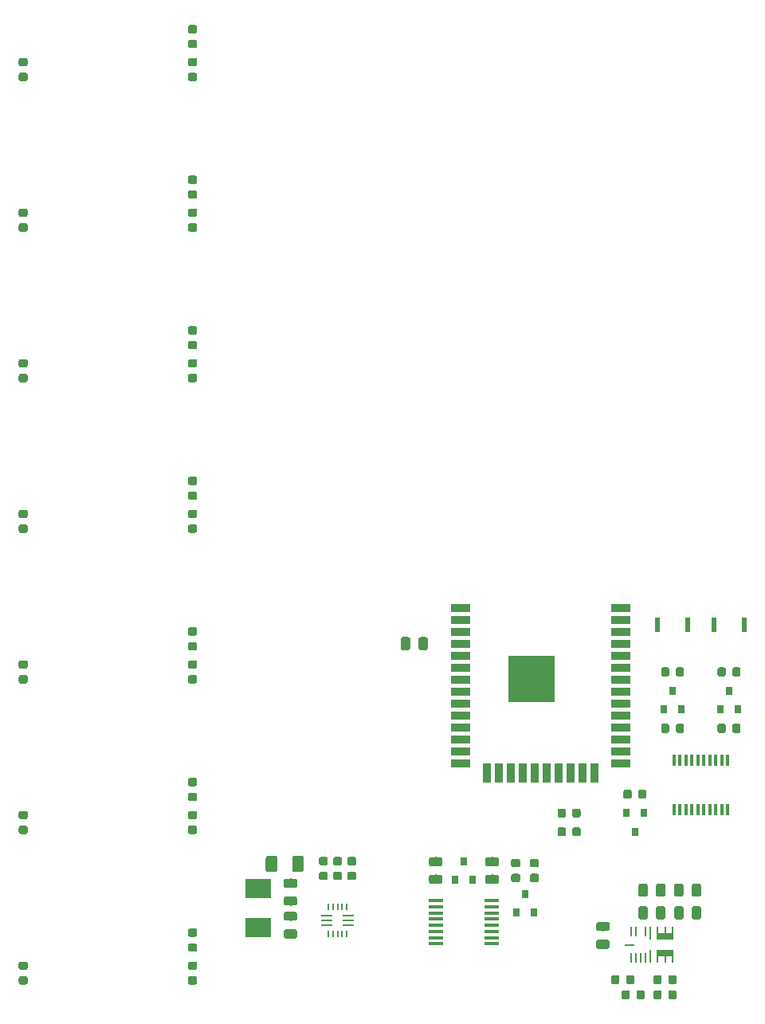
<source format=gbr>
G04 #@! TF.GenerationSoftware,KiCad,Pcbnew,(5.0.1-3-g963ef8bb5)*
G04 #@! TF.CreationDate,2021-04-06T11:18:42+02:00*
G04 #@! TF.ProjectId,foodSampler_v20,666F6F6453616D706C65725F7632302E,rev?*
G04 #@! TF.SameCoordinates,Original*
G04 #@! TF.FileFunction,Paste,Top*
G04 #@! TF.FilePolarity,Positive*
%FSLAX46Y46*%
G04 Gerber Fmt 4.6, Leading zero omitted, Abs format (unit mm)*
G04 Created by KiCad (PCBNEW (5.0.1-3-g963ef8bb5)) date 2021 April 06, Tuesday 11:18:42*
%MOMM*%
%LPD*%
G01*
G04 APERTURE LIST*
%ADD10C,0.100000*%
%ADD11C,0.875000*%
%ADD12C,0.975000*%
%ADD13R,0.800000X0.900000*%
%ADD14C,1.250000*%
%ADD15R,1.500000X0.450000*%
%ADD16R,0.400000X1.200000*%
%ADD17R,5.000000X5.000000*%
%ADD18R,2.000000X0.900000*%
%ADD19R,0.900000X2.000000*%
%ADD20R,0.550000X1.500000*%
%ADD21R,2.800000X2.000000*%
%ADD22R,1.300000X0.250000*%
%ADD23R,0.250000X0.700000*%
%ADD24R,0.250000X1.000000*%
%ADD25R,0.250000X1.400000*%
%ADD26R,1.800000X0.800000*%
%ADD27R,1.000000X0.250000*%
G04 APERTURE END LIST*
D10*
G04 #@! TO.C,R41*
G36*
X85452691Y-131526053D02*
X85473926Y-131529203D01*
X85494750Y-131534419D01*
X85514962Y-131541651D01*
X85534368Y-131550830D01*
X85552781Y-131561866D01*
X85570024Y-131574654D01*
X85585930Y-131589070D01*
X85600346Y-131604976D01*
X85613134Y-131622219D01*
X85624170Y-131640632D01*
X85633349Y-131660038D01*
X85640581Y-131680250D01*
X85645797Y-131701074D01*
X85648947Y-131722309D01*
X85650000Y-131743750D01*
X85650000Y-132256250D01*
X85648947Y-132277691D01*
X85645797Y-132298926D01*
X85640581Y-132319750D01*
X85633349Y-132339962D01*
X85624170Y-132359368D01*
X85613134Y-132377781D01*
X85600346Y-132395024D01*
X85585930Y-132410930D01*
X85570024Y-132425346D01*
X85552781Y-132438134D01*
X85534368Y-132449170D01*
X85514962Y-132458349D01*
X85494750Y-132465581D01*
X85473926Y-132470797D01*
X85452691Y-132473947D01*
X85431250Y-132475000D01*
X84993750Y-132475000D01*
X84972309Y-132473947D01*
X84951074Y-132470797D01*
X84930250Y-132465581D01*
X84910038Y-132458349D01*
X84890632Y-132449170D01*
X84872219Y-132438134D01*
X84854976Y-132425346D01*
X84839070Y-132410930D01*
X84824654Y-132395024D01*
X84811866Y-132377781D01*
X84800830Y-132359368D01*
X84791651Y-132339962D01*
X84784419Y-132319750D01*
X84779203Y-132298926D01*
X84776053Y-132277691D01*
X84775000Y-132256250D01*
X84775000Y-131743750D01*
X84776053Y-131722309D01*
X84779203Y-131701074D01*
X84784419Y-131680250D01*
X84791651Y-131660038D01*
X84800830Y-131640632D01*
X84811866Y-131622219D01*
X84824654Y-131604976D01*
X84839070Y-131589070D01*
X84854976Y-131574654D01*
X84872219Y-131561866D01*
X84890632Y-131550830D01*
X84910038Y-131541651D01*
X84930250Y-131534419D01*
X84951074Y-131529203D01*
X84972309Y-131526053D01*
X84993750Y-131525000D01*
X85431250Y-131525000D01*
X85452691Y-131526053D01*
X85452691Y-131526053D01*
G37*
D11*
X85212500Y-132000000D03*
D10*
G36*
X87027691Y-131526053D02*
X87048926Y-131529203D01*
X87069750Y-131534419D01*
X87089962Y-131541651D01*
X87109368Y-131550830D01*
X87127781Y-131561866D01*
X87145024Y-131574654D01*
X87160930Y-131589070D01*
X87175346Y-131604976D01*
X87188134Y-131622219D01*
X87199170Y-131640632D01*
X87208349Y-131660038D01*
X87215581Y-131680250D01*
X87220797Y-131701074D01*
X87223947Y-131722309D01*
X87225000Y-131743750D01*
X87225000Y-132256250D01*
X87223947Y-132277691D01*
X87220797Y-132298926D01*
X87215581Y-132319750D01*
X87208349Y-132339962D01*
X87199170Y-132359368D01*
X87188134Y-132377781D01*
X87175346Y-132395024D01*
X87160930Y-132410930D01*
X87145024Y-132425346D01*
X87127781Y-132438134D01*
X87109368Y-132449170D01*
X87089962Y-132458349D01*
X87069750Y-132465581D01*
X87048926Y-132470797D01*
X87027691Y-132473947D01*
X87006250Y-132475000D01*
X86568750Y-132475000D01*
X86547309Y-132473947D01*
X86526074Y-132470797D01*
X86505250Y-132465581D01*
X86485038Y-132458349D01*
X86465632Y-132449170D01*
X86447219Y-132438134D01*
X86429976Y-132425346D01*
X86414070Y-132410930D01*
X86399654Y-132395024D01*
X86386866Y-132377781D01*
X86375830Y-132359368D01*
X86366651Y-132339962D01*
X86359419Y-132319750D01*
X86354203Y-132298926D01*
X86351053Y-132277691D01*
X86350000Y-132256250D01*
X86350000Y-131743750D01*
X86351053Y-131722309D01*
X86354203Y-131701074D01*
X86359419Y-131680250D01*
X86366651Y-131660038D01*
X86375830Y-131640632D01*
X86386866Y-131622219D01*
X86399654Y-131604976D01*
X86414070Y-131589070D01*
X86429976Y-131574654D01*
X86447219Y-131561866D01*
X86465632Y-131550830D01*
X86485038Y-131541651D01*
X86505250Y-131534419D01*
X86526074Y-131529203D01*
X86547309Y-131526053D01*
X86568750Y-131525000D01*
X87006250Y-131525000D01*
X87027691Y-131526053D01*
X87027691Y-131526053D01*
G37*
D11*
X86787500Y-132000000D03*
G04 #@! TD*
D10*
G04 #@! TO.C,C00*
G36*
X72303336Y-138555754D02*
X72326997Y-138559264D01*
X72350201Y-138565076D01*
X72372723Y-138573134D01*
X72394347Y-138583362D01*
X72414864Y-138595659D01*
X72434077Y-138609909D01*
X72451801Y-138625973D01*
X72467865Y-138643697D01*
X72482115Y-138662910D01*
X72494412Y-138683427D01*
X72504640Y-138705051D01*
X72512698Y-138727573D01*
X72518510Y-138750777D01*
X72522020Y-138774438D01*
X72523194Y-138798330D01*
X72523194Y-139285830D01*
X72522020Y-139309722D01*
X72518510Y-139333383D01*
X72512698Y-139356587D01*
X72504640Y-139379109D01*
X72494412Y-139400733D01*
X72482115Y-139421250D01*
X72467865Y-139440463D01*
X72451801Y-139458187D01*
X72434077Y-139474251D01*
X72414864Y-139488501D01*
X72394347Y-139500798D01*
X72372723Y-139511026D01*
X72350201Y-139519084D01*
X72326997Y-139524896D01*
X72303336Y-139528406D01*
X72279444Y-139529580D01*
X71366944Y-139529580D01*
X71343052Y-139528406D01*
X71319391Y-139524896D01*
X71296187Y-139519084D01*
X71273665Y-139511026D01*
X71252041Y-139500798D01*
X71231524Y-139488501D01*
X71212311Y-139474251D01*
X71194587Y-139458187D01*
X71178523Y-139440463D01*
X71164273Y-139421250D01*
X71151976Y-139400733D01*
X71141748Y-139379109D01*
X71133690Y-139356587D01*
X71127878Y-139333383D01*
X71124368Y-139309722D01*
X71123194Y-139285830D01*
X71123194Y-138798330D01*
X71124368Y-138774438D01*
X71127878Y-138750777D01*
X71133690Y-138727573D01*
X71141748Y-138705051D01*
X71151976Y-138683427D01*
X71164273Y-138662910D01*
X71178523Y-138643697D01*
X71194587Y-138625973D01*
X71212311Y-138609909D01*
X71231524Y-138595659D01*
X71252041Y-138583362D01*
X71273665Y-138573134D01*
X71296187Y-138565076D01*
X71319391Y-138559264D01*
X71343052Y-138555754D01*
X71366944Y-138554580D01*
X72279444Y-138554580D01*
X72303336Y-138555754D01*
X72303336Y-138555754D01*
G37*
D12*
X71823194Y-139042080D03*
D10*
G36*
X72303336Y-136680754D02*
X72326997Y-136684264D01*
X72350201Y-136690076D01*
X72372723Y-136698134D01*
X72394347Y-136708362D01*
X72414864Y-136720659D01*
X72434077Y-136734909D01*
X72451801Y-136750973D01*
X72467865Y-136768697D01*
X72482115Y-136787910D01*
X72494412Y-136808427D01*
X72504640Y-136830051D01*
X72512698Y-136852573D01*
X72518510Y-136875777D01*
X72522020Y-136899438D01*
X72523194Y-136923330D01*
X72523194Y-137410830D01*
X72522020Y-137434722D01*
X72518510Y-137458383D01*
X72512698Y-137481587D01*
X72504640Y-137504109D01*
X72494412Y-137525733D01*
X72482115Y-137546250D01*
X72467865Y-137565463D01*
X72451801Y-137583187D01*
X72434077Y-137599251D01*
X72414864Y-137613501D01*
X72394347Y-137625798D01*
X72372723Y-137636026D01*
X72350201Y-137644084D01*
X72326997Y-137649896D01*
X72303336Y-137653406D01*
X72279444Y-137654580D01*
X71366944Y-137654580D01*
X71343052Y-137653406D01*
X71319391Y-137649896D01*
X71296187Y-137644084D01*
X71273665Y-137636026D01*
X71252041Y-137625798D01*
X71231524Y-137613501D01*
X71212311Y-137599251D01*
X71194587Y-137583187D01*
X71178523Y-137565463D01*
X71164273Y-137546250D01*
X71151976Y-137525733D01*
X71141748Y-137504109D01*
X71133690Y-137481587D01*
X71127878Y-137458383D01*
X71124368Y-137434722D01*
X71123194Y-137410830D01*
X71123194Y-136923330D01*
X71124368Y-136899438D01*
X71127878Y-136875777D01*
X71133690Y-136852573D01*
X71141748Y-136830051D01*
X71151976Y-136808427D01*
X71164273Y-136787910D01*
X71178523Y-136768697D01*
X71194587Y-136750973D01*
X71212311Y-136734909D01*
X71231524Y-136720659D01*
X71252041Y-136708362D01*
X71273665Y-136698134D01*
X71296187Y-136690076D01*
X71319391Y-136684264D01*
X71343052Y-136680754D01*
X71366944Y-136679580D01*
X72279444Y-136679580D01*
X72303336Y-136680754D01*
X72303336Y-136680754D01*
G37*
D12*
X71823194Y-137167080D03*
G04 #@! TD*
D10*
G04 #@! TO.C,C01*
G36*
X78303336Y-136680754D02*
X78326997Y-136684264D01*
X78350201Y-136690076D01*
X78372723Y-136698134D01*
X78394347Y-136708362D01*
X78414864Y-136720659D01*
X78434077Y-136734909D01*
X78451801Y-136750973D01*
X78467865Y-136768697D01*
X78482115Y-136787910D01*
X78494412Y-136808427D01*
X78504640Y-136830051D01*
X78512698Y-136852573D01*
X78518510Y-136875777D01*
X78522020Y-136899438D01*
X78523194Y-136923330D01*
X78523194Y-137410830D01*
X78522020Y-137434722D01*
X78518510Y-137458383D01*
X78512698Y-137481587D01*
X78504640Y-137504109D01*
X78494412Y-137525733D01*
X78482115Y-137546250D01*
X78467865Y-137565463D01*
X78451801Y-137583187D01*
X78434077Y-137599251D01*
X78414864Y-137613501D01*
X78394347Y-137625798D01*
X78372723Y-137636026D01*
X78350201Y-137644084D01*
X78326997Y-137649896D01*
X78303336Y-137653406D01*
X78279444Y-137654580D01*
X77366944Y-137654580D01*
X77343052Y-137653406D01*
X77319391Y-137649896D01*
X77296187Y-137644084D01*
X77273665Y-137636026D01*
X77252041Y-137625798D01*
X77231524Y-137613501D01*
X77212311Y-137599251D01*
X77194587Y-137583187D01*
X77178523Y-137565463D01*
X77164273Y-137546250D01*
X77151976Y-137525733D01*
X77141748Y-137504109D01*
X77133690Y-137481587D01*
X77127878Y-137458383D01*
X77124368Y-137434722D01*
X77123194Y-137410830D01*
X77123194Y-136923330D01*
X77124368Y-136899438D01*
X77127878Y-136875777D01*
X77133690Y-136852573D01*
X77141748Y-136830051D01*
X77151976Y-136808427D01*
X77164273Y-136787910D01*
X77178523Y-136768697D01*
X77194587Y-136750973D01*
X77212311Y-136734909D01*
X77231524Y-136720659D01*
X77252041Y-136708362D01*
X77273665Y-136698134D01*
X77296187Y-136690076D01*
X77319391Y-136684264D01*
X77343052Y-136680754D01*
X77366944Y-136679580D01*
X78279444Y-136679580D01*
X78303336Y-136680754D01*
X78303336Y-136680754D01*
G37*
D12*
X77823194Y-137167080D03*
D10*
G36*
X78303336Y-138555754D02*
X78326997Y-138559264D01*
X78350201Y-138565076D01*
X78372723Y-138573134D01*
X78394347Y-138583362D01*
X78414864Y-138595659D01*
X78434077Y-138609909D01*
X78451801Y-138625973D01*
X78467865Y-138643697D01*
X78482115Y-138662910D01*
X78494412Y-138683427D01*
X78504640Y-138705051D01*
X78512698Y-138727573D01*
X78518510Y-138750777D01*
X78522020Y-138774438D01*
X78523194Y-138798330D01*
X78523194Y-139285830D01*
X78522020Y-139309722D01*
X78518510Y-139333383D01*
X78512698Y-139356587D01*
X78504640Y-139379109D01*
X78494412Y-139400733D01*
X78482115Y-139421250D01*
X78467865Y-139440463D01*
X78451801Y-139458187D01*
X78434077Y-139474251D01*
X78414864Y-139488501D01*
X78394347Y-139500798D01*
X78372723Y-139511026D01*
X78350201Y-139519084D01*
X78326997Y-139524896D01*
X78303336Y-139528406D01*
X78279444Y-139529580D01*
X77366944Y-139529580D01*
X77343052Y-139528406D01*
X77319391Y-139524896D01*
X77296187Y-139519084D01*
X77273665Y-139511026D01*
X77252041Y-139500798D01*
X77231524Y-139488501D01*
X77212311Y-139474251D01*
X77194587Y-139458187D01*
X77178523Y-139440463D01*
X77164273Y-139421250D01*
X77151976Y-139400733D01*
X77141748Y-139379109D01*
X77133690Y-139356587D01*
X77127878Y-139333383D01*
X77124368Y-139309722D01*
X77123194Y-139285830D01*
X77123194Y-138798330D01*
X77124368Y-138774438D01*
X77127878Y-138750777D01*
X77133690Y-138727573D01*
X77141748Y-138705051D01*
X77151976Y-138683427D01*
X77164273Y-138662910D01*
X77178523Y-138643697D01*
X77194587Y-138625973D01*
X77212311Y-138609909D01*
X77231524Y-138595659D01*
X77252041Y-138583362D01*
X77273665Y-138573134D01*
X77296187Y-138565076D01*
X77319391Y-138559264D01*
X77343052Y-138555754D01*
X77366944Y-138554580D01*
X78279444Y-138554580D01*
X78303336Y-138555754D01*
X78303336Y-138555754D01*
G37*
D12*
X77823194Y-139042080D03*
G04 #@! TD*
D10*
G04 #@! TO.C,C10*
G36*
X96452691Y-116526053D02*
X96473926Y-116529203D01*
X96494750Y-116534419D01*
X96514962Y-116541651D01*
X96534368Y-116550830D01*
X96552781Y-116561866D01*
X96570024Y-116574654D01*
X96585930Y-116589070D01*
X96600346Y-116604976D01*
X96613134Y-116622219D01*
X96624170Y-116640632D01*
X96633349Y-116660038D01*
X96640581Y-116680250D01*
X96645797Y-116701074D01*
X96648947Y-116722309D01*
X96650000Y-116743750D01*
X96650000Y-117256250D01*
X96648947Y-117277691D01*
X96645797Y-117298926D01*
X96640581Y-117319750D01*
X96633349Y-117339962D01*
X96624170Y-117359368D01*
X96613134Y-117377781D01*
X96600346Y-117395024D01*
X96585930Y-117410930D01*
X96570024Y-117425346D01*
X96552781Y-117438134D01*
X96534368Y-117449170D01*
X96514962Y-117458349D01*
X96494750Y-117465581D01*
X96473926Y-117470797D01*
X96452691Y-117473947D01*
X96431250Y-117475000D01*
X95993750Y-117475000D01*
X95972309Y-117473947D01*
X95951074Y-117470797D01*
X95930250Y-117465581D01*
X95910038Y-117458349D01*
X95890632Y-117449170D01*
X95872219Y-117438134D01*
X95854976Y-117425346D01*
X95839070Y-117410930D01*
X95824654Y-117395024D01*
X95811866Y-117377781D01*
X95800830Y-117359368D01*
X95791651Y-117339962D01*
X95784419Y-117319750D01*
X95779203Y-117298926D01*
X95776053Y-117277691D01*
X95775000Y-117256250D01*
X95775000Y-116743750D01*
X95776053Y-116722309D01*
X95779203Y-116701074D01*
X95784419Y-116680250D01*
X95791651Y-116660038D01*
X95800830Y-116640632D01*
X95811866Y-116622219D01*
X95824654Y-116604976D01*
X95839070Y-116589070D01*
X95854976Y-116574654D01*
X95872219Y-116561866D01*
X95890632Y-116550830D01*
X95910038Y-116541651D01*
X95930250Y-116534419D01*
X95951074Y-116529203D01*
X95972309Y-116526053D01*
X95993750Y-116525000D01*
X96431250Y-116525000D01*
X96452691Y-116526053D01*
X96452691Y-116526053D01*
G37*
D11*
X96212500Y-117000000D03*
D10*
G36*
X98027691Y-116526053D02*
X98048926Y-116529203D01*
X98069750Y-116534419D01*
X98089962Y-116541651D01*
X98109368Y-116550830D01*
X98127781Y-116561866D01*
X98145024Y-116574654D01*
X98160930Y-116589070D01*
X98175346Y-116604976D01*
X98188134Y-116622219D01*
X98199170Y-116640632D01*
X98208349Y-116660038D01*
X98215581Y-116680250D01*
X98220797Y-116701074D01*
X98223947Y-116722309D01*
X98225000Y-116743750D01*
X98225000Y-117256250D01*
X98223947Y-117277691D01*
X98220797Y-117298926D01*
X98215581Y-117319750D01*
X98208349Y-117339962D01*
X98199170Y-117359368D01*
X98188134Y-117377781D01*
X98175346Y-117395024D01*
X98160930Y-117410930D01*
X98145024Y-117425346D01*
X98127781Y-117438134D01*
X98109368Y-117449170D01*
X98089962Y-117458349D01*
X98069750Y-117465581D01*
X98048926Y-117470797D01*
X98027691Y-117473947D01*
X98006250Y-117475000D01*
X97568750Y-117475000D01*
X97547309Y-117473947D01*
X97526074Y-117470797D01*
X97505250Y-117465581D01*
X97485038Y-117458349D01*
X97465632Y-117449170D01*
X97447219Y-117438134D01*
X97429976Y-117425346D01*
X97414070Y-117410930D01*
X97399654Y-117395024D01*
X97386866Y-117377781D01*
X97375830Y-117359368D01*
X97366651Y-117339962D01*
X97359419Y-117319750D01*
X97354203Y-117298926D01*
X97351053Y-117277691D01*
X97350000Y-117256250D01*
X97350000Y-116743750D01*
X97351053Y-116722309D01*
X97354203Y-116701074D01*
X97359419Y-116680250D01*
X97366651Y-116660038D01*
X97375830Y-116640632D01*
X97386866Y-116622219D01*
X97399654Y-116604976D01*
X97414070Y-116589070D01*
X97429976Y-116574654D01*
X97447219Y-116561866D01*
X97465632Y-116550830D01*
X97485038Y-116541651D01*
X97505250Y-116534419D01*
X97526074Y-116529203D01*
X97547309Y-116526053D01*
X97568750Y-116525000D01*
X98006250Y-116525000D01*
X98027691Y-116526053D01*
X98027691Y-116526053D01*
G37*
D11*
X97787500Y-117000000D03*
G04 #@! TD*
D10*
G04 #@! TO.C,C11*
G36*
X104027691Y-116526053D02*
X104048926Y-116529203D01*
X104069750Y-116534419D01*
X104089962Y-116541651D01*
X104109368Y-116550830D01*
X104127781Y-116561866D01*
X104145024Y-116574654D01*
X104160930Y-116589070D01*
X104175346Y-116604976D01*
X104188134Y-116622219D01*
X104199170Y-116640632D01*
X104208349Y-116660038D01*
X104215581Y-116680250D01*
X104220797Y-116701074D01*
X104223947Y-116722309D01*
X104225000Y-116743750D01*
X104225000Y-117256250D01*
X104223947Y-117277691D01*
X104220797Y-117298926D01*
X104215581Y-117319750D01*
X104208349Y-117339962D01*
X104199170Y-117359368D01*
X104188134Y-117377781D01*
X104175346Y-117395024D01*
X104160930Y-117410930D01*
X104145024Y-117425346D01*
X104127781Y-117438134D01*
X104109368Y-117449170D01*
X104089962Y-117458349D01*
X104069750Y-117465581D01*
X104048926Y-117470797D01*
X104027691Y-117473947D01*
X104006250Y-117475000D01*
X103568750Y-117475000D01*
X103547309Y-117473947D01*
X103526074Y-117470797D01*
X103505250Y-117465581D01*
X103485038Y-117458349D01*
X103465632Y-117449170D01*
X103447219Y-117438134D01*
X103429976Y-117425346D01*
X103414070Y-117410930D01*
X103399654Y-117395024D01*
X103386866Y-117377781D01*
X103375830Y-117359368D01*
X103366651Y-117339962D01*
X103359419Y-117319750D01*
X103354203Y-117298926D01*
X103351053Y-117277691D01*
X103350000Y-117256250D01*
X103350000Y-116743750D01*
X103351053Y-116722309D01*
X103354203Y-116701074D01*
X103359419Y-116680250D01*
X103366651Y-116660038D01*
X103375830Y-116640632D01*
X103386866Y-116622219D01*
X103399654Y-116604976D01*
X103414070Y-116589070D01*
X103429976Y-116574654D01*
X103447219Y-116561866D01*
X103465632Y-116550830D01*
X103485038Y-116541651D01*
X103505250Y-116534419D01*
X103526074Y-116529203D01*
X103547309Y-116526053D01*
X103568750Y-116525000D01*
X104006250Y-116525000D01*
X104027691Y-116526053D01*
X104027691Y-116526053D01*
G37*
D11*
X103787500Y-117000000D03*
D10*
G36*
X102452691Y-116526053D02*
X102473926Y-116529203D01*
X102494750Y-116534419D01*
X102514962Y-116541651D01*
X102534368Y-116550830D01*
X102552781Y-116561866D01*
X102570024Y-116574654D01*
X102585930Y-116589070D01*
X102600346Y-116604976D01*
X102613134Y-116622219D01*
X102624170Y-116640632D01*
X102633349Y-116660038D01*
X102640581Y-116680250D01*
X102645797Y-116701074D01*
X102648947Y-116722309D01*
X102650000Y-116743750D01*
X102650000Y-117256250D01*
X102648947Y-117277691D01*
X102645797Y-117298926D01*
X102640581Y-117319750D01*
X102633349Y-117339962D01*
X102624170Y-117359368D01*
X102613134Y-117377781D01*
X102600346Y-117395024D01*
X102585930Y-117410930D01*
X102570024Y-117425346D01*
X102552781Y-117438134D01*
X102534368Y-117449170D01*
X102514962Y-117458349D01*
X102494750Y-117465581D01*
X102473926Y-117470797D01*
X102452691Y-117473947D01*
X102431250Y-117475000D01*
X101993750Y-117475000D01*
X101972309Y-117473947D01*
X101951074Y-117470797D01*
X101930250Y-117465581D01*
X101910038Y-117458349D01*
X101890632Y-117449170D01*
X101872219Y-117438134D01*
X101854976Y-117425346D01*
X101839070Y-117410930D01*
X101824654Y-117395024D01*
X101811866Y-117377781D01*
X101800830Y-117359368D01*
X101791651Y-117339962D01*
X101784419Y-117319750D01*
X101779203Y-117298926D01*
X101776053Y-117277691D01*
X101775000Y-117256250D01*
X101775000Y-116743750D01*
X101776053Y-116722309D01*
X101779203Y-116701074D01*
X101784419Y-116680250D01*
X101791651Y-116660038D01*
X101800830Y-116640632D01*
X101811866Y-116622219D01*
X101824654Y-116604976D01*
X101839070Y-116589070D01*
X101854976Y-116574654D01*
X101872219Y-116561866D01*
X101890632Y-116550830D01*
X101910038Y-116541651D01*
X101930250Y-116534419D01*
X101951074Y-116529203D01*
X101972309Y-116526053D01*
X101993750Y-116525000D01*
X102431250Y-116525000D01*
X102452691Y-116526053D01*
X102452691Y-116526053D01*
G37*
D11*
X102212500Y-117000000D03*
G04 #@! TD*
D10*
G04 #@! TO.C,C12*
G36*
X94027691Y-129526053D02*
X94048926Y-129529203D01*
X94069750Y-129534419D01*
X94089962Y-129541651D01*
X94109368Y-129550830D01*
X94127781Y-129561866D01*
X94145024Y-129574654D01*
X94160930Y-129589070D01*
X94175346Y-129604976D01*
X94188134Y-129622219D01*
X94199170Y-129640632D01*
X94208349Y-129660038D01*
X94215581Y-129680250D01*
X94220797Y-129701074D01*
X94223947Y-129722309D01*
X94225000Y-129743750D01*
X94225000Y-130256250D01*
X94223947Y-130277691D01*
X94220797Y-130298926D01*
X94215581Y-130319750D01*
X94208349Y-130339962D01*
X94199170Y-130359368D01*
X94188134Y-130377781D01*
X94175346Y-130395024D01*
X94160930Y-130410930D01*
X94145024Y-130425346D01*
X94127781Y-130438134D01*
X94109368Y-130449170D01*
X94089962Y-130458349D01*
X94069750Y-130465581D01*
X94048926Y-130470797D01*
X94027691Y-130473947D01*
X94006250Y-130475000D01*
X93568750Y-130475000D01*
X93547309Y-130473947D01*
X93526074Y-130470797D01*
X93505250Y-130465581D01*
X93485038Y-130458349D01*
X93465632Y-130449170D01*
X93447219Y-130438134D01*
X93429976Y-130425346D01*
X93414070Y-130410930D01*
X93399654Y-130395024D01*
X93386866Y-130377781D01*
X93375830Y-130359368D01*
X93366651Y-130339962D01*
X93359419Y-130319750D01*
X93354203Y-130298926D01*
X93351053Y-130277691D01*
X93350000Y-130256250D01*
X93350000Y-129743750D01*
X93351053Y-129722309D01*
X93354203Y-129701074D01*
X93359419Y-129680250D01*
X93366651Y-129660038D01*
X93375830Y-129640632D01*
X93386866Y-129622219D01*
X93399654Y-129604976D01*
X93414070Y-129589070D01*
X93429976Y-129574654D01*
X93447219Y-129561866D01*
X93465632Y-129550830D01*
X93485038Y-129541651D01*
X93505250Y-129534419D01*
X93526074Y-129529203D01*
X93547309Y-129526053D01*
X93568750Y-129525000D01*
X94006250Y-129525000D01*
X94027691Y-129526053D01*
X94027691Y-129526053D01*
G37*
D11*
X93787500Y-130000000D03*
D10*
G36*
X92452691Y-129526053D02*
X92473926Y-129529203D01*
X92494750Y-129534419D01*
X92514962Y-129541651D01*
X92534368Y-129550830D01*
X92552781Y-129561866D01*
X92570024Y-129574654D01*
X92585930Y-129589070D01*
X92600346Y-129604976D01*
X92613134Y-129622219D01*
X92624170Y-129640632D01*
X92633349Y-129660038D01*
X92640581Y-129680250D01*
X92645797Y-129701074D01*
X92648947Y-129722309D01*
X92650000Y-129743750D01*
X92650000Y-130256250D01*
X92648947Y-130277691D01*
X92645797Y-130298926D01*
X92640581Y-130319750D01*
X92633349Y-130339962D01*
X92624170Y-130359368D01*
X92613134Y-130377781D01*
X92600346Y-130395024D01*
X92585930Y-130410930D01*
X92570024Y-130425346D01*
X92552781Y-130438134D01*
X92534368Y-130449170D01*
X92514962Y-130458349D01*
X92494750Y-130465581D01*
X92473926Y-130470797D01*
X92452691Y-130473947D01*
X92431250Y-130475000D01*
X91993750Y-130475000D01*
X91972309Y-130473947D01*
X91951074Y-130470797D01*
X91930250Y-130465581D01*
X91910038Y-130458349D01*
X91890632Y-130449170D01*
X91872219Y-130438134D01*
X91854976Y-130425346D01*
X91839070Y-130410930D01*
X91824654Y-130395024D01*
X91811866Y-130377781D01*
X91800830Y-130359368D01*
X91791651Y-130339962D01*
X91784419Y-130319750D01*
X91779203Y-130298926D01*
X91776053Y-130277691D01*
X91775000Y-130256250D01*
X91775000Y-129743750D01*
X91776053Y-129722309D01*
X91779203Y-129701074D01*
X91784419Y-129680250D01*
X91791651Y-129660038D01*
X91800830Y-129640632D01*
X91811866Y-129622219D01*
X91824654Y-129604976D01*
X91839070Y-129589070D01*
X91854976Y-129574654D01*
X91872219Y-129561866D01*
X91890632Y-129550830D01*
X91910038Y-129541651D01*
X91930250Y-129534419D01*
X91951074Y-129529203D01*
X91972309Y-129526053D01*
X91993750Y-129525000D01*
X92431250Y-129525000D01*
X92452691Y-129526053D01*
X92452691Y-129526053D01*
G37*
D11*
X92212500Y-130000000D03*
G04 #@! TD*
D10*
G04 #@! TO.C,C20*
G36*
X97930142Y-141901174D02*
X97953803Y-141904684D01*
X97977007Y-141910496D01*
X97999529Y-141918554D01*
X98021153Y-141928782D01*
X98041670Y-141941079D01*
X98060883Y-141955329D01*
X98078607Y-141971393D01*
X98094671Y-141989117D01*
X98108921Y-142008330D01*
X98121218Y-142028847D01*
X98131446Y-142050471D01*
X98139504Y-142072993D01*
X98145316Y-142096197D01*
X98148826Y-142119858D01*
X98150000Y-142143750D01*
X98150000Y-143056250D01*
X98148826Y-143080142D01*
X98145316Y-143103803D01*
X98139504Y-143127007D01*
X98131446Y-143149529D01*
X98121218Y-143171153D01*
X98108921Y-143191670D01*
X98094671Y-143210883D01*
X98078607Y-143228607D01*
X98060883Y-143244671D01*
X98041670Y-143258921D01*
X98021153Y-143271218D01*
X97999529Y-143281446D01*
X97977007Y-143289504D01*
X97953803Y-143295316D01*
X97930142Y-143298826D01*
X97906250Y-143300000D01*
X97418750Y-143300000D01*
X97394858Y-143298826D01*
X97371197Y-143295316D01*
X97347993Y-143289504D01*
X97325471Y-143281446D01*
X97303847Y-143271218D01*
X97283330Y-143258921D01*
X97264117Y-143244671D01*
X97246393Y-143228607D01*
X97230329Y-143210883D01*
X97216079Y-143191670D01*
X97203782Y-143171153D01*
X97193554Y-143149529D01*
X97185496Y-143127007D01*
X97179684Y-143103803D01*
X97176174Y-143080142D01*
X97175000Y-143056250D01*
X97175000Y-142143750D01*
X97176174Y-142119858D01*
X97179684Y-142096197D01*
X97185496Y-142072993D01*
X97193554Y-142050471D01*
X97203782Y-142028847D01*
X97216079Y-142008330D01*
X97230329Y-141989117D01*
X97246393Y-141971393D01*
X97264117Y-141955329D01*
X97283330Y-141941079D01*
X97303847Y-141928782D01*
X97325471Y-141918554D01*
X97347993Y-141910496D01*
X97371197Y-141904684D01*
X97394858Y-141901174D01*
X97418750Y-141900000D01*
X97906250Y-141900000D01*
X97930142Y-141901174D01*
X97930142Y-141901174D01*
G37*
D12*
X97662500Y-142600000D03*
D10*
G36*
X99805142Y-141901174D02*
X99828803Y-141904684D01*
X99852007Y-141910496D01*
X99874529Y-141918554D01*
X99896153Y-141928782D01*
X99916670Y-141941079D01*
X99935883Y-141955329D01*
X99953607Y-141971393D01*
X99969671Y-141989117D01*
X99983921Y-142008330D01*
X99996218Y-142028847D01*
X100006446Y-142050471D01*
X100014504Y-142072993D01*
X100020316Y-142096197D01*
X100023826Y-142119858D01*
X100025000Y-142143750D01*
X100025000Y-143056250D01*
X100023826Y-143080142D01*
X100020316Y-143103803D01*
X100014504Y-143127007D01*
X100006446Y-143149529D01*
X99996218Y-143171153D01*
X99983921Y-143191670D01*
X99969671Y-143210883D01*
X99953607Y-143228607D01*
X99935883Y-143244671D01*
X99916670Y-143258921D01*
X99896153Y-143271218D01*
X99874529Y-143281446D01*
X99852007Y-143289504D01*
X99828803Y-143295316D01*
X99805142Y-143298826D01*
X99781250Y-143300000D01*
X99293750Y-143300000D01*
X99269858Y-143298826D01*
X99246197Y-143295316D01*
X99222993Y-143289504D01*
X99200471Y-143281446D01*
X99178847Y-143271218D01*
X99158330Y-143258921D01*
X99139117Y-143244671D01*
X99121393Y-143228607D01*
X99105329Y-143210883D01*
X99091079Y-143191670D01*
X99078782Y-143171153D01*
X99068554Y-143149529D01*
X99060496Y-143127007D01*
X99054684Y-143103803D01*
X99051174Y-143080142D01*
X99050000Y-143056250D01*
X99050000Y-142143750D01*
X99051174Y-142119858D01*
X99054684Y-142096197D01*
X99060496Y-142072993D01*
X99068554Y-142050471D01*
X99078782Y-142028847D01*
X99091079Y-142008330D01*
X99105329Y-141989117D01*
X99121393Y-141971393D01*
X99139117Y-141955329D01*
X99158330Y-141941079D01*
X99178847Y-141928782D01*
X99200471Y-141918554D01*
X99222993Y-141910496D01*
X99246197Y-141904684D01*
X99269858Y-141901174D01*
X99293750Y-141900000D01*
X99781250Y-141900000D01*
X99805142Y-141901174D01*
X99805142Y-141901174D01*
G37*
D12*
X99537500Y-142600000D03*
G04 #@! TD*
D10*
G04 #@! TO.C,C21*
G36*
X94130142Y-141901174D02*
X94153803Y-141904684D01*
X94177007Y-141910496D01*
X94199529Y-141918554D01*
X94221153Y-141928782D01*
X94241670Y-141941079D01*
X94260883Y-141955329D01*
X94278607Y-141971393D01*
X94294671Y-141989117D01*
X94308921Y-142008330D01*
X94321218Y-142028847D01*
X94331446Y-142050471D01*
X94339504Y-142072993D01*
X94345316Y-142096197D01*
X94348826Y-142119858D01*
X94350000Y-142143750D01*
X94350000Y-143056250D01*
X94348826Y-143080142D01*
X94345316Y-143103803D01*
X94339504Y-143127007D01*
X94331446Y-143149529D01*
X94321218Y-143171153D01*
X94308921Y-143191670D01*
X94294671Y-143210883D01*
X94278607Y-143228607D01*
X94260883Y-143244671D01*
X94241670Y-143258921D01*
X94221153Y-143271218D01*
X94199529Y-143281446D01*
X94177007Y-143289504D01*
X94153803Y-143295316D01*
X94130142Y-143298826D01*
X94106250Y-143300000D01*
X93618750Y-143300000D01*
X93594858Y-143298826D01*
X93571197Y-143295316D01*
X93547993Y-143289504D01*
X93525471Y-143281446D01*
X93503847Y-143271218D01*
X93483330Y-143258921D01*
X93464117Y-143244671D01*
X93446393Y-143228607D01*
X93430329Y-143210883D01*
X93416079Y-143191670D01*
X93403782Y-143171153D01*
X93393554Y-143149529D01*
X93385496Y-143127007D01*
X93379684Y-143103803D01*
X93376174Y-143080142D01*
X93375000Y-143056250D01*
X93375000Y-142143750D01*
X93376174Y-142119858D01*
X93379684Y-142096197D01*
X93385496Y-142072993D01*
X93393554Y-142050471D01*
X93403782Y-142028847D01*
X93416079Y-142008330D01*
X93430329Y-141989117D01*
X93446393Y-141971393D01*
X93464117Y-141955329D01*
X93483330Y-141941079D01*
X93503847Y-141928782D01*
X93525471Y-141918554D01*
X93547993Y-141910496D01*
X93571197Y-141904684D01*
X93594858Y-141901174D01*
X93618750Y-141900000D01*
X94106250Y-141900000D01*
X94130142Y-141901174D01*
X94130142Y-141901174D01*
G37*
D12*
X93862500Y-142600000D03*
D10*
G36*
X96005142Y-141901174D02*
X96028803Y-141904684D01*
X96052007Y-141910496D01*
X96074529Y-141918554D01*
X96096153Y-141928782D01*
X96116670Y-141941079D01*
X96135883Y-141955329D01*
X96153607Y-141971393D01*
X96169671Y-141989117D01*
X96183921Y-142008330D01*
X96196218Y-142028847D01*
X96206446Y-142050471D01*
X96214504Y-142072993D01*
X96220316Y-142096197D01*
X96223826Y-142119858D01*
X96225000Y-142143750D01*
X96225000Y-143056250D01*
X96223826Y-143080142D01*
X96220316Y-143103803D01*
X96214504Y-143127007D01*
X96206446Y-143149529D01*
X96196218Y-143171153D01*
X96183921Y-143191670D01*
X96169671Y-143210883D01*
X96153607Y-143228607D01*
X96135883Y-143244671D01*
X96116670Y-143258921D01*
X96096153Y-143271218D01*
X96074529Y-143281446D01*
X96052007Y-143289504D01*
X96028803Y-143295316D01*
X96005142Y-143298826D01*
X95981250Y-143300000D01*
X95493750Y-143300000D01*
X95469858Y-143298826D01*
X95446197Y-143295316D01*
X95422993Y-143289504D01*
X95400471Y-143281446D01*
X95378847Y-143271218D01*
X95358330Y-143258921D01*
X95339117Y-143244671D01*
X95321393Y-143228607D01*
X95305329Y-143210883D01*
X95291079Y-143191670D01*
X95278782Y-143171153D01*
X95268554Y-143149529D01*
X95260496Y-143127007D01*
X95254684Y-143103803D01*
X95251174Y-143080142D01*
X95250000Y-143056250D01*
X95250000Y-142143750D01*
X95251174Y-142119858D01*
X95254684Y-142096197D01*
X95260496Y-142072993D01*
X95268554Y-142050471D01*
X95278782Y-142028847D01*
X95291079Y-142008330D01*
X95305329Y-141989117D01*
X95321393Y-141971393D01*
X95339117Y-141955329D01*
X95358330Y-141941079D01*
X95378847Y-141928782D01*
X95400471Y-141918554D01*
X95422993Y-141910496D01*
X95446197Y-141904684D01*
X95469858Y-141901174D01*
X95493750Y-141900000D01*
X95981250Y-141900000D01*
X96005142Y-141901174D01*
X96005142Y-141901174D01*
G37*
D12*
X95737500Y-142600000D03*
G04 #@! TD*
D10*
G04 #@! TO.C,C22*
G36*
X96005142Y-139501174D02*
X96028803Y-139504684D01*
X96052007Y-139510496D01*
X96074529Y-139518554D01*
X96096153Y-139528782D01*
X96116670Y-139541079D01*
X96135883Y-139555329D01*
X96153607Y-139571393D01*
X96169671Y-139589117D01*
X96183921Y-139608330D01*
X96196218Y-139628847D01*
X96206446Y-139650471D01*
X96214504Y-139672993D01*
X96220316Y-139696197D01*
X96223826Y-139719858D01*
X96225000Y-139743750D01*
X96225000Y-140656250D01*
X96223826Y-140680142D01*
X96220316Y-140703803D01*
X96214504Y-140727007D01*
X96206446Y-140749529D01*
X96196218Y-140771153D01*
X96183921Y-140791670D01*
X96169671Y-140810883D01*
X96153607Y-140828607D01*
X96135883Y-140844671D01*
X96116670Y-140858921D01*
X96096153Y-140871218D01*
X96074529Y-140881446D01*
X96052007Y-140889504D01*
X96028803Y-140895316D01*
X96005142Y-140898826D01*
X95981250Y-140900000D01*
X95493750Y-140900000D01*
X95469858Y-140898826D01*
X95446197Y-140895316D01*
X95422993Y-140889504D01*
X95400471Y-140881446D01*
X95378847Y-140871218D01*
X95358330Y-140858921D01*
X95339117Y-140844671D01*
X95321393Y-140828607D01*
X95305329Y-140810883D01*
X95291079Y-140791670D01*
X95278782Y-140771153D01*
X95268554Y-140749529D01*
X95260496Y-140727007D01*
X95254684Y-140703803D01*
X95251174Y-140680142D01*
X95250000Y-140656250D01*
X95250000Y-139743750D01*
X95251174Y-139719858D01*
X95254684Y-139696197D01*
X95260496Y-139672993D01*
X95268554Y-139650471D01*
X95278782Y-139628847D01*
X95291079Y-139608330D01*
X95305329Y-139589117D01*
X95321393Y-139571393D01*
X95339117Y-139555329D01*
X95358330Y-139541079D01*
X95378847Y-139528782D01*
X95400471Y-139518554D01*
X95422993Y-139510496D01*
X95446197Y-139504684D01*
X95469858Y-139501174D01*
X95493750Y-139500000D01*
X95981250Y-139500000D01*
X96005142Y-139501174D01*
X96005142Y-139501174D01*
G37*
D12*
X95737500Y-140200000D03*
D10*
G36*
X94130142Y-139501174D02*
X94153803Y-139504684D01*
X94177007Y-139510496D01*
X94199529Y-139518554D01*
X94221153Y-139528782D01*
X94241670Y-139541079D01*
X94260883Y-139555329D01*
X94278607Y-139571393D01*
X94294671Y-139589117D01*
X94308921Y-139608330D01*
X94321218Y-139628847D01*
X94331446Y-139650471D01*
X94339504Y-139672993D01*
X94345316Y-139696197D01*
X94348826Y-139719858D01*
X94350000Y-139743750D01*
X94350000Y-140656250D01*
X94348826Y-140680142D01*
X94345316Y-140703803D01*
X94339504Y-140727007D01*
X94331446Y-140749529D01*
X94321218Y-140771153D01*
X94308921Y-140791670D01*
X94294671Y-140810883D01*
X94278607Y-140828607D01*
X94260883Y-140844671D01*
X94241670Y-140858921D01*
X94221153Y-140871218D01*
X94199529Y-140881446D01*
X94177007Y-140889504D01*
X94153803Y-140895316D01*
X94130142Y-140898826D01*
X94106250Y-140900000D01*
X93618750Y-140900000D01*
X93594858Y-140898826D01*
X93571197Y-140895316D01*
X93547993Y-140889504D01*
X93525471Y-140881446D01*
X93503847Y-140871218D01*
X93483330Y-140858921D01*
X93464117Y-140844671D01*
X93446393Y-140828607D01*
X93430329Y-140810883D01*
X93416079Y-140791670D01*
X93403782Y-140771153D01*
X93393554Y-140749529D01*
X93385496Y-140727007D01*
X93379684Y-140703803D01*
X93376174Y-140680142D01*
X93375000Y-140656250D01*
X93375000Y-139743750D01*
X93376174Y-139719858D01*
X93379684Y-139696197D01*
X93385496Y-139672993D01*
X93393554Y-139650471D01*
X93403782Y-139628847D01*
X93416079Y-139608330D01*
X93430329Y-139589117D01*
X93446393Y-139571393D01*
X93464117Y-139555329D01*
X93483330Y-139541079D01*
X93503847Y-139528782D01*
X93525471Y-139518554D01*
X93547993Y-139510496D01*
X93571197Y-139504684D01*
X93594858Y-139501174D01*
X93618750Y-139500000D01*
X94106250Y-139500000D01*
X94130142Y-139501174D01*
X94130142Y-139501174D01*
G37*
D12*
X93862500Y-140200000D03*
G04 #@! TD*
D10*
G04 #@! TO.C,C23*
G36*
X99805142Y-139501174D02*
X99828803Y-139504684D01*
X99852007Y-139510496D01*
X99874529Y-139518554D01*
X99896153Y-139528782D01*
X99916670Y-139541079D01*
X99935883Y-139555329D01*
X99953607Y-139571393D01*
X99969671Y-139589117D01*
X99983921Y-139608330D01*
X99996218Y-139628847D01*
X100006446Y-139650471D01*
X100014504Y-139672993D01*
X100020316Y-139696197D01*
X100023826Y-139719858D01*
X100025000Y-139743750D01*
X100025000Y-140656250D01*
X100023826Y-140680142D01*
X100020316Y-140703803D01*
X100014504Y-140727007D01*
X100006446Y-140749529D01*
X99996218Y-140771153D01*
X99983921Y-140791670D01*
X99969671Y-140810883D01*
X99953607Y-140828607D01*
X99935883Y-140844671D01*
X99916670Y-140858921D01*
X99896153Y-140871218D01*
X99874529Y-140881446D01*
X99852007Y-140889504D01*
X99828803Y-140895316D01*
X99805142Y-140898826D01*
X99781250Y-140900000D01*
X99293750Y-140900000D01*
X99269858Y-140898826D01*
X99246197Y-140895316D01*
X99222993Y-140889504D01*
X99200471Y-140881446D01*
X99178847Y-140871218D01*
X99158330Y-140858921D01*
X99139117Y-140844671D01*
X99121393Y-140828607D01*
X99105329Y-140810883D01*
X99091079Y-140791670D01*
X99078782Y-140771153D01*
X99068554Y-140749529D01*
X99060496Y-140727007D01*
X99054684Y-140703803D01*
X99051174Y-140680142D01*
X99050000Y-140656250D01*
X99050000Y-139743750D01*
X99051174Y-139719858D01*
X99054684Y-139696197D01*
X99060496Y-139672993D01*
X99068554Y-139650471D01*
X99078782Y-139628847D01*
X99091079Y-139608330D01*
X99105329Y-139589117D01*
X99121393Y-139571393D01*
X99139117Y-139555329D01*
X99158330Y-139541079D01*
X99178847Y-139528782D01*
X99200471Y-139518554D01*
X99222993Y-139510496D01*
X99246197Y-139504684D01*
X99269858Y-139501174D01*
X99293750Y-139500000D01*
X99781250Y-139500000D01*
X99805142Y-139501174D01*
X99805142Y-139501174D01*
G37*
D12*
X99537500Y-140200000D03*
D10*
G36*
X97930142Y-139501174D02*
X97953803Y-139504684D01*
X97977007Y-139510496D01*
X97999529Y-139518554D01*
X98021153Y-139528782D01*
X98041670Y-139541079D01*
X98060883Y-139555329D01*
X98078607Y-139571393D01*
X98094671Y-139589117D01*
X98108921Y-139608330D01*
X98121218Y-139628847D01*
X98131446Y-139650471D01*
X98139504Y-139672993D01*
X98145316Y-139696197D01*
X98148826Y-139719858D01*
X98150000Y-139743750D01*
X98150000Y-140656250D01*
X98148826Y-140680142D01*
X98145316Y-140703803D01*
X98139504Y-140727007D01*
X98131446Y-140749529D01*
X98121218Y-140771153D01*
X98108921Y-140791670D01*
X98094671Y-140810883D01*
X98078607Y-140828607D01*
X98060883Y-140844671D01*
X98041670Y-140858921D01*
X98021153Y-140871218D01*
X97999529Y-140881446D01*
X97977007Y-140889504D01*
X97953803Y-140895316D01*
X97930142Y-140898826D01*
X97906250Y-140900000D01*
X97418750Y-140900000D01*
X97394858Y-140898826D01*
X97371197Y-140895316D01*
X97347993Y-140889504D01*
X97325471Y-140881446D01*
X97303847Y-140871218D01*
X97283330Y-140858921D01*
X97264117Y-140844671D01*
X97246393Y-140828607D01*
X97230329Y-140810883D01*
X97216079Y-140791670D01*
X97203782Y-140771153D01*
X97193554Y-140749529D01*
X97185496Y-140727007D01*
X97179684Y-140703803D01*
X97176174Y-140680142D01*
X97175000Y-140656250D01*
X97175000Y-139743750D01*
X97176174Y-139719858D01*
X97179684Y-139696197D01*
X97185496Y-139672993D01*
X97193554Y-139650471D01*
X97203782Y-139628847D01*
X97216079Y-139608330D01*
X97230329Y-139589117D01*
X97246393Y-139571393D01*
X97264117Y-139555329D01*
X97283330Y-139541079D01*
X97303847Y-139528782D01*
X97325471Y-139518554D01*
X97347993Y-139510496D01*
X97371197Y-139504684D01*
X97394858Y-139501174D01*
X97418750Y-139500000D01*
X97906250Y-139500000D01*
X97930142Y-139501174D01*
X97930142Y-139501174D01*
G37*
D12*
X97662500Y-140200000D03*
G04 #@! TD*
D10*
G04 #@! TO.C,C30*
G36*
X56880142Y-142476174D02*
X56903803Y-142479684D01*
X56927007Y-142485496D01*
X56949529Y-142493554D01*
X56971153Y-142503782D01*
X56991670Y-142516079D01*
X57010883Y-142530329D01*
X57028607Y-142546393D01*
X57044671Y-142564117D01*
X57058921Y-142583330D01*
X57071218Y-142603847D01*
X57081446Y-142625471D01*
X57089504Y-142647993D01*
X57095316Y-142671197D01*
X57098826Y-142694858D01*
X57100000Y-142718750D01*
X57100000Y-143206250D01*
X57098826Y-143230142D01*
X57095316Y-143253803D01*
X57089504Y-143277007D01*
X57081446Y-143299529D01*
X57071218Y-143321153D01*
X57058921Y-143341670D01*
X57044671Y-143360883D01*
X57028607Y-143378607D01*
X57010883Y-143394671D01*
X56991670Y-143408921D01*
X56971153Y-143421218D01*
X56949529Y-143431446D01*
X56927007Y-143439504D01*
X56903803Y-143445316D01*
X56880142Y-143448826D01*
X56856250Y-143450000D01*
X55943750Y-143450000D01*
X55919858Y-143448826D01*
X55896197Y-143445316D01*
X55872993Y-143439504D01*
X55850471Y-143431446D01*
X55828847Y-143421218D01*
X55808330Y-143408921D01*
X55789117Y-143394671D01*
X55771393Y-143378607D01*
X55755329Y-143360883D01*
X55741079Y-143341670D01*
X55728782Y-143321153D01*
X55718554Y-143299529D01*
X55710496Y-143277007D01*
X55704684Y-143253803D01*
X55701174Y-143230142D01*
X55700000Y-143206250D01*
X55700000Y-142718750D01*
X55701174Y-142694858D01*
X55704684Y-142671197D01*
X55710496Y-142647993D01*
X55718554Y-142625471D01*
X55728782Y-142603847D01*
X55741079Y-142583330D01*
X55755329Y-142564117D01*
X55771393Y-142546393D01*
X55789117Y-142530329D01*
X55808330Y-142516079D01*
X55828847Y-142503782D01*
X55850471Y-142493554D01*
X55872993Y-142485496D01*
X55896197Y-142479684D01*
X55919858Y-142476174D01*
X55943750Y-142475000D01*
X56856250Y-142475000D01*
X56880142Y-142476174D01*
X56880142Y-142476174D01*
G37*
D12*
X56400000Y-142962500D03*
D10*
G36*
X56880142Y-144351174D02*
X56903803Y-144354684D01*
X56927007Y-144360496D01*
X56949529Y-144368554D01*
X56971153Y-144378782D01*
X56991670Y-144391079D01*
X57010883Y-144405329D01*
X57028607Y-144421393D01*
X57044671Y-144439117D01*
X57058921Y-144458330D01*
X57071218Y-144478847D01*
X57081446Y-144500471D01*
X57089504Y-144522993D01*
X57095316Y-144546197D01*
X57098826Y-144569858D01*
X57100000Y-144593750D01*
X57100000Y-145081250D01*
X57098826Y-145105142D01*
X57095316Y-145128803D01*
X57089504Y-145152007D01*
X57081446Y-145174529D01*
X57071218Y-145196153D01*
X57058921Y-145216670D01*
X57044671Y-145235883D01*
X57028607Y-145253607D01*
X57010883Y-145269671D01*
X56991670Y-145283921D01*
X56971153Y-145296218D01*
X56949529Y-145306446D01*
X56927007Y-145314504D01*
X56903803Y-145320316D01*
X56880142Y-145323826D01*
X56856250Y-145325000D01*
X55943750Y-145325000D01*
X55919858Y-145323826D01*
X55896197Y-145320316D01*
X55872993Y-145314504D01*
X55850471Y-145306446D01*
X55828847Y-145296218D01*
X55808330Y-145283921D01*
X55789117Y-145269671D01*
X55771393Y-145253607D01*
X55755329Y-145235883D01*
X55741079Y-145216670D01*
X55728782Y-145196153D01*
X55718554Y-145174529D01*
X55710496Y-145152007D01*
X55704684Y-145128803D01*
X55701174Y-145105142D01*
X55700000Y-145081250D01*
X55700000Y-144593750D01*
X55701174Y-144569858D01*
X55704684Y-144546197D01*
X55710496Y-144522993D01*
X55718554Y-144500471D01*
X55728782Y-144478847D01*
X55741079Y-144458330D01*
X55755329Y-144439117D01*
X55771393Y-144421393D01*
X55789117Y-144405329D01*
X55808330Y-144391079D01*
X55828847Y-144378782D01*
X55850471Y-144368554D01*
X55872993Y-144360496D01*
X55896197Y-144354684D01*
X55919858Y-144351174D01*
X55943750Y-144350000D01*
X56856250Y-144350000D01*
X56880142Y-144351174D01*
X56880142Y-144351174D01*
G37*
D12*
X56400000Y-144837500D03*
G04 #@! TD*
D10*
G04 #@! TO.C,C31*
G36*
X68892642Y-113301174D02*
X68916303Y-113304684D01*
X68939507Y-113310496D01*
X68962029Y-113318554D01*
X68983653Y-113328782D01*
X69004170Y-113341079D01*
X69023383Y-113355329D01*
X69041107Y-113371393D01*
X69057171Y-113389117D01*
X69071421Y-113408330D01*
X69083718Y-113428847D01*
X69093946Y-113450471D01*
X69102004Y-113472993D01*
X69107816Y-113496197D01*
X69111326Y-113519858D01*
X69112500Y-113543750D01*
X69112500Y-114456250D01*
X69111326Y-114480142D01*
X69107816Y-114503803D01*
X69102004Y-114527007D01*
X69093946Y-114549529D01*
X69083718Y-114571153D01*
X69071421Y-114591670D01*
X69057171Y-114610883D01*
X69041107Y-114628607D01*
X69023383Y-114644671D01*
X69004170Y-114658921D01*
X68983653Y-114671218D01*
X68962029Y-114681446D01*
X68939507Y-114689504D01*
X68916303Y-114695316D01*
X68892642Y-114698826D01*
X68868750Y-114700000D01*
X68381250Y-114700000D01*
X68357358Y-114698826D01*
X68333697Y-114695316D01*
X68310493Y-114689504D01*
X68287971Y-114681446D01*
X68266347Y-114671218D01*
X68245830Y-114658921D01*
X68226617Y-114644671D01*
X68208893Y-114628607D01*
X68192829Y-114610883D01*
X68178579Y-114591670D01*
X68166282Y-114571153D01*
X68156054Y-114549529D01*
X68147996Y-114527007D01*
X68142184Y-114503803D01*
X68138674Y-114480142D01*
X68137500Y-114456250D01*
X68137500Y-113543750D01*
X68138674Y-113519858D01*
X68142184Y-113496197D01*
X68147996Y-113472993D01*
X68156054Y-113450471D01*
X68166282Y-113428847D01*
X68178579Y-113408330D01*
X68192829Y-113389117D01*
X68208893Y-113371393D01*
X68226617Y-113355329D01*
X68245830Y-113341079D01*
X68266347Y-113328782D01*
X68287971Y-113318554D01*
X68310493Y-113310496D01*
X68333697Y-113304684D01*
X68357358Y-113301174D01*
X68381250Y-113300000D01*
X68868750Y-113300000D01*
X68892642Y-113301174D01*
X68892642Y-113301174D01*
G37*
D12*
X68625000Y-114000000D03*
D10*
G36*
X70767642Y-113301174D02*
X70791303Y-113304684D01*
X70814507Y-113310496D01*
X70837029Y-113318554D01*
X70858653Y-113328782D01*
X70879170Y-113341079D01*
X70898383Y-113355329D01*
X70916107Y-113371393D01*
X70932171Y-113389117D01*
X70946421Y-113408330D01*
X70958718Y-113428847D01*
X70968946Y-113450471D01*
X70977004Y-113472993D01*
X70982816Y-113496197D01*
X70986326Y-113519858D01*
X70987500Y-113543750D01*
X70987500Y-114456250D01*
X70986326Y-114480142D01*
X70982816Y-114503803D01*
X70977004Y-114527007D01*
X70968946Y-114549529D01*
X70958718Y-114571153D01*
X70946421Y-114591670D01*
X70932171Y-114610883D01*
X70916107Y-114628607D01*
X70898383Y-114644671D01*
X70879170Y-114658921D01*
X70858653Y-114671218D01*
X70837029Y-114681446D01*
X70814507Y-114689504D01*
X70791303Y-114695316D01*
X70767642Y-114698826D01*
X70743750Y-114700000D01*
X70256250Y-114700000D01*
X70232358Y-114698826D01*
X70208697Y-114695316D01*
X70185493Y-114689504D01*
X70162971Y-114681446D01*
X70141347Y-114671218D01*
X70120830Y-114658921D01*
X70101617Y-114644671D01*
X70083893Y-114628607D01*
X70067829Y-114610883D01*
X70053579Y-114591670D01*
X70041282Y-114571153D01*
X70031054Y-114549529D01*
X70022996Y-114527007D01*
X70017184Y-114503803D01*
X70013674Y-114480142D01*
X70012500Y-114456250D01*
X70012500Y-113543750D01*
X70013674Y-113519858D01*
X70017184Y-113496197D01*
X70022996Y-113472993D01*
X70031054Y-113450471D01*
X70041282Y-113428847D01*
X70053579Y-113408330D01*
X70067829Y-113389117D01*
X70083893Y-113371393D01*
X70101617Y-113355329D01*
X70120830Y-113341079D01*
X70141347Y-113328782D01*
X70162971Y-113318554D01*
X70185493Y-113310496D01*
X70208697Y-113304684D01*
X70232358Y-113301174D01*
X70256250Y-113300000D01*
X70743750Y-113300000D01*
X70767642Y-113301174D01*
X70767642Y-113301174D01*
G37*
D12*
X70500000Y-114000000D03*
G04 #@! TD*
D10*
G04 #@! TO.C,C33*
G36*
X60177691Y-136676053D02*
X60198926Y-136679203D01*
X60219750Y-136684419D01*
X60239962Y-136691651D01*
X60259368Y-136700830D01*
X60277781Y-136711866D01*
X60295024Y-136724654D01*
X60310930Y-136739070D01*
X60325346Y-136754976D01*
X60338134Y-136772219D01*
X60349170Y-136790632D01*
X60358349Y-136810038D01*
X60365581Y-136830250D01*
X60370797Y-136851074D01*
X60373947Y-136872309D01*
X60375000Y-136893750D01*
X60375000Y-137331250D01*
X60373947Y-137352691D01*
X60370797Y-137373926D01*
X60365581Y-137394750D01*
X60358349Y-137414962D01*
X60349170Y-137434368D01*
X60338134Y-137452781D01*
X60325346Y-137470024D01*
X60310930Y-137485930D01*
X60295024Y-137500346D01*
X60277781Y-137513134D01*
X60259368Y-137524170D01*
X60239962Y-137533349D01*
X60219750Y-137540581D01*
X60198926Y-137545797D01*
X60177691Y-137548947D01*
X60156250Y-137550000D01*
X59643750Y-137550000D01*
X59622309Y-137548947D01*
X59601074Y-137545797D01*
X59580250Y-137540581D01*
X59560038Y-137533349D01*
X59540632Y-137524170D01*
X59522219Y-137513134D01*
X59504976Y-137500346D01*
X59489070Y-137485930D01*
X59474654Y-137470024D01*
X59461866Y-137452781D01*
X59450830Y-137434368D01*
X59441651Y-137414962D01*
X59434419Y-137394750D01*
X59429203Y-137373926D01*
X59426053Y-137352691D01*
X59425000Y-137331250D01*
X59425000Y-136893750D01*
X59426053Y-136872309D01*
X59429203Y-136851074D01*
X59434419Y-136830250D01*
X59441651Y-136810038D01*
X59450830Y-136790632D01*
X59461866Y-136772219D01*
X59474654Y-136754976D01*
X59489070Y-136739070D01*
X59504976Y-136724654D01*
X59522219Y-136711866D01*
X59540632Y-136700830D01*
X59560038Y-136691651D01*
X59580250Y-136684419D01*
X59601074Y-136679203D01*
X59622309Y-136676053D01*
X59643750Y-136675000D01*
X60156250Y-136675000D01*
X60177691Y-136676053D01*
X60177691Y-136676053D01*
G37*
D11*
X59900000Y-137112500D03*
D10*
G36*
X60177691Y-138251053D02*
X60198926Y-138254203D01*
X60219750Y-138259419D01*
X60239962Y-138266651D01*
X60259368Y-138275830D01*
X60277781Y-138286866D01*
X60295024Y-138299654D01*
X60310930Y-138314070D01*
X60325346Y-138329976D01*
X60338134Y-138347219D01*
X60349170Y-138365632D01*
X60358349Y-138385038D01*
X60365581Y-138405250D01*
X60370797Y-138426074D01*
X60373947Y-138447309D01*
X60375000Y-138468750D01*
X60375000Y-138906250D01*
X60373947Y-138927691D01*
X60370797Y-138948926D01*
X60365581Y-138969750D01*
X60358349Y-138989962D01*
X60349170Y-139009368D01*
X60338134Y-139027781D01*
X60325346Y-139045024D01*
X60310930Y-139060930D01*
X60295024Y-139075346D01*
X60277781Y-139088134D01*
X60259368Y-139099170D01*
X60239962Y-139108349D01*
X60219750Y-139115581D01*
X60198926Y-139120797D01*
X60177691Y-139123947D01*
X60156250Y-139125000D01*
X59643750Y-139125000D01*
X59622309Y-139123947D01*
X59601074Y-139120797D01*
X59580250Y-139115581D01*
X59560038Y-139108349D01*
X59540632Y-139099170D01*
X59522219Y-139088134D01*
X59504976Y-139075346D01*
X59489070Y-139060930D01*
X59474654Y-139045024D01*
X59461866Y-139027781D01*
X59450830Y-139009368D01*
X59441651Y-138989962D01*
X59434419Y-138969750D01*
X59429203Y-138948926D01*
X59426053Y-138927691D01*
X59425000Y-138906250D01*
X59425000Y-138468750D01*
X59426053Y-138447309D01*
X59429203Y-138426074D01*
X59434419Y-138405250D01*
X59441651Y-138385038D01*
X59450830Y-138365632D01*
X59461866Y-138347219D01*
X59474654Y-138329976D01*
X59489070Y-138314070D01*
X59504976Y-138299654D01*
X59522219Y-138286866D01*
X59540632Y-138275830D01*
X59560038Y-138266651D01*
X59580250Y-138259419D01*
X59601074Y-138254203D01*
X59622309Y-138251053D01*
X59643750Y-138250000D01*
X60156250Y-138250000D01*
X60177691Y-138251053D01*
X60177691Y-138251053D01*
G37*
D11*
X59900000Y-138687500D03*
G04 #@! TD*
D10*
G04 #@! TO.C,C34*
G36*
X56880142Y-138976174D02*
X56903803Y-138979684D01*
X56927007Y-138985496D01*
X56949529Y-138993554D01*
X56971153Y-139003782D01*
X56991670Y-139016079D01*
X57010883Y-139030329D01*
X57028607Y-139046393D01*
X57044671Y-139064117D01*
X57058921Y-139083330D01*
X57071218Y-139103847D01*
X57081446Y-139125471D01*
X57089504Y-139147993D01*
X57095316Y-139171197D01*
X57098826Y-139194858D01*
X57100000Y-139218750D01*
X57100000Y-139706250D01*
X57098826Y-139730142D01*
X57095316Y-139753803D01*
X57089504Y-139777007D01*
X57081446Y-139799529D01*
X57071218Y-139821153D01*
X57058921Y-139841670D01*
X57044671Y-139860883D01*
X57028607Y-139878607D01*
X57010883Y-139894671D01*
X56991670Y-139908921D01*
X56971153Y-139921218D01*
X56949529Y-139931446D01*
X56927007Y-139939504D01*
X56903803Y-139945316D01*
X56880142Y-139948826D01*
X56856250Y-139950000D01*
X55943750Y-139950000D01*
X55919858Y-139948826D01*
X55896197Y-139945316D01*
X55872993Y-139939504D01*
X55850471Y-139931446D01*
X55828847Y-139921218D01*
X55808330Y-139908921D01*
X55789117Y-139894671D01*
X55771393Y-139878607D01*
X55755329Y-139860883D01*
X55741079Y-139841670D01*
X55728782Y-139821153D01*
X55718554Y-139799529D01*
X55710496Y-139777007D01*
X55704684Y-139753803D01*
X55701174Y-139730142D01*
X55700000Y-139706250D01*
X55700000Y-139218750D01*
X55701174Y-139194858D01*
X55704684Y-139171197D01*
X55710496Y-139147993D01*
X55718554Y-139125471D01*
X55728782Y-139103847D01*
X55741079Y-139083330D01*
X55755329Y-139064117D01*
X55771393Y-139046393D01*
X55789117Y-139030329D01*
X55808330Y-139016079D01*
X55828847Y-139003782D01*
X55850471Y-138993554D01*
X55872993Y-138985496D01*
X55896197Y-138979684D01*
X55919858Y-138976174D01*
X55943750Y-138975000D01*
X56856250Y-138975000D01*
X56880142Y-138976174D01*
X56880142Y-138976174D01*
G37*
D12*
X56400000Y-139462500D03*
D10*
G36*
X56880142Y-140851174D02*
X56903803Y-140854684D01*
X56927007Y-140860496D01*
X56949529Y-140868554D01*
X56971153Y-140878782D01*
X56991670Y-140891079D01*
X57010883Y-140905329D01*
X57028607Y-140921393D01*
X57044671Y-140939117D01*
X57058921Y-140958330D01*
X57071218Y-140978847D01*
X57081446Y-141000471D01*
X57089504Y-141022993D01*
X57095316Y-141046197D01*
X57098826Y-141069858D01*
X57100000Y-141093750D01*
X57100000Y-141581250D01*
X57098826Y-141605142D01*
X57095316Y-141628803D01*
X57089504Y-141652007D01*
X57081446Y-141674529D01*
X57071218Y-141696153D01*
X57058921Y-141716670D01*
X57044671Y-141735883D01*
X57028607Y-141753607D01*
X57010883Y-141769671D01*
X56991670Y-141783921D01*
X56971153Y-141796218D01*
X56949529Y-141806446D01*
X56927007Y-141814504D01*
X56903803Y-141820316D01*
X56880142Y-141823826D01*
X56856250Y-141825000D01*
X55943750Y-141825000D01*
X55919858Y-141823826D01*
X55896197Y-141820316D01*
X55872993Y-141814504D01*
X55850471Y-141806446D01*
X55828847Y-141796218D01*
X55808330Y-141783921D01*
X55789117Y-141769671D01*
X55771393Y-141753607D01*
X55755329Y-141735883D01*
X55741079Y-141716670D01*
X55728782Y-141696153D01*
X55718554Y-141674529D01*
X55710496Y-141652007D01*
X55704684Y-141628803D01*
X55701174Y-141605142D01*
X55700000Y-141581250D01*
X55700000Y-141093750D01*
X55701174Y-141069858D01*
X55704684Y-141046197D01*
X55710496Y-141022993D01*
X55718554Y-141000471D01*
X55728782Y-140978847D01*
X55741079Y-140958330D01*
X55755329Y-140939117D01*
X55771393Y-140921393D01*
X55789117Y-140905329D01*
X55808330Y-140891079D01*
X55828847Y-140878782D01*
X55850471Y-140868554D01*
X55872993Y-140860496D01*
X55896197Y-140854684D01*
X55919858Y-140851174D01*
X55943750Y-140850000D01*
X56856250Y-140850000D01*
X56880142Y-140851174D01*
X56880142Y-140851174D01*
G37*
D12*
X56400000Y-141337500D03*
G04 #@! TD*
D10*
G04 #@! TO.C,C40*
G36*
X46277691Y-51776053D02*
X46298926Y-51779203D01*
X46319750Y-51784419D01*
X46339962Y-51791651D01*
X46359368Y-51800830D01*
X46377781Y-51811866D01*
X46395024Y-51824654D01*
X46410930Y-51839070D01*
X46425346Y-51854976D01*
X46438134Y-51872219D01*
X46449170Y-51890632D01*
X46458349Y-51910038D01*
X46465581Y-51930250D01*
X46470797Y-51951074D01*
X46473947Y-51972309D01*
X46475000Y-51993750D01*
X46475000Y-52431250D01*
X46473947Y-52452691D01*
X46470797Y-52473926D01*
X46465581Y-52494750D01*
X46458349Y-52514962D01*
X46449170Y-52534368D01*
X46438134Y-52552781D01*
X46425346Y-52570024D01*
X46410930Y-52585930D01*
X46395024Y-52600346D01*
X46377781Y-52613134D01*
X46359368Y-52624170D01*
X46339962Y-52633349D01*
X46319750Y-52640581D01*
X46298926Y-52645797D01*
X46277691Y-52648947D01*
X46256250Y-52650000D01*
X45743750Y-52650000D01*
X45722309Y-52648947D01*
X45701074Y-52645797D01*
X45680250Y-52640581D01*
X45660038Y-52633349D01*
X45640632Y-52624170D01*
X45622219Y-52613134D01*
X45604976Y-52600346D01*
X45589070Y-52585930D01*
X45574654Y-52570024D01*
X45561866Y-52552781D01*
X45550830Y-52534368D01*
X45541651Y-52514962D01*
X45534419Y-52494750D01*
X45529203Y-52473926D01*
X45526053Y-52452691D01*
X45525000Y-52431250D01*
X45525000Y-51993750D01*
X45526053Y-51972309D01*
X45529203Y-51951074D01*
X45534419Y-51930250D01*
X45541651Y-51910038D01*
X45550830Y-51890632D01*
X45561866Y-51872219D01*
X45574654Y-51854976D01*
X45589070Y-51839070D01*
X45604976Y-51824654D01*
X45622219Y-51811866D01*
X45640632Y-51800830D01*
X45660038Y-51791651D01*
X45680250Y-51784419D01*
X45701074Y-51779203D01*
X45722309Y-51776053D01*
X45743750Y-51775000D01*
X46256250Y-51775000D01*
X46277691Y-51776053D01*
X46277691Y-51776053D01*
G37*
D11*
X46000000Y-52212500D03*
D10*
G36*
X46277691Y-53351053D02*
X46298926Y-53354203D01*
X46319750Y-53359419D01*
X46339962Y-53366651D01*
X46359368Y-53375830D01*
X46377781Y-53386866D01*
X46395024Y-53399654D01*
X46410930Y-53414070D01*
X46425346Y-53429976D01*
X46438134Y-53447219D01*
X46449170Y-53465632D01*
X46458349Y-53485038D01*
X46465581Y-53505250D01*
X46470797Y-53526074D01*
X46473947Y-53547309D01*
X46475000Y-53568750D01*
X46475000Y-54006250D01*
X46473947Y-54027691D01*
X46470797Y-54048926D01*
X46465581Y-54069750D01*
X46458349Y-54089962D01*
X46449170Y-54109368D01*
X46438134Y-54127781D01*
X46425346Y-54145024D01*
X46410930Y-54160930D01*
X46395024Y-54175346D01*
X46377781Y-54188134D01*
X46359368Y-54199170D01*
X46339962Y-54208349D01*
X46319750Y-54215581D01*
X46298926Y-54220797D01*
X46277691Y-54223947D01*
X46256250Y-54225000D01*
X45743750Y-54225000D01*
X45722309Y-54223947D01*
X45701074Y-54220797D01*
X45680250Y-54215581D01*
X45660038Y-54208349D01*
X45640632Y-54199170D01*
X45622219Y-54188134D01*
X45604976Y-54175346D01*
X45589070Y-54160930D01*
X45574654Y-54145024D01*
X45561866Y-54127781D01*
X45550830Y-54109368D01*
X45541651Y-54089962D01*
X45534419Y-54069750D01*
X45529203Y-54048926D01*
X45526053Y-54027691D01*
X45525000Y-54006250D01*
X45525000Y-53568750D01*
X45526053Y-53547309D01*
X45529203Y-53526074D01*
X45534419Y-53505250D01*
X45541651Y-53485038D01*
X45550830Y-53465632D01*
X45561866Y-53447219D01*
X45574654Y-53429976D01*
X45589070Y-53414070D01*
X45604976Y-53399654D01*
X45622219Y-53386866D01*
X45640632Y-53375830D01*
X45660038Y-53366651D01*
X45680250Y-53359419D01*
X45701074Y-53354203D01*
X45722309Y-53351053D01*
X45743750Y-53350000D01*
X46256250Y-53350000D01*
X46277691Y-53351053D01*
X46277691Y-53351053D01*
G37*
D11*
X46000000Y-53787500D03*
G04 #@! TD*
D10*
G04 #@! TO.C,C41*
G36*
X46277691Y-69351053D02*
X46298926Y-69354203D01*
X46319750Y-69359419D01*
X46339962Y-69366651D01*
X46359368Y-69375830D01*
X46377781Y-69386866D01*
X46395024Y-69399654D01*
X46410930Y-69414070D01*
X46425346Y-69429976D01*
X46438134Y-69447219D01*
X46449170Y-69465632D01*
X46458349Y-69485038D01*
X46465581Y-69505250D01*
X46470797Y-69526074D01*
X46473947Y-69547309D01*
X46475000Y-69568750D01*
X46475000Y-70006250D01*
X46473947Y-70027691D01*
X46470797Y-70048926D01*
X46465581Y-70069750D01*
X46458349Y-70089962D01*
X46449170Y-70109368D01*
X46438134Y-70127781D01*
X46425346Y-70145024D01*
X46410930Y-70160930D01*
X46395024Y-70175346D01*
X46377781Y-70188134D01*
X46359368Y-70199170D01*
X46339962Y-70208349D01*
X46319750Y-70215581D01*
X46298926Y-70220797D01*
X46277691Y-70223947D01*
X46256250Y-70225000D01*
X45743750Y-70225000D01*
X45722309Y-70223947D01*
X45701074Y-70220797D01*
X45680250Y-70215581D01*
X45660038Y-70208349D01*
X45640632Y-70199170D01*
X45622219Y-70188134D01*
X45604976Y-70175346D01*
X45589070Y-70160930D01*
X45574654Y-70145024D01*
X45561866Y-70127781D01*
X45550830Y-70109368D01*
X45541651Y-70089962D01*
X45534419Y-70069750D01*
X45529203Y-70048926D01*
X45526053Y-70027691D01*
X45525000Y-70006250D01*
X45525000Y-69568750D01*
X45526053Y-69547309D01*
X45529203Y-69526074D01*
X45534419Y-69505250D01*
X45541651Y-69485038D01*
X45550830Y-69465632D01*
X45561866Y-69447219D01*
X45574654Y-69429976D01*
X45589070Y-69414070D01*
X45604976Y-69399654D01*
X45622219Y-69386866D01*
X45640632Y-69375830D01*
X45660038Y-69366651D01*
X45680250Y-69359419D01*
X45701074Y-69354203D01*
X45722309Y-69351053D01*
X45743750Y-69350000D01*
X46256250Y-69350000D01*
X46277691Y-69351053D01*
X46277691Y-69351053D01*
G37*
D11*
X46000000Y-69787500D03*
D10*
G36*
X46277691Y-67776053D02*
X46298926Y-67779203D01*
X46319750Y-67784419D01*
X46339962Y-67791651D01*
X46359368Y-67800830D01*
X46377781Y-67811866D01*
X46395024Y-67824654D01*
X46410930Y-67839070D01*
X46425346Y-67854976D01*
X46438134Y-67872219D01*
X46449170Y-67890632D01*
X46458349Y-67910038D01*
X46465581Y-67930250D01*
X46470797Y-67951074D01*
X46473947Y-67972309D01*
X46475000Y-67993750D01*
X46475000Y-68431250D01*
X46473947Y-68452691D01*
X46470797Y-68473926D01*
X46465581Y-68494750D01*
X46458349Y-68514962D01*
X46449170Y-68534368D01*
X46438134Y-68552781D01*
X46425346Y-68570024D01*
X46410930Y-68585930D01*
X46395024Y-68600346D01*
X46377781Y-68613134D01*
X46359368Y-68624170D01*
X46339962Y-68633349D01*
X46319750Y-68640581D01*
X46298926Y-68645797D01*
X46277691Y-68648947D01*
X46256250Y-68650000D01*
X45743750Y-68650000D01*
X45722309Y-68648947D01*
X45701074Y-68645797D01*
X45680250Y-68640581D01*
X45660038Y-68633349D01*
X45640632Y-68624170D01*
X45622219Y-68613134D01*
X45604976Y-68600346D01*
X45589070Y-68585930D01*
X45574654Y-68570024D01*
X45561866Y-68552781D01*
X45550830Y-68534368D01*
X45541651Y-68514962D01*
X45534419Y-68494750D01*
X45529203Y-68473926D01*
X45526053Y-68452691D01*
X45525000Y-68431250D01*
X45525000Y-67993750D01*
X45526053Y-67972309D01*
X45529203Y-67951074D01*
X45534419Y-67930250D01*
X45541651Y-67910038D01*
X45550830Y-67890632D01*
X45561866Y-67872219D01*
X45574654Y-67854976D01*
X45589070Y-67839070D01*
X45604976Y-67824654D01*
X45622219Y-67811866D01*
X45640632Y-67800830D01*
X45660038Y-67791651D01*
X45680250Y-67784419D01*
X45701074Y-67779203D01*
X45722309Y-67776053D01*
X45743750Y-67775000D01*
X46256250Y-67775000D01*
X46277691Y-67776053D01*
X46277691Y-67776053D01*
G37*
D11*
X46000000Y-68212500D03*
G04 #@! TD*
D10*
G04 #@! TO.C,C42*
G36*
X46277691Y-85351053D02*
X46298926Y-85354203D01*
X46319750Y-85359419D01*
X46339962Y-85366651D01*
X46359368Y-85375830D01*
X46377781Y-85386866D01*
X46395024Y-85399654D01*
X46410930Y-85414070D01*
X46425346Y-85429976D01*
X46438134Y-85447219D01*
X46449170Y-85465632D01*
X46458349Y-85485038D01*
X46465581Y-85505250D01*
X46470797Y-85526074D01*
X46473947Y-85547309D01*
X46475000Y-85568750D01*
X46475000Y-86006250D01*
X46473947Y-86027691D01*
X46470797Y-86048926D01*
X46465581Y-86069750D01*
X46458349Y-86089962D01*
X46449170Y-86109368D01*
X46438134Y-86127781D01*
X46425346Y-86145024D01*
X46410930Y-86160930D01*
X46395024Y-86175346D01*
X46377781Y-86188134D01*
X46359368Y-86199170D01*
X46339962Y-86208349D01*
X46319750Y-86215581D01*
X46298926Y-86220797D01*
X46277691Y-86223947D01*
X46256250Y-86225000D01*
X45743750Y-86225000D01*
X45722309Y-86223947D01*
X45701074Y-86220797D01*
X45680250Y-86215581D01*
X45660038Y-86208349D01*
X45640632Y-86199170D01*
X45622219Y-86188134D01*
X45604976Y-86175346D01*
X45589070Y-86160930D01*
X45574654Y-86145024D01*
X45561866Y-86127781D01*
X45550830Y-86109368D01*
X45541651Y-86089962D01*
X45534419Y-86069750D01*
X45529203Y-86048926D01*
X45526053Y-86027691D01*
X45525000Y-86006250D01*
X45525000Y-85568750D01*
X45526053Y-85547309D01*
X45529203Y-85526074D01*
X45534419Y-85505250D01*
X45541651Y-85485038D01*
X45550830Y-85465632D01*
X45561866Y-85447219D01*
X45574654Y-85429976D01*
X45589070Y-85414070D01*
X45604976Y-85399654D01*
X45622219Y-85386866D01*
X45640632Y-85375830D01*
X45660038Y-85366651D01*
X45680250Y-85359419D01*
X45701074Y-85354203D01*
X45722309Y-85351053D01*
X45743750Y-85350000D01*
X46256250Y-85350000D01*
X46277691Y-85351053D01*
X46277691Y-85351053D01*
G37*
D11*
X46000000Y-85787500D03*
D10*
G36*
X46277691Y-83776053D02*
X46298926Y-83779203D01*
X46319750Y-83784419D01*
X46339962Y-83791651D01*
X46359368Y-83800830D01*
X46377781Y-83811866D01*
X46395024Y-83824654D01*
X46410930Y-83839070D01*
X46425346Y-83854976D01*
X46438134Y-83872219D01*
X46449170Y-83890632D01*
X46458349Y-83910038D01*
X46465581Y-83930250D01*
X46470797Y-83951074D01*
X46473947Y-83972309D01*
X46475000Y-83993750D01*
X46475000Y-84431250D01*
X46473947Y-84452691D01*
X46470797Y-84473926D01*
X46465581Y-84494750D01*
X46458349Y-84514962D01*
X46449170Y-84534368D01*
X46438134Y-84552781D01*
X46425346Y-84570024D01*
X46410930Y-84585930D01*
X46395024Y-84600346D01*
X46377781Y-84613134D01*
X46359368Y-84624170D01*
X46339962Y-84633349D01*
X46319750Y-84640581D01*
X46298926Y-84645797D01*
X46277691Y-84648947D01*
X46256250Y-84650000D01*
X45743750Y-84650000D01*
X45722309Y-84648947D01*
X45701074Y-84645797D01*
X45680250Y-84640581D01*
X45660038Y-84633349D01*
X45640632Y-84624170D01*
X45622219Y-84613134D01*
X45604976Y-84600346D01*
X45589070Y-84585930D01*
X45574654Y-84570024D01*
X45561866Y-84552781D01*
X45550830Y-84534368D01*
X45541651Y-84514962D01*
X45534419Y-84494750D01*
X45529203Y-84473926D01*
X45526053Y-84452691D01*
X45525000Y-84431250D01*
X45525000Y-83993750D01*
X45526053Y-83972309D01*
X45529203Y-83951074D01*
X45534419Y-83930250D01*
X45541651Y-83910038D01*
X45550830Y-83890632D01*
X45561866Y-83872219D01*
X45574654Y-83854976D01*
X45589070Y-83839070D01*
X45604976Y-83824654D01*
X45622219Y-83811866D01*
X45640632Y-83800830D01*
X45660038Y-83791651D01*
X45680250Y-83784419D01*
X45701074Y-83779203D01*
X45722309Y-83776053D01*
X45743750Y-83775000D01*
X46256250Y-83775000D01*
X46277691Y-83776053D01*
X46277691Y-83776053D01*
G37*
D11*
X46000000Y-84212500D03*
G04 #@! TD*
D10*
G04 #@! TO.C,C43*
G36*
X46277691Y-101351053D02*
X46298926Y-101354203D01*
X46319750Y-101359419D01*
X46339962Y-101366651D01*
X46359368Y-101375830D01*
X46377781Y-101386866D01*
X46395024Y-101399654D01*
X46410930Y-101414070D01*
X46425346Y-101429976D01*
X46438134Y-101447219D01*
X46449170Y-101465632D01*
X46458349Y-101485038D01*
X46465581Y-101505250D01*
X46470797Y-101526074D01*
X46473947Y-101547309D01*
X46475000Y-101568750D01*
X46475000Y-102006250D01*
X46473947Y-102027691D01*
X46470797Y-102048926D01*
X46465581Y-102069750D01*
X46458349Y-102089962D01*
X46449170Y-102109368D01*
X46438134Y-102127781D01*
X46425346Y-102145024D01*
X46410930Y-102160930D01*
X46395024Y-102175346D01*
X46377781Y-102188134D01*
X46359368Y-102199170D01*
X46339962Y-102208349D01*
X46319750Y-102215581D01*
X46298926Y-102220797D01*
X46277691Y-102223947D01*
X46256250Y-102225000D01*
X45743750Y-102225000D01*
X45722309Y-102223947D01*
X45701074Y-102220797D01*
X45680250Y-102215581D01*
X45660038Y-102208349D01*
X45640632Y-102199170D01*
X45622219Y-102188134D01*
X45604976Y-102175346D01*
X45589070Y-102160930D01*
X45574654Y-102145024D01*
X45561866Y-102127781D01*
X45550830Y-102109368D01*
X45541651Y-102089962D01*
X45534419Y-102069750D01*
X45529203Y-102048926D01*
X45526053Y-102027691D01*
X45525000Y-102006250D01*
X45525000Y-101568750D01*
X45526053Y-101547309D01*
X45529203Y-101526074D01*
X45534419Y-101505250D01*
X45541651Y-101485038D01*
X45550830Y-101465632D01*
X45561866Y-101447219D01*
X45574654Y-101429976D01*
X45589070Y-101414070D01*
X45604976Y-101399654D01*
X45622219Y-101386866D01*
X45640632Y-101375830D01*
X45660038Y-101366651D01*
X45680250Y-101359419D01*
X45701074Y-101354203D01*
X45722309Y-101351053D01*
X45743750Y-101350000D01*
X46256250Y-101350000D01*
X46277691Y-101351053D01*
X46277691Y-101351053D01*
G37*
D11*
X46000000Y-101787500D03*
D10*
G36*
X46277691Y-99776053D02*
X46298926Y-99779203D01*
X46319750Y-99784419D01*
X46339962Y-99791651D01*
X46359368Y-99800830D01*
X46377781Y-99811866D01*
X46395024Y-99824654D01*
X46410930Y-99839070D01*
X46425346Y-99854976D01*
X46438134Y-99872219D01*
X46449170Y-99890632D01*
X46458349Y-99910038D01*
X46465581Y-99930250D01*
X46470797Y-99951074D01*
X46473947Y-99972309D01*
X46475000Y-99993750D01*
X46475000Y-100431250D01*
X46473947Y-100452691D01*
X46470797Y-100473926D01*
X46465581Y-100494750D01*
X46458349Y-100514962D01*
X46449170Y-100534368D01*
X46438134Y-100552781D01*
X46425346Y-100570024D01*
X46410930Y-100585930D01*
X46395024Y-100600346D01*
X46377781Y-100613134D01*
X46359368Y-100624170D01*
X46339962Y-100633349D01*
X46319750Y-100640581D01*
X46298926Y-100645797D01*
X46277691Y-100648947D01*
X46256250Y-100650000D01*
X45743750Y-100650000D01*
X45722309Y-100648947D01*
X45701074Y-100645797D01*
X45680250Y-100640581D01*
X45660038Y-100633349D01*
X45640632Y-100624170D01*
X45622219Y-100613134D01*
X45604976Y-100600346D01*
X45589070Y-100585930D01*
X45574654Y-100570024D01*
X45561866Y-100552781D01*
X45550830Y-100534368D01*
X45541651Y-100514962D01*
X45534419Y-100494750D01*
X45529203Y-100473926D01*
X45526053Y-100452691D01*
X45525000Y-100431250D01*
X45525000Y-99993750D01*
X45526053Y-99972309D01*
X45529203Y-99951074D01*
X45534419Y-99930250D01*
X45541651Y-99910038D01*
X45550830Y-99890632D01*
X45561866Y-99872219D01*
X45574654Y-99854976D01*
X45589070Y-99839070D01*
X45604976Y-99824654D01*
X45622219Y-99811866D01*
X45640632Y-99800830D01*
X45660038Y-99791651D01*
X45680250Y-99784419D01*
X45701074Y-99779203D01*
X45722309Y-99776053D01*
X45743750Y-99775000D01*
X46256250Y-99775000D01*
X46277691Y-99776053D01*
X46277691Y-99776053D01*
G37*
D11*
X46000000Y-100212500D03*
G04 #@! TD*
D10*
G04 #@! TO.C,C44*
G36*
X46277691Y-115776053D02*
X46298926Y-115779203D01*
X46319750Y-115784419D01*
X46339962Y-115791651D01*
X46359368Y-115800830D01*
X46377781Y-115811866D01*
X46395024Y-115824654D01*
X46410930Y-115839070D01*
X46425346Y-115854976D01*
X46438134Y-115872219D01*
X46449170Y-115890632D01*
X46458349Y-115910038D01*
X46465581Y-115930250D01*
X46470797Y-115951074D01*
X46473947Y-115972309D01*
X46475000Y-115993750D01*
X46475000Y-116431250D01*
X46473947Y-116452691D01*
X46470797Y-116473926D01*
X46465581Y-116494750D01*
X46458349Y-116514962D01*
X46449170Y-116534368D01*
X46438134Y-116552781D01*
X46425346Y-116570024D01*
X46410930Y-116585930D01*
X46395024Y-116600346D01*
X46377781Y-116613134D01*
X46359368Y-116624170D01*
X46339962Y-116633349D01*
X46319750Y-116640581D01*
X46298926Y-116645797D01*
X46277691Y-116648947D01*
X46256250Y-116650000D01*
X45743750Y-116650000D01*
X45722309Y-116648947D01*
X45701074Y-116645797D01*
X45680250Y-116640581D01*
X45660038Y-116633349D01*
X45640632Y-116624170D01*
X45622219Y-116613134D01*
X45604976Y-116600346D01*
X45589070Y-116585930D01*
X45574654Y-116570024D01*
X45561866Y-116552781D01*
X45550830Y-116534368D01*
X45541651Y-116514962D01*
X45534419Y-116494750D01*
X45529203Y-116473926D01*
X45526053Y-116452691D01*
X45525000Y-116431250D01*
X45525000Y-115993750D01*
X45526053Y-115972309D01*
X45529203Y-115951074D01*
X45534419Y-115930250D01*
X45541651Y-115910038D01*
X45550830Y-115890632D01*
X45561866Y-115872219D01*
X45574654Y-115854976D01*
X45589070Y-115839070D01*
X45604976Y-115824654D01*
X45622219Y-115811866D01*
X45640632Y-115800830D01*
X45660038Y-115791651D01*
X45680250Y-115784419D01*
X45701074Y-115779203D01*
X45722309Y-115776053D01*
X45743750Y-115775000D01*
X46256250Y-115775000D01*
X46277691Y-115776053D01*
X46277691Y-115776053D01*
G37*
D11*
X46000000Y-116212500D03*
D10*
G36*
X46277691Y-117351053D02*
X46298926Y-117354203D01*
X46319750Y-117359419D01*
X46339962Y-117366651D01*
X46359368Y-117375830D01*
X46377781Y-117386866D01*
X46395024Y-117399654D01*
X46410930Y-117414070D01*
X46425346Y-117429976D01*
X46438134Y-117447219D01*
X46449170Y-117465632D01*
X46458349Y-117485038D01*
X46465581Y-117505250D01*
X46470797Y-117526074D01*
X46473947Y-117547309D01*
X46475000Y-117568750D01*
X46475000Y-118006250D01*
X46473947Y-118027691D01*
X46470797Y-118048926D01*
X46465581Y-118069750D01*
X46458349Y-118089962D01*
X46449170Y-118109368D01*
X46438134Y-118127781D01*
X46425346Y-118145024D01*
X46410930Y-118160930D01*
X46395024Y-118175346D01*
X46377781Y-118188134D01*
X46359368Y-118199170D01*
X46339962Y-118208349D01*
X46319750Y-118215581D01*
X46298926Y-118220797D01*
X46277691Y-118223947D01*
X46256250Y-118225000D01*
X45743750Y-118225000D01*
X45722309Y-118223947D01*
X45701074Y-118220797D01*
X45680250Y-118215581D01*
X45660038Y-118208349D01*
X45640632Y-118199170D01*
X45622219Y-118188134D01*
X45604976Y-118175346D01*
X45589070Y-118160930D01*
X45574654Y-118145024D01*
X45561866Y-118127781D01*
X45550830Y-118109368D01*
X45541651Y-118089962D01*
X45534419Y-118069750D01*
X45529203Y-118048926D01*
X45526053Y-118027691D01*
X45525000Y-118006250D01*
X45525000Y-117568750D01*
X45526053Y-117547309D01*
X45529203Y-117526074D01*
X45534419Y-117505250D01*
X45541651Y-117485038D01*
X45550830Y-117465632D01*
X45561866Y-117447219D01*
X45574654Y-117429976D01*
X45589070Y-117414070D01*
X45604976Y-117399654D01*
X45622219Y-117386866D01*
X45640632Y-117375830D01*
X45660038Y-117366651D01*
X45680250Y-117359419D01*
X45701074Y-117354203D01*
X45722309Y-117351053D01*
X45743750Y-117350000D01*
X46256250Y-117350000D01*
X46277691Y-117351053D01*
X46277691Y-117351053D01*
G37*
D11*
X46000000Y-117787500D03*
G04 #@! TD*
D10*
G04 #@! TO.C,C45*
G36*
X46277691Y-133351053D02*
X46298926Y-133354203D01*
X46319750Y-133359419D01*
X46339962Y-133366651D01*
X46359368Y-133375830D01*
X46377781Y-133386866D01*
X46395024Y-133399654D01*
X46410930Y-133414070D01*
X46425346Y-133429976D01*
X46438134Y-133447219D01*
X46449170Y-133465632D01*
X46458349Y-133485038D01*
X46465581Y-133505250D01*
X46470797Y-133526074D01*
X46473947Y-133547309D01*
X46475000Y-133568750D01*
X46475000Y-134006250D01*
X46473947Y-134027691D01*
X46470797Y-134048926D01*
X46465581Y-134069750D01*
X46458349Y-134089962D01*
X46449170Y-134109368D01*
X46438134Y-134127781D01*
X46425346Y-134145024D01*
X46410930Y-134160930D01*
X46395024Y-134175346D01*
X46377781Y-134188134D01*
X46359368Y-134199170D01*
X46339962Y-134208349D01*
X46319750Y-134215581D01*
X46298926Y-134220797D01*
X46277691Y-134223947D01*
X46256250Y-134225000D01*
X45743750Y-134225000D01*
X45722309Y-134223947D01*
X45701074Y-134220797D01*
X45680250Y-134215581D01*
X45660038Y-134208349D01*
X45640632Y-134199170D01*
X45622219Y-134188134D01*
X45604976Y-134175346D01*
X45589070Y-134160930D01*
X45574654Y-134145024D01*
X45561866Y-134127781D01*
X45550830Y-134109368D01*
X45541651Y-134089962D01*
X45534419Y-134069750D01*
X45529203Y-134048926D01*
X45526053Y-134027691D01*
X45525000Y-134006250D01*
X45525000Y-133568750D01*
X45526053Y-133547309D01*
X45529203Y-133526074D01*
X45534419Y-133505250D01*
X45541651Y-133485038D01*
X45550830Y-133465632D01*
X45561866Y-133447219D01*
X45574654Y-133429976D01*
X45589070Y-133414070D01*
X45604976Y-133399654D01*
X45622219Y-133386866D01*
X45640632Y-133375830D01*
X45660038Y-133366651D01*
X45680250Y-133359419D01*
X45701074Y-133354203D01*
X45722309Y-133351053D01*
X45743750Y-133350000D01*
X46256250Y-133350000D01*
X46277691Y-133351053D01*
X46277691Y-133351053D01*
G37*
D11*
X46000000Y-133787500D03*
D10*
G36*
X46277691Y-131776053D02*
X46298926Y-131779203D01*
X46319750Y-131784419D01*
X46339962Y-131791651D01*
X46359368Y-131800830D01*
X46377781Y-131811866D01*
X46395024Y-131824654D01*
X46410930Y-131839070D01*
X46425346Y-131854976D01*
X46438134Y-131872219D01*
X46449170Y-131890632D01*
X46458349Y-131910038D01*
X46465581Y-131930250D01*
X46470797Y-131951074D01*
X46473947Y-131972309D01*
X46475000Y-131993750D01*
X46475000Y-132431250D01*
X46473947Y-132452691D01*
X46470797Y-132473926D01*
X46465581Y-132494750D01*
X46458349Y-132514962D01*
X46449170Y-132534368D01*
X46438134Y-132552781D01*
X46425346Y-132570024D01*
X46410930Y-132585930D01*
X46395024Y-132600346D01*
X46377781Y-132613134D01*
X46359368Y-132624170D01*
X46339962Y-132633349D01*
X46319750Y-132640581D01*
X46298926Y-132645797D01*
X46277691Y-132648947D01*
X46256250Y-132650000D01*
X45743750Y-132650000D01*
X45722309Y-132648947D01*
X45701074Y-132645797D01*
X45680250Y-132640581D01*
X45660038Y-132633349D01*
X45640632Y-132624170D01*
X45622219Y-132613134D01*
X45604976Y-132600346D01*
X45589070Y-132585930D01*
X45574654Y-132570024D01*
X45561866Y-132552781D01*
X45550830Y-132534368D01*
X45541651Y-132514962D01*
X45534419Y-132494750D01*
X45529203Y-132473926D01*
X45526053Y-132452691D01*
X45525000Y-132431250D01*
X45525000Y-131993750D01*
X45526053Y-131972309D01*
X45529203Y-131951074D01*
X45534419Y-131930250D01*
X45541651Y-131910038D01*
X45550830Y-131890632D01*
X45561866Y-131872219D01*
X45574654Y-131854976D01*
X45589070Y-131839070D01*
X45604976Y-131824654D01*
X45622219Y-131811866D01*
X45640632Y-131800830D01*
X45660038Y-131791651D01*
X45680250Y-131784419D01*
X45701074Y-131779203D01*
X45722309Y-131776053D01*
X45743750Y-131775000D01*
X46256250Y-131775000D01*
X46277691Y-131776053D01*
X46277691Y-131776053D01*
G37*
D11*
X46000000Y-132212500D03*
G04 #@! TD*
D10*
G04 #@! TO.C,C46*
G36*
X46277691Y-147776053D02*
X46298926Y-147779203D01*
X46319750Y-147784419D01*
X46339962Y-147791651D01*
X46359368Y-147800830D01*
X46377781Y-147811866D01*
X46395024Y-147824654D01*
X46410930Y-147839070D01*
X46425346Y-147854976D01*
X46438134Y-147872219D01*
X46449170Y-147890632D01*
X46458349Y-147910038D01*
X46465581Y-147930250D01*
X46470797Y-147951074D01*
X46473947Y-147972309D01*
X46475000Y-147993750D01*
X46475000Y-148431250D01*
X46473947Y-148452691D01*
X46470797Y-148473926D01*
X46465581Y-148494750D01*
X46458349Y-148514962D01*
X46449170Y-148534368D01*
X46438134Y-148552781D01*
X46425346Y-148570024D01*
X46410930Y-148585930D01*
X46395024Y-148600346D01*
X46377781Y-148613134D01*
X46359368Y-148624170D01*
X46339962Y-148633349D01*
X46319750Y-148640581D01*
X46298926Y-148645797D01*
X46277691Y-148648947D01*
X46256250Y-148650000D01*
X45743750Y-148650000D01*
X45722309Y-148648947D01*
X45701074Y-148645797D01*
X45680250Y-148640581D01*
X45660038Y-148633349D01*
X45640632Y-148624170D01*
X45622219Y-148613134D01*
X45604976Y-148600346D01*
X45589070Y-148585930D01*
X45574654Y-148570024D01*
X45561866Y-148552781D01*
X45550830Y-148534368D01*
X45541651Y-148514962D01*
X45534419Y-148494750D01*
X45529203Y-148473926D01*
X45526053Y-148452691D01*
X45525000Y-148431250D01*
X45525000Y-147993750D01*
X45526053Y-147972309D01*
X45529203Y-147951074D01*
X45534419Y-147930250D01*
X45541651Y-147910038D01*
X45550830Y-147890632D01*
X45561866Y-147872219D01*
X45574654Y-147854976D01*
X45589070Y-147839070D01*
X45604976Y-147824654D01*
X45622219Y-147811866D01*
X45640632Y-147800830D01*
X45660038Y-147791651D01*
X45680250Y-147784419D01*
X45701074Y-147779203D01*
X45722309Y-147776053D01*
X45743750Y-147775000D01*
X46256250Y-147775000D01*
X46277691Y-147776053D01*
X46277691Y-147776053D01*
G37*
D11*
X46000000Y-148212500D03*
D10*
G36*
X46277691Y-149351053D02*
X46298926Y-149354203D01*
X46319750Y-149359419D01*
X46339962Y-149366651D01*
X46359368Y-149375830D01*
X46377781Y-149386866D01*
X46395024Y-149399654D01*
X46410930Y-149414070D01*
X46425346Y-149429976D01*
X46438134Y-149447219D01*
X46449170Y-149465632D01*
X46458349Y-149485038D01*
X46465581Y-149505250D01*
X46470797Y-149526074D01*
X46473947Y-149547309D01*
X46475000Y-149568750D01*
X46475000Y-150006250D01*
X46473947Y-150027691D01*
X46470797Y-150048926D01*
X46465581Y-150069750D01*
X46458349Y-150089962D01*
X46449170Y-150109368D01*
X46438134Y-150127781D01*
X46425346Y-150145024D01*
X46410930Y-150160930D01*
X46395024Y-150175346D01*
X46377781Y-150188134D01*
X46359368Y-150199170D01*
X46339962Y-150208349D01*
X46319750Y-150215581D01*
X46298926Y-150220797D01*
X46277691Y-150223947D01*
X46256250Y-150225000D01*
X45743750Y-150225000D01*
X45722309Y-150223947D01*
X45701074Y-150220797D01*
X45680250Y-150215581D01*
X45660038Y-150208349D01*
X45640632Y-150199170D01*
X45622219Y-150188134D01*
X45604976Y-150175346D01*
X45589070Y-150160930D01*
X45574654Y-150145024D01*
X45561866Y-150127781D01*
X45550830Y-150109368D01*
X45541651Y-150089962D01*
X45534419Y-150069750D01*
X45529203Y-150048926D01*
X45526053Y-150027691D01*
X45525000Y-150006250D01*
X45525000Y-149568750D01*
X45526053Y-149547309D01*
X45529203Y-149526074D01*
X45534419Y-149505250D01*
X45541651Y-149485038D01*
X45550830Y-149465632D01*
X45561866Y-149447219D01*
X45574654Y-149429976D01*
X45589070Y-149414070D01*
X45604976Y-149399654D01*
X45622219Y-149386866D01*
X45640632Y-149375830D01*
X45660038Y-149366651D01*
X45680250Y-149359419D01*
X45701074Y-149354203D01*
X45722309Y-149351053D01*
X45743750Y-149350000D01*
X46256250Y-149350000D01*
X46277691Y-149351053D01*
X46277691Y-149351053D01*
G37*
D11*
X46000000Y-149787500D03*
G04 #@! TD*
D13*
G04 #@! TO.C,D00*
X81323194Y-140604580D03*
X82273194Y-142604580D03*
X80373194Y-142604580D03*
G04 #@! TD*
G04 #@! TO.C,Q00*
X73873194Y-139104580D03*
X75773194Y-139104580D03*
X74823194Y-137104580D03*
G04 #@! TD*
G04 #@! TO.C,Q10*
X96050000Y-121000000D03*
X97950000Y-121000000D03*
X97000000Y-119000000D03*
G04 #@! TD*
G04 #@! TO.C,Q11*
X103000000Y-119000000D03*
X103950000Y-121000000D03*
X102050000Y-121000000D03*
G04 #@! TD*
D10*
G04 #@! TO.C,R00*
G36*
X80600885Y-136880633D02*
X80622120Y-136883783D01*
X80642944Y-136888999D01*
X80663156Y-136896231D01*
X80682562Y-136905410D01*
X80700975Y-136916446D01*
X80718218Y-136929234D01*
X80734124Y-136943650D01*
X80748540Y-136959556D01*
X80761328Y-136976799D01*
X80772364Y-136995212D01*
X80781543Y-137014618D01*
X80788775Y-137034830D01*
X80793991Y-137055654D01*
X80797141Y-137076889D01*
X80798194Y-137098330D01*
X80798194Y-137535830D01*
X80797141Y-137557271D01*
X80793991Y-137578506D01*
X80788775Y-137599330D01*
X80781543Y-137619542D01*
X80772364Y-137638948D01*
X80761328Y-137657361D01*
X80748540Y-137674604D01*
X80734124Y-137690510D01*
X80718218Y-137704926D01*
X80700975Y-137717714D01*
X80682562Y-137728750D01*
X80663156Y-137737929D01*
X80642944Y-137745161D01*
X80622120Y-137750377D01*
X80600885Y-137753527D01*
X80579444Y-137754580D01*
X80066944Y-137754580D01*
X80045503Y-137753527D01*
X80024268Y-137750377D01*
X80003444Y-137745161D01*
X79983232Y-137737929D01*
X79963826Y-137728750D01*
X79945413Y-137717714D01*
X79928170Y-137704926D01*
X79912264Y-137690510D01*
X79897848Y-137674604D01*
X79885060Y-137657361D01*
X79874024Y-137638948D01*
X79864845Y-137619542D01*
X79857613Y-137599330D01*
X79852397Y-137578506D01*
X79849247Y-137557271D01*
X79848194Y-137535830D01*
X79848194Y-137098330D01*
X79849247Y-137076889D01*
X79852397Y-137055654D01*
X79857613Y-137034830D01*
X79864845Y-137014618D01*
X79874024Y-136995212D01*
X79885060Y-136976799D01*
X79897848Y-136959556D01*
X79912264Y-136943650D01*
X79928170Y-136929234D01*
X79945413Y-136916446D01*
X79963826Y-136905410D01*
X79983232Y-136896231D01*
X80003444Y-136888999D01*
X80024268Y-136883783D01*
X80045503Y-136880633D01*
X80066944Y-136879580D01*
X80579444Y-136879580D01*
X80600885Y-136880633D01*
X80600885Y-136880633D01*
G37*
D11*
X80323194Y-137317080D03*
D10*
G36*
X80600885Y-138455633D02*
X80622120Y-138458783D01*
X80642944Y-138463999D01*
X80663156Y-138471231D01*
X80682562Y-138480410D01*
X80700975Y-138491446D01*
X80718218Y-138504234D01*
X80734124Y-138518650D01*
X80748540Y-138534556D01*
X80761328Y-138551799D01*
X80772364Y-138570212D01*
X80781543Y-138589618D01*
X80788775Y-138609830D01*
X80793991Y-138630654D01*
X80797141Y-138651889D01*
X80798194Y-138673330D01*
X80798194Y-139110830D01*
X80797141Y-139132271D01*
X80793991Y-139153506D01*
X80788775Y-139174330D01*
X80781543Y-139194542D01*
X80772364Y-139213948D01*
X80761328Y-139232361D01*
X80748540Y-139249604D01*
X80734124Y-139265510D01*
X80718218Y-139279926D01*
X80700975Y-139292714D01*
X80682562Y-139303750D01*
X80663156Y-139312929D01*
X80642944Y-139320161D01*
X80622120Y-139325377D01*
X80600885Y-139328527D01*
X80579444Y-139329580D01*
X80066944Y-139329580D01*
X80045503Y-139328527D01*
X80024268Y-139325377D01*
X80003444Y-139320161D01*
X79983232Y-139312929D01*
X79963826Y-139303750D01*
X79945413Y-139292714D01*
X79928170Y-139279926D01*
X79912264Y-139265510D01*
X79897848Y-139249604D01*
X79885060Y-139232361D01*
X79874024Y-139213948D01*
X79864845Y-139194542D01*
X79857613Y-139174330D01*
X79852397Y-139153506D01*
X79849247Y-139132271D01*
X79848194Y-139110830D01*
X79848194Y-138673330D01*
X79849247Y-138651889D01*
X79852397Y-138630654D01*
X79857613Y-138609830D01*
X79864845Y-138589618D01*
X79874024Y-138570212D01*
X79885060Y-138551799D01*
X79897848Y-138534556D01*
X79912264Y-138518650D01*
X79928170Y-138504234D01*
X79945413Y-138491446D01*
X79963826Y-138480410D01*
X79983232Y-138471231D01*
X80003444Y-138463999D01*
X80024268Y-138458783D01*
X80045503Y-138455633D01*
X80066944Y-138454580D01*
X80579444Y-138454580D01*
X80600885Y-138455633D01*
X80600885Y-138455633D01*
G37*
D11*
X80323194Y-138892080D03*
G04 #@! TD*
D10*
G04 #@! TO.C,R01*
G36*
X82600885Y-138455633D02*
X82622120Y-138458783D01*
X82642944Y-138463999D01*
X82663156Y-138471231D01*
X82682562Y-138480410D01*
X82700975Y-138491446D01*
X82718218Y-138504234D01*
X82734124Y-138518650D01*
X82748540Y-138534556D01*
X82761328Y-138551799D01*
X82772364Y-138570212D01*
X82781543Y-138589618D01*
X82788775Y-138609830D01*
X82793991Y-138630654D01*
X82797141Y-138651889D01*
X82798194Y-138673330D01*
X82798194Y-139110830D01*
X82797141Y-139132271D01*
X82793991Y-139153506D01*
X82788775Y-139174330D01*
X82781543Y-139194542D01*
X82772364Y-139213948D01*
X82761328Y-139232361D01*
X82748540Y-139249604D01*
X82734124Y-139265510D01*
X82718218Y-139279926D01*
X82700975Y-139292714D01*
X82682562Y-139303750D01*
X82663156Y-139312929D01*
X82642944Y-139320161D01*
X82622120Y-139325377D01*
X82600885Y-139328527D01*
X82579444Y-139329580D01*
X82066944Y-139329580D01*
X82045503Y-139328527D01*
X82024268Y-139325377D01*
X82003444Y-139320161D01*
X81983232Y-139312929D01*
X81963826Y-139303750D01*
X81945413Y-139292714D01*
X81928170Y-139279926D01*
X81912264Y-139265510D01*
X81897848Y-139249604D01*
X81885060Y-139232361D01*
X81874024Y-139213948D01*
X81864845Y-139194542D01*
X81857613Y-139174330D01*
X81852397Y-139153506D01*
X81849247Y-139132271D01*
X81848194Y-139110830D01*
X81848194Y-138673330D01*
X81849247Y-138651889D01*
X81852397Y-138630654D01*
X81857613Y-138609830D01*
X81864845Y-138589618D01*
X81874024Y-138570212D01*
X81885060Y-138551799D01*
X81897848Y-138534556D01*
X81912264Y-138518650D01*
X81928170Y-138504234D01*
X81945413Y-138491446D01*
X81963826Y-138480410D01*
X81983232Y-138471231D01*
X82003444Y-138463999D01*
X82024268Y-138458783D01*
X82045503Y-138455633D01*
X82066944Y-138454580D01*
X82579444Y-138454580D01*
X82600885Y-138455633D01*
X82600885Y-138455633D01*
G37*
D11*
X82323194Y-138892080D03*
D10*
G36*
X82600885Y-136880633D02*
X82622120Y-136883783D01*
X82642944Y-136888999D01*
X82663156Y-136896231D01*
X82682562Y-136905410D01*
X82700975Y-136916446D01*
X82718218Y-136929234D01*
X82734124Y-136943650D01*
X82748540Y-136959556D01*
X82761328Y-136976799D01*
X82772364Y-136995212D01*
X82781543Y-137014618D01*
X82788775Y-137034830D01*
X82793991Y-137055654D01*
X82797141Y-137076889D01*
X82798194Y-137098330D01*
X82798194Y-137535830D01*
X82797141Y-137557271D01*
X82793991Y-137578506D01*
X82788775Y-137599330D01*
X82781543Y-137619542D01*
X82772364Y-137638948D01*
X82761328Y-137657361D01*
X82748540Y-137674604D01*
X82734124Y-137690510D01*
X82718218Y-137704926D01*
X82700975Y-137717714D01*
X82682562Y-137728750D01*
X82663156Y-137737929D01*
X82642944Y-137745161D01*
X82622120Y-137750377D01*
X82600885Y-137753527D01*
X82579444Y-137754580D01*
X82066944Y-137754580D01*
X82045503Y-137753527D01*
X82024268Y-137750377D01*
X82003444Y-137745161D01*
X81983232Y-137737929D01*
X81963826Y-137728750D01*
X81945413Y-137717714D01*
X81928170Y-137704926D01*
X81912264Y-137690510D01*
X81897848Y-137674604D01*
X81885060Y-137657361D01*
X81874024Y-137638948D01*
X81864845Y-137619542D01*
X81857613Y-137599330D01*
X81852397Y-137578506D01*
X81849247Y-137557271D01*
X81848194Y-137535830D01*
X81848194Y-137098330D01*
X81849247Y-137076889D01*
X81852397Y-137055654D01*
X81857613Y-137034830D01*
X81864845Y-137014618D01*
X81874024Y-136995212D01*
X81885060Y-136976799D01*
X81897848Y-136959556D01*
X81912264Y-136943650D01*
X81928170Y-136929234D01*
X81945413Y-136916446D01*
X81963826Y-136905410D01*
X81983232Y-136896231D01*
X82003444Y-136888999D01*
X82024268Y-136883783D01*
X82045503Y-136880633D01*
X82066944Y-136879580D01*
X82579444Y-136879580D01*
X82600885Y-136880633D01*
X82600885Y-136880633D01*
G37*
D11*
X82323194Y-137317080D03*
G04 #@! TD*
D10*
G04 #@! TO.C,R10*
G36*
X98027691Y-122526053D02*
X98048926Y-122529203D01*
X98069750Y-122534419D01*
X98089962Y-122541651D01*
X98109368Y-122550830D01*
X98127781Y-122561866D01*
X98145024Y-122574654D01*
X98160930Y-122589070D01*
X98175346Y-122604976D01*
X98188134Y-122622219D01*
X98199170Y-122640632D01*
X98208349Y-122660038D01*
X98215581Y-122680250D01*
X98220797Y-122701074D01*
X98223947Y-122722309D01*
X98225000Y-122743750D01*
X98225000Y-123256250D01*
X98223947Y-123277691D01*
X98220797Y-123298926D01*
X98215581Y-123319750D01*
X98208349Y-123339962D01*
X98199170Y-123359368D01*
X98188134Y-123377781D01*
X98175346Y-123395024D01*
X98160930Y-123410930D01*
X98145024Y-123425346D01*
X98127781Y-123438134D01*
X98109368Y-123449170D01*
X98089962Y-123458349D01*
X98069750Y-123465581D01*
X98048926Y-123470797D01*
X98027691Y-123473947D01*
X98006250Y-123475000D01*
X97568750Y-123475000D01*
X97547309Y-123473947D01*
X97526074Y-123470797D01*
X97505250Y-123465581D01*
X97485038Y-123458349D01*
X97465632Y-123449170D01*
X97447219Y-123438134D01*
X97429976Y-123425346D01*
X97414070Y-123410930D01*
X97399654Y-123395024D01*
X97386866Y-123377781D01*
X97375830Y-123359368D01*
X97366651Y-123339962D01*
X97359419Y-123319750D01*
X97354203Y-123298926D01*
X97351053Y-123277691D01*
X97350000Y-123256250D01*
X97350000Y-122743750D01*
X97351053Y-122722309D01*
X97354203Y-122701074D01*
X97359419Y-122680250D01*
X97366651Y-122660038D01*
X97375830Y-122640632D01*
X97386866Y-122622219D01*
X97399654Y-122604976D01*
X97414070Y-122589070D01*
X97429976Y-122574654D01*
X97447219Y-122561866D01*
X97465632Y-122550830D01*
X97485038Y-122541651D01*
X97505250Y-122534419D01*
X97526074Y-122529203D01*
X97547309Y-122526053D01*
X97568750Y-122525000D01*
X98006250Y-122525000D01*
X98027691Y-122526053D01*
X98027691Y-122526053D01*
G37*
D11*
X97787500Y-123000000D03*
D10*
G36*
X96452691Y-122526053D02*
X96473926Y-122529203D01*
X96494750Y-122534419D01*
X96514962Y-122541651D01*
X96534368Y-122550830D01*
X96552781Y-122561866D01*
X96570024Y-122574654D01*
X96585930Y-122589070D01*
X96600346Y-122604976D01*
X96613134Y-122622219D01*
X96624170Y-122640632D01*
X96633349Y-122660038D01*
X96640581Y-122680250D01*
X96645797Y-122701074D01*
X96648947Y-122722309D01*
X96650000Y-122743750D01*
X96650000Y-123256250D01*
X96648947Y-123277691D01*
X96645797Y-123298926D01*
X96640581Y-123319750D01*
X96633349Y-123339962D01*
X96624170Y-123359368D01*
X96613134Y-123377781D01*
X96600346Y-123395024D01*
X96585930Y-123410930D01*
X96570024Y-123425346D01*
X96552781Y-123438134D01*
X96534368Y-123449170D01*
X96514962Y-123458349D01*
X96494750Y-123465581D01*
X96473926Y-123470797D01*
X96452691Y-123473947D01*
X96431250Y-123475000D01*
X95993750Y-123475000D01*
X95972309Y-123473947D01*
X95951074Y-123470797D01*
X95930250Y-123465581D01*
X95910038Y-123458349D01*
X95890632Y-123449170D01*
X95872219Y-123438134D01*
X95854976Y-123425346D01*
X95839070Y-123410930D01*
X95824654Y-123395024D01*
X95811866Y-123377781D01*
X95800830Y-123359368D01*
X95791651Y-123339962D01*
X95784419Y-123319750D01*
X95779203Y-123298926D01*
X95776053Y-123277691D01*
X95775000Y-123256250D01*
X95775000Y-122743750D01*
X95776053Y-122722309D01*
X95779203Y-122701074D01*
X95784419Y-122680250D01*
X95791651Y-122660038D01*
X95800830Y-122640632D01*
X95811866Y-122622219D01*
X95824654Y-122604976D01*
X95839070Y-122589070D01*
X95854976Y-122574654D01*
X95872219Y-122561866D01*
X95890632Y-122550830D01*
X95910038Y-122541651D01*
X95930250Y-122534419D01*
X95951074Y-122529203D01*
X95972309Y-122526053D01*
X95993750Y-122525000D01*
X96431250Y-122525000D01*
X96452691Y-122526053D01*
X96452691Y-122526053D01*
G37*
D11*
X96212500Y-123000000D03*
G04 #@! TD*
D10*
G04 #@! TO.C,R11*
G36*
X102452691Y-122526053D02*
X102473926Y-122529203D01*
X102494750Y-122534419D01*
X102514962Y-122541651D01*
X102534368Y-122550830D01*
X102552781Y-122561866D01*
X102570024Y-122574654D01*
X102585930Y-122589070D01*
X102600346Y-122604976D01*
X102613134Y-122622219D01*
X102624170Y-122640632D01*
X102633349Y-122660038D01*
X102640581Y-122680250D01*
X102645797Y-122701074D01*
X102648947Y-122722309D01*
X102650000Y-122743750D01*
X102650000Y-123256250D01*
X102648947Y-123277691D01*
X102645797Y-123298926D01*
X102640581Y-123319750D01*
X102633349Y-123339962D01*
X102624170Y-123359368D01*
X102613134Y-123377781D01*
X102600346Y-123395024D01*
X102585930Y-123410930D01*
X102570024Y-123425346D01*
X102552781Y-123438134D01*
X102534368Y-123449170D01*
X102514962Y-123458349D01*
X102494750Y-123465581D01*
X102473926Y-123470797D01*
X102452691Y-123473947D01*
X102431250Y-123475000D01*
X101993750Y-123475000D01*
X101972309Y-123473947D01*
X101951074Y-123470797D01*
X101930250Y-123465581D01*
X101910038Y-123458349D01*
X101890632Y-123449170D01*
X101872219Y-123438134D01*
X101854976Y-123425346D01*
X101839070Y-123410930D01*
X101824654Y-123395024D01*
X101811866Y-123377781D01*
X101800830Y-123359368D01*
X101791651Y-123339962D01*
X101784419Y-123319750D01*
X101779203Y-123298926D01*
X101776053Y-123277691D01*
X101775000Y-123256250D01*
X101775000Y-122743750D01*
X101776053Y-122722309D01*
X101779203Y-122701074D01*
X101784419Y-122680250D01*
X101791651Y-122660038D01*
X101800830Y-122640632D01*
X101811866Y-122622219D01*
X101824654Y-122604976D01*
X101839070Y-122589070D01*
X101854976Y-122574654D01*
X101872219Y-122561866D01*
X101890632Y-122550830D01*
X101910038Y-122541651D01*
X101930250Y-122534419D01*
X101951074Y-122529203D01*
X101972309Y-122526053D01*
X101993750Y-122525000D01*
X102431250Y-122525000D01*
X102452691Y-122526053D01*
X102452691Y-122526053D01*
G37*
D11*
X102212500Y-123000000D03*
D10*
G36*
X104027691Y-122526053D02*
X104048926Y-122529203D01*
X104069750Y-122534419D01*
X104089962Y-122541651D01*
X104109368Y-122550830D01*
X104127781Y-122561866D01*
X104145024Y-122574654D01*
X104160930Y-122589070D01*
X104175346Y-122604976D01*
X104188134Y-122622219D01*
X104199170Y-122640632D01*
X104208349Y-122660038D01*
X104215581Y-122680250D01*
X104220797Y-122701074D01*
X104223947Y-122722309D01*
X104225000Y-122743750D01*
X104225000Y-123256250D01*
X104223947Y-123277691D01*
X104220797Y-123298926D01*
X104215581Y-123319750D01*
X104208349Y-123339962D01*
X104199170Y-123359368D01*
X104188134Y-123377781D01*
X104175346Y-123395024D01*
X104160930Y-123410930D01*
X104145024Y-123425346D01*
X104127781Y-123438134D01*
X104109368Y-123449170D01*
X104089962Y-123458349D01*
X104069750Y-123465581D01*
X104048926Y-123470797D01*
X104027691Y-123473947D01*
X104006250Y-123475000D01*
X103568750Y-123475000D01*
X103547309Y-123473947D01*
X103526074Y-123470797D01*
X103505250Y-123465581D01*
X103485038Y-123458349D01*
X103465632Y-123449170D01*
X103447219Y-123438134D01*
X103429976Y-123425346D01*
X103414070Y-123410930D01*
X103399654Y-123395024D01*
X103386866Y-123377781D01*
X103375830Y-123359368D01*
X103366651Y-123339962D01*
X103359419Y-123319750D01*
X103354203Y-123298926D01*
X103351053Y-123277691D01*
X103350000Y-123256250D01*
X103350000Y-122743750D01*
X103351053Y-122722309D01*
X103354203Y-122701074D01*
X103359419Y-122680250D01*
X103366651Y-122660038D01*
X103375830Y-122640632D01*
X103386866Y-122622219D01*
X103399654Y-122604976D01*
X103414070Y-122589070D01*
X103429976Y-122574654D01*
X103447219Y-122561866D01*
X103465632Y-122550830D01*
X103485038Y-122541651D01*
X103505250Y-122534419D01*
X103526074Y-122529203D01*
X103547309Y-122526053D01*
X103568750Y-122525000D01*
X104006250Y-122525000D01*
X104027691Y-122526053D01*
X104027691Y-122526053D01*
G37*
D11*
X103787500Y-123000000D03*
G04 #@! TD*
D10*
G04 #@! TO.C,R20*
G36*
X92727691Y-149226053D02*
X92748926Y-149229203D01*
X92769750Y-149234419D01*
X92789962Y-149241651D01*
X92809368Y-149250830D01*
X92827781Y-149261866D01*
X92845024Y-149274654D01*
X92860930Y-149289070D01*
X92875346Y-149304976D01*
X92888134Y-149322219D01*
X92899170Y-149340632D01*
X92908349Y-149360038D01*
X92915581Y-149380250D01*
X92920797Y-149401074D01*
X92923947Y-149422309D01*
X92925000Y-149443750D01*
X92925000Y-149956250D01*
X92923947Y-149977691D01*
X92920797Y-149998926D01*
X92915581Y-150019750D01*
X92908349Y-150039962D01*
X92899170Y-150059368D01*
X92888134Y-150077781D01*
X92875346Y-150095024D01*
X92860930Y-150110930D01*
X92845024Y-150125346D01*
X92827781Y-150138134D01*
X92809368Y-150149170D01*
X92789962Y-150158349D01*
X92769750Y-150165581D01*
X92748926Y-150170797D01*
X92727691Y-150173947D01*
X92706250Y-150175000D01*
X92268750Y-150175000D01*
X92247309Y-150173947D01*
X92226074Y-150170797D01*
X92205250Y-150165581D01*
X92185038Y-150158349D01*
X92165632Y-150149170D01*
X92147219Y-150138134D01*
X92129976Y-150125346D01*
X92114070Y-150110930D01*
X92099654Y-150095024D01*
X92086866Y-150077781D01*
X92075830Y-150059368D01*
X92066651Y-150039962D01*
X92059419Y-150019750D01*
X92054203Y-149998926D01*
X92051053Y-149977691D01*
X92050000Y-149956250D01*
X92050000Y-149443750D01*
X92051053Y-149422309D01*
X92054203Y-149401074D01*
X92059419Y-149380250D01*
X92066651Y-149360038D01*
X92075830Y-149340632D01*
X92086866Y-149322219D01*
X92099654Y-149304976D01*
X92114070Y-149289070D01*
X92129976Y-149274654D01*
X92147219Y-149261866D01*
X92165632Y-149250830D01*
X92185038Y-149241651D01*
X92205250Y-149234419D01*
X92226074Y-149229203D01*
X92247309Y-149226053D01*
X92268750Y-149225000D01*
X92706250Y-149225000D01*
X92727691Y-149226053D01*
X92727691Y-149226053D01*
G37*
D11*
X92487500Y-149700000D03*
D10*
G36*
X91152691Y-149226053D02*
X91173926Y-149229203D01*
X91194750Y-149234419D01*
X91214962Y-149241651D01*
X91234368Y-149250830D01*
X91252781Y-149261866D01*
X91270024Y-149274654D01*
X91285930Y-149289070D01*
X91300346Y-149304976D01*
X91313134Y-149322219D01*
X91324170Y-149340632D01*
X91333349Y-149360038D01*
X91340581Y-149380250D01*
X91345797Y-149401074D01*
X91348947Y-149422309D01*
X91350000Y-149443750D01*
X91350000Y-149956250D01*
X91348947Y-149977691D01*
X91345797Y-149998926D01*
X91340581Y-150019750D01*
X91333349Y-150039962D01*
X91324170Y-150059368D01*
X91313134Y-150077781D01*
X91300346Y-150095024D01*
X91285930Y-150110930D01*
X91270024Y-150125346D01*
X91252781Y-150138134D01*
X91234368Y-150149170D01*
X91214962Y-150158349D01*
X91194750Y-150165581D01*
X91173926Y-150170797D01*
X91152691Y-150173947D01*
X91131250Y-150175000D01*
X90693750Y-150175000D01*
X90672309Y-150173947D01*
X90651074Y-150170797D01*
X90630250Y-150165581D01*
X90610038Y-150158349D01*
X90590632Y-150149170D01*
X90572219Y-150138134D01*
X90554976Y-150125346D01*
X90539070Y-150110930D01*
X90524654Y-150095024D01*
X90511866Y-150077781D01*
X90500830Y-150059368D01*
X90491651Y-150039962D01*
X90484419Y-150019750D01*
X90479203Y-149998926D01*
X90476053Y-149977691D01*
X90475000Y-149956250D01*
X90475000Y-149443750D01*
X90476053Y-149422309D01*
X90479203Y-149401074D01*
X90484419Y-149380250D01*
X90491651Y-149360038D01*
X90500830Y-149340632D01*
X90511866Y-149322219D01*
X90524654Y-149304976D01*
X90539070Y-149289070D01*
X90554976Y-149274654D01*
X90572219Y-149261866D01*
X90590632Y-149250830D01*
X90610038Y-149241651D01*
X90630250Y-149234419D01*
X90651074Y-149229203D01*
X90672309Y-149226053D01*
X90693750Y-149225000D01*
X91131250Y-149225000D01*
X91152691Y-149226053D01*
X91152691Y-149226053D01*
G37*
D11*
X90912500Y-149700000D03*
G04 #@! TD*
D10*
G04 #@! TO.C,R21*
G36*
X95640191Y-149226053D02*
X95661426Y-149229203D01*
X95682250Y-149234419D01*
X95702462Y-149241651D01*
X95721868Y-149250830D01*
X95740281Y-149261866D01*
X95757524Y-149274654D01*
X95773430Y-149289070D01*
X95787846Y-149304976D01*
X95800634Y-149322219D01*
X95811670Y-149340632D01*
X95820849Y-149360038D01*
X95828081Y-149380250D01*
X95833297Y-149401074D01*
X95836447Y-149422309D01*
X95837500Y-149443750D01*
X95837500Y-149956250D01*
X95836447Y-149977691D01*
X95833297Y-149998926D01*
X95828081Y-150019750D01*
X95820849Y-150039962D01*
X95811670Y-150059368D01*
X95800634Y-150077781D01*
X95787846Y-150095024D01*
X95773430Y-150110930D01*
X95757524Y-150125346D01*
X95740281Y-150138134D01*
X95721868Y-150149170D01*
X95702462Y-150158349D01*
X95682250Y-150165581D01*
X95661426Y-150170797D01*
X95640191Y-150173947D01*
X95618750Y-150175000D01*
X95181250Y-150175000D01*
X95159809Y-150173947D01*
X95138574Y-150170797D01*
X95117750Y-150165581D01*
X95097538Y-150158349D01*
X95078132Y-150149170D01*
X95059719Y-150138134D01*
X95042476Y-150125346D01*
X95026570Y-150110930D01*
X95012154Y-150095024D01*
X94999366Y-150077781D01*
X94988330Y-150059368D01*
X94979151Y-150039962D01*
X94971919Y-150019750D01*
X94966703Y-149998926D01*
X94963553Y-149977691D01*
X94962500Y-149956250D01*
X94962500Y-149443750D01*
X94963553Y-149422309D01*
X94966703Y-149401074D01*
X94971919Y-149380250D01*
X94979151Y-149360038D01*
X94988330Y-149340632D01*
X94999366Y-149322219D01*
X95012154Y-149304976D01*
X95026570Y-149289070D01*
X95042476Y-149274654D01*
X95059719Y-149261866D01*
X95078132Y-149250830D01*
X95097538Y-149241651D01*
X95117750Y-149234419D01*
X95138574Y-149229203D01*
X95159809Y-149226053D01*
X95181250Y-149225000D01*
X95618750Y-149225000D01*
X95640191Y-149226053D01*
X95640191Y-149226053D01*
G37*
D11*
X95400000Y-149700000D03*
D10*
G36*
X97215191Y-149226053D02*
X97236426Y-149229203D01*
X97257250Y-149234419D01*
X97277462Y-149241651D01*
X97296868Y-149250830D01*
X97315281Y-149261866D01*
X97332524Y-149274654D01*
X97348430Y-149289070D01*
X97362846Y-149304976D01*
X97375634Y-149322219D01*
X97386670Y-149340632D01*
X97395849Y-149360038D01*
X97403081Y-149380250D01*
X97408297Y-149401074D01*
X97411447Y-149422309D01*
X97412500Y-149443750D01*
X97412500Y-149956250D01*
X97411447Y-149977691D01*
X97408297Y-149998926D01*
X97403081Y-150019750D01*
X97395849Y-150039962D01*
X97386670Y-150059368D01*
X97375634Y-150077781D01*
X97362846Y-150095024D01*
X97348430Y-150110930D01*
X97332524Y-150125346D01*
X97315281Y-150138134D01*
X97296868Y-150149170D01*
X97277462Y-150158349D01*
X97257250Y-150165581D01*
X97236426Y-150170797D01*
X97215191Y-150173947D01*
X97193750Y-150175000D01*
X96756250Y-150175000D01*
X96734809Y-150173947D01*
X96713574Y-150170797D01*
X96692750Y-150165581D01*
X96672538Y-150158349D01*
X96653132Y-150149170D01*
X96634719Y-150138134D01*
X96617476Y-150125346D01*
X96601570Y-150110930D01*
X96587154Y-150095024D01*
X96574366Y-150077781D01*
X96563330Y-150059368D01*
X96554151Y-150039962D01*
X96546919Y-150019750D01*
X96541703Y-149998926D01*
X96538553Y-149977691D01*
X96537500Y-149956250D01*
X96537500Y-149443750D01*
X96538553Y-149422309D01*
X96541703Y-149401074D01*
X96546919Y-149380250D01*
X96554151Y-149360038D01*
X96563330Y-149340632D01*
X96574366Y-149322219D01*
X96587154Y-149304976D01*
X96601570Y-149289070D01*
X96617476Y-149274654D01*
X96634719Y-149261866D01*
X96653132Y-149250830D01*
X96672538Y-149241651D01*
X96692750Y-149234419D01*
X96713574Y-149229203D01*
X96734809Y-149226053D01*
X96756250Y-149225000D01*
X97193750Y-149225000D01*
X97215191Y-149226053D01*
X97215191Y-149226053D01*
G37*
D11*
X96975000Y-149700000D03*
G04 #@! TD*
D10*
G04 #@! TO.C,R22*
G36*
X97215191Y-150826053D02*
X97236426Y-150829203D01*
X97257250Y-150834419D01*
X97277462Y-150841651D01*
X97296868Y-150850830D01*
X97315281Y-150861866D01*
X97332524Y-150874654D01*
X97348430Y-150889070D01*
X97362846Y-150904976D01*
X97375634Y-150922219D01*
X97386670Y-150940632D01*
X97395849Y-150960038D01*
X97403081Y-150980250D01*
X97408297Y-151001074D01*
X97411447Y-151022309D01*
X97412500Y-151043750D01*
X97412500Y-151556250D01*
X97411447Y-151577691D01*
X97408297Y-151598926D01*
X97403081Y-151619750D01*
X97395849Y-151639962D01*
X97386670Y-151659368D01*
X97375634Y-151677781D01*
X97362846Y-151695024D01*
X97348430Y-151710930D01*
X97332524Y-151725346D01*
X97315281Y-151738134D01*
X97296868Y-151749170D01*
X97277462Y-151758349D01*
X97257250Y-151765581D01*
X97236426Y-151770797D01*
X97215191Y-151773947D01*
X97193750Y-151775000D01*
X96756250Y-151775000D01*
X96734809Y-151773947D01*
X96713574Y-151770797D01*
X96692750Y-151765581D01*
X96672538Y-151758349D01*
X96653132Y-151749170D01*
X96634719Y-151738134D01*
X96617476Y-151725346D01*
X96601570Y-151710930D01*
X96587154Y-151695024D01*
X96574366Y-151677781D01*
X96563330Y-151659368D01*
X96554151Y-151639962D01*
X96546919Y-151619750D01*
X96541703Y-151598926D01*
X96538553Y-151577691D01*
X96537500Y-151556250D01*
X96537500Y-151043750D01*
X96538553Y-151022309D01*
X96541703Y-151001074D01*
X96546919Y-150980250D01*
X96554151Y-150960038D01*
X96563330Y-150940632D01*
X96574366Y-150922219D01*
X96587154Y-150904976D01*
X96601570Y-150889070D01*
X96617476Y-150874654D01*
X96634719Y-150861866D01*
X96653132Y-150850830D01*
X96672538Y-150841651D01*
X96692750Y-150834419D01*
X96713574Y-150829203D01*
X96734809Y-150826053D01*
X96756250Y-150825000D01*
X97193750Y-150825000D01*
X97215191Y-150826053D01*
X97215191Y-150826053D01*
G37*
D11*
X96975000Y-151300000D03*
D10*
G36*
X95640191Y-150826053D02*
X95661426Y-150829203D01*
X95682250Y-150834419D01*
X95702462Y-150841651D01*
X95721868Y-150850830D01*
X95740281Y-150861866D01*
X95757524Y-150874654D01*
X95773430Y-150889070D01*
X95787846Y-150904976D01*
X95800634Y-150922219D01*
X95811670Y-150940632D01*
X95820849Y-150960038D01*
X95828081Y-150980250D01*
X95833297Y-151001074D01*
X95836447Y-151022309D01*
X95837500Y-151043750D01*
X95837500Y-151556250D01*
X95836447Y-151577691D01*
X95833297Y-151598926D01*
X95828081Y-151619750D01*
X95820849Y-151639962D01*
X95811670Y-151659368D01*
X95800634Y-151677781D01*
X95787846Y-151695024D01*
X95773430Y-151710930D01*
X95757524Y-151725346D01*
X95740281Y-151738134D01*
X95721868Y-151749170D01*
X95702462Y-151758349D01*
X95682250Y-151765581D01*
X95661426Y-151770797D01*
X95640191Y-151773947D01*
X95618750Y-151775000D01*
X95181250Y-151775000D01*
X95159809Y-151773947D01*
X95138574Y-151770797D01*
X95117750Y-151765581D01*
X95097538Y-151758349D01*
X95078132Y-151749170D01*
X95059719Y-151738134D01*
X95042476Y-151725346D01*
X95026570Y-151710930D01*
X95012154Y-151695024D01*
X94999366Y-151677781D01*
X94988330Y-151659368D01*
X94979151Y-151639962D01*
X94971919Y-151619750D01*
X94966703Y-151598926D01*
X94963553Y-151577691D01*
X94962500Y-151556250D01*
X94962500Y-151043750D01*
X94963553Y-151022309D01*
X94966703Y-151001074D01*
X94971919Y-150980250D01*
X94979151Y-150960038D01*
X94988330Y-150940632D01*
X94999366Y-150922219D01*
X95012154Y-150904976D01*
X95026570Y-150889070D01*
X95042476Y-150874654D01*
X95059719Y-150861866D01*
X95078132Y-150850830D01*
X95097538Y-150841651D01*
X95117750Y-150834419D01*
X95138574Y-150829203D01*
X95159809Y-150826053D01*
X95181250Y-150825000D01*
X95618750Y-150825000D01*
X95640191Y-150826053D01*
X95640191Y-150826053D01*
G37*
D11*
X95400000Y-151300000D03*
G04 #@! TD*
D10*
G04 #@! TO.C,R23*
G36*
X92265191Y-150826053D02*
X92286426Y-150829203D01*
X92307250Y-150834419D01*
X92327462Y-150841651D01*
X92346868Y-150850830D01*
X92365281Y-150861866D01*
X92382524Y-150874654D01*
X92398430Y-150889070D01*
X92412846Y-150904976D01*
X92425634Y-150922219D01*
X92436670Y-150940632D01*
X92445849Y-150960038D01*
X92453081Y-150980250D01*
X92458297Y-151001074D01*
X92461447Y-151022309D01*
X92462500Y-151043750D01*
X92462500Y-151556250D01*
X92461447Y-151577691D01*
X92458297Y-151598926D01*
X92453081Y-151619750D01*
X92445849Y-151639962D01*
X92436670Y-151659368D01*
X92425634Y-151677781D01*
X92412846Y-151695024D01*
X92398430Y-151710930D01*
X92382524Y-151725346D01*
X92365281Y-151738134D01*
X92346868Y-151749170D01*
X92327462Y-151758349D01*
X92307250Y-151765581D01*
X92286426Y-151770797D01*
X92265191Y-151773947D01*
X92243750Y-151775000D01*
X91806250Y-151775000D01*
X91784809Y-151773947D01*
X91763574Y-151770797D01*
X91742750Y-151765581D01*
X91722538Y-151758349D01*
X91703132Y-151749170D01*
X91684719Y-151738134D01*
X91667476Y-151725346D01*
X91651570Y-151710930D01*
X91637154Y-151695024D01*
X91624366Y-151677781D01*
X91613330Y-151659368D01*
X91604151Y-151639962D01*
X91596919Y-151619750D01*
X91591703Y-151598926D01*
X91588553Y-151577691D01*
X91587500Y-151556250D01*
X91587500Y-151043750D01*
X91588553Y-151022309D01*
X91591703Y-151001074D01*
X91596919Y-150980250D01*
X91604151Y-150960038D01*
X91613330Y-150940632D01*
X91624366Y-150922219D01*
X91637154Y-150904976D01*
X91651570Y-150889070D01*
X91667476Y-150874654D01*
X91684719Y-150861866D01*
X91703132Y-150850830D01*
X91722538Y-150841651D01*
X91742750Y-150834419D01*
X91763574Y-150829203D01*
X91784809Y-150826053D01*
X91806250Y-150825000D01*
X92243750Y-150825000D01*
X92265191Y-150826053D01*
X92265191Y-150826053D01*
G37*
D11*
X92025000Y-151300000D03*
D10*
G36*
X93840191Y-150826053D02*
X93861426Y-150829203D01*
X93882250Y-150834419D01*
X93902462Y-150841651D01*
X93921868Y-150850830D01*
X93940281Y-150861866D01*
X93957524Y-150874654D01*
X93973430Y-150889070D01*
X93987846Y-150904976D01*
X94000634Y-150922219D01*
X94011670Y-150940632D01*
X94020849Y-150960038D01*
X94028081Y-150980250D01*
X94033297Y-151001074D01*
X94036447Y-151022309D01*
X94037500Y-151043750D01*
X94037500Y-151556250D01*
X94036447Y-151577691D01*
X94033297Y-151598926D01*
X94028081Y-151619750D01*
X94020849Y-151639962D01*
X94011670Y-151659368D01*
X94000634Y-151677781D01*
X93987846Y-151695024D01*
X93973430Y-151710930D01*
X93957524Y-151725346D01*
X93940281Y-151738134D01*
X93921868Y-151749170D01*
X93902462Y-151758349D01*
X93882250Y-151765581D01*
X93861426Y-151770797D01*
X93840191Y-151773947D01*
X93818750Y-151775000D01*
X93381250Y-151775000D01*
X93359809Y-151773947D01*
X93338574Y-151770797D01*
X93317750Y-151765581D01*
X93297538Y-151758349D01*
X93278132Y-151749170D01*
X93259719Y-151738134D01*
X93242476Y-151725346D01*
X93226570Y-151710930D01*
X93212154Y-151695024D01*
X93199366Y-151677781D01*
X93188330Y-151659368D01*
X93179151Y-151639962D01*
X93171919Y-151619750D01*
X93166703Y-151598926D01*
X93163553Y-151577691D01*
X93162500Y-151556250D01*
X93162500Y-151043750D01*
X93163553Y-151022309D01*
X93166703Y-151001074D01*
X93171919Y-150980250D01*
X93179151Y-150960038D01*
X93188330Y-150940632D01*
X93199366Y-150922219D01*
X93212154Y-150904976D01*
X93226570Y-150889070D01*
X93242476Y-150874654D01*
X93259719Y-150861866D01*
X93278132Y-150850830D01*
X93297538Y-150841651D01*
X93317750Y-150834419D01*
X93338574Y-150829203D01*
X93359809Y-150826053D01*
X93381250Y-150825000D01*
X93818750Y-150825000D01*
X93840191Y-150826053D01*
X93840191Y-150826053D01*
G37*
D11*
X93600000Y-151300000D03*
G04 #@! TD*
D10*
G04 #@! TO.C,R32*
G36*
X63177691Y-138251053D02*
X63198926Y-138254203D01*
X63219750Y-138259419D01*
X63239962Y-138266651D01*
X63259368Y-138275830D01*
X63277781Y-138286866D01*
X63295024Y-138299654D01*
X63310930Y-138314070D01*
X63325346Y-138329976D01*
X63338134Y-138347219D01*
X63349170Y-138365632D01*
X63358349Y-138385038D01*
X63365581Y-138405250D01*
X63370797Y-138426074D01*
X63373947Y-138447309D01*
X63375000Y-138468750D01*
X63375000Y-138906250D01*
X63373947Y-138927691D01*
X63370797Y-138948926D01*
X63365581Y-138969750D01*
X63358349Y-138989962D01*
X63349170Y-139009368D01*
X63338134Y-139027781D01*
X63325346Y-139045024D01*
X63310930Y-139060930D01*
X63295024Y-139075346D01*
X63277781Y-139088134D01*
X63259368Y-139099170D01*
X63239962Y-139108349D01*
X63219750Y-139115581D01*
X63198926Y-139120797D01*
X63177691Y-139123947D01*
X63156250Y-139125000D01*
X62643750Y-139125000D01*
X62622309Y-139123947D01*
X62601074Y-139120797D01*
X62580250Y-139115581D01*
X62560038Y-139108349D01*
X62540632Y-139099170D01*
X62522219Y-139088134D01*
X62504976Y-139075346D01*
X62489070Y-139060930D01*
X62474654Y-139045024D01*
X62461866Y-139027781D01*
X62450830Y-139009368D01*
X62441651Y-138989962D01*
X62434419Y-138969750D01*
X62429203Y-138948926D01*
X62426053Y-138927691D01*
X62425000Y-138906250D01*
X62425000Y-138468750D01*
X62426053Y-138447309D01*
X62429203Y-138426074D01*
X62434419Y-138405250D01*
X62441651Y-138385038D01*
X62450830Y-138365632D01*
X62461866Y-138347219D01*
X62474654Y-138329976D01*
X62489070Y-138314070D01*
X62504976Y-138299654D01*
X62522219Y-138286866D01*
X62540632Y-138275830D01*
X62560038Y-138266651D01*
X62580250Y-138259419D01*
X62601074Y-138254203D01*
X62622309Y-138251053D01*
X62643750Y-138250000D01*
X63156250Y-138250000D01*
X63177691Y-138251053D01*
X63177691Y-138251053D01*
G37*
D11*
X62900000Y-138687500D03*
D10*
G36*
X63177691Y-136676053D02*
X63198926Y-136679203D01*
X63219750Y-136684419D01*
X63239962Y-136691651D01*
X63259368Y-136700830D01*
X63277781Y-136711866D01*
X63295024Y-136724654D01*
X63310930Y-136739070D01*
X63325346Y-136754976D01*
X63338134Y-136772219D01*
X63349170Y-136790632D01*
X63358349Y-136810038D01*
X63365581Y-136830250D01*
X63370797Y-136851074D01*
X63373947Y-136872309D01*
X63375000Y-136893750D01*
X63375000Y-137331250D01*
X63373947Y-137352691D01*
X63370797Y-137373926D01*
X63365581Y-137394750D01*
X63358349Y-137414962D01*
X63349170Y-137434368D01*
X63338134Y-137452781D01*
X63325346Y-137470024D01*
X63310930Y-137485930D01*
X63295024Y-137500346D01*
X63277781Y-137513134D01*
X63259368Y-137524170D01*
X63239962Y-137533349D01*
X63219750Y-137540581D01*
X63198926Y-137545797D01*
X63177691Y-137548947D01*
X63156250Y-137550000D01*
X62643750Y-137550000D01*
X62622309Y-137548947D01*
X62601074Y-137545797D01*
X62580250Y-137540581D01*
X62560038Y-137533349D01*
X62540632Y-137524170D01*
X62522219Y-137513134D01*
X62504976Y-137500346D01*
X62489070Y-137485930D01*
X62474654Y-137470024D01*
X62461866Y-137452781D01*
X62450830Y-137434368D01*
X62441651Y-137414962D01*
X62434419Y-137394750D01*
X62429203Y-137373926D01*
X62426053Y-137352691D01*
X62425000Y-137331250D01*
X62425000Y-136893750D01*
X62426053Y-136872309D01*
X62429203Y-136851074D01*
X62434419Y-136830250D01*
X62441651Y-136810038D01*
X62450830Y-136790632D01*
X62461866Y-136772219D01*
X62474654Y-136754976D01*
X62489070Y-136739070D01*
X62504976Y-136724654D01*
X62522219Y-136711866D01*
X62540632Y-136700830D01*
X62560038Y-136691651D01*
X62580250Y-136684419D01*
X62601074Y-136679203D01*
X62622309Y-136676053D01*
X62643750Y-136675000D01*
X63156250Y-136675000D01*
X63177691Y-136676053D01*
X63177691Y-136676053D01*
G37*
D11*
X62900000Y-137112500D03*
G04 #@! TD*
D10*
G04 #@! TO.C,R33*
G36*
X54799504Y-136526204D02*
X54823773Y-136529804D01*
X54847571Y-136535765D01*
X54870671Y-136544030D01*
X54892849Y-136554520D01*
X54913893Y-136567133D01*
X54933598Y-136581747D01*
X54951777Y-136598223D01*
X54968253Y-136616402D01*
X54982867Y-136636107D01*
X54995480Y-136657151D01*
X55005970Y-136679329D01*
X55014235Y-136702429D01*
X55020196Y-136726227D01*
X55023796Y-136750496D01*
X55025000Y-136775000D01*
X55025000Y-138025000D01*
X55023796Y-138049504D01*
X55020196Y-138073773D01*
X55014235Y-138097571D01*
X55005970Y-138120671D01*
X54995480Y-138142849D01*
X54982867Y-138163893D01*
X54968253Y-138183598D01*
X54951777Y-138201777D01*
X54933598Y-138218253D01*
X54913893Y-138232867D01*
X54892849Y-138245480D01*
X54870671Y-138255970D01*
X54847571Y-138264235D01*
X54823773Y-138270196D01*
X54799504Y-138273796D01*
X54775000Y-138275000D01*
X54025000Y-138275000D01*
X54000496Y-138273796D01*
X53976227Y-138270196D01*
X53952429Y-138264235D01*
X53929329Y-138255970D01*
X53907151Y-138245480D01*
X53886107Y-138232867D01*
X53866402Y-138218253D01*
X53848223Y-138201777D01*
X53831747Y-138183598D01*
X53817133Y-138163893D01*
X53804520Y-138142849D01*
X53794030Y-138120671D01*
X53785765Y-138097571D01*
X53779804Y-138073773D01*
X53776204Y-138049504D01*
X53775000Y-138025000D01*
X53775000Y-136775000D01*
X53776204Y-136750496D01*
X53779804Y-136726227D01*
X53785765Y-136702429D01*
X53794030Y-136679329D01*
X53804520Y-136657151D01*
X53817133Y-136636107D01*
X53831747Y-136616402D01*
X53848223Y-136598223D01*
X53866402Y-136581747D01*
X53886107Y-136567133D01*
X53907151Y-136554520D01*
X53929329Y-136544030D01*
X53952429Y-136535765D01*
X53976227Y-136529804D01*
X54000496Y-136526204D01*
X54025000Y-136525000D01*
X54775000Y-136525000D01*
X54799504Y-136526204D01*
X54799504Y-136526204D01*
G37*
D14*
X54400000Y-137400000D03*
D10*
G36*
X57599504Y-136526204D02*
X57623773Y-136529804D01*
X57647571Y-136535765D01*
X57670671Y-136544030D01*
X57692849Y-136554520D01*
X57713893Y-136567133D01*
X57733598Y-136581747D01*
X57751777Y-136598223D01*
X57768253Y-136616402D01*
X57782867Y-136636107D01*
X57795480Y-136657151D01*
X57805970Y-136679329D01*
X57814235Y-136702429D01*
X57820196Y-136726227D01*
X57823796Y-136750496D01*
X57825000Y-136775000D01*
X57825000Y-138025000D01*
X57823796Y-138049504D01*
X57820196Y-138073773D01*
X57814235Y-138097571D01*
X57805970Y-138120671D01*
X57795480Y-138142849D01*
X57782867Y-138163893D01*
X57768253Y-138183598D01*
X57751777Y-138201777D01*
X57733598Y-138218253D01*
X57713893Y-138232867D01*
X57692849Y-138245480D01*
X57670671Y-138255970D01*
X57647571Y-138264235D01*
X57623773Y-138270196D01*
X57599504Y-138273796D01*
X57575000Y-138275000D01*
X56825000Y-138275000D01*
X56800496Y-138273796D01*
X56776227Y-138270196D01*
X56752429Y-138264235D01*
X56729329Y-138255970D01*
X56707151Y-138245480D01*
X56686107Y-138232867D01*
X56666402Y-138218253D01*
X56648223Y-138201777D01*
X56631747Y-138183598D01*
X56617133Y-138163893D01*
X56604520Y-138142849D01*
X56594030Y-138120671D01*
X56585765Y-138097571D01*
X56579804Y-138073773D01*
X56576204Y-138049504D01*
X56575000Y-138025000D01*
X56575000Y-136775000D01*
X56576204Y-136750496D01*
X56579804Y-136726227D01*
X56585765Y-136702429D01*
X56594030Y-136679329D01*
X56604520Y-136657151D01*
X56617133Y-136636107D01*
X56631747Y-136616402D01*
X56648223Y-136598223D01*
X56666402Y-136581747D01*
X56686107Y-136567133D01*
X56707151Y-136554520D01*
X56729329Y-136544030D01*
X56752429Y-136535765D01*
X56776227Y-136529804D01*
X56800496Y-136526204D01*
X56825000Y-136525000D01*
X57575000Y-136525000D01*
X57599504Y-136526204D01*
X57599504Y-136526204D01*
G37*
D14*
X57200000Y-137400000D03*
G04 #@! TD*
D10*
G04 #@! TO.C,R40*
G36*
X85452691Y-133526053D02*
X85473926Y-133529203D01*
X85494750Y-133534419D01*
X85514962Y-133541651D01*
X85534368Y-133550830D01*
X85552781Y-133561866D01*
X85570024Y-133574654D01*
X85585930Y-133589070D01*
X85600346Y-133604976D01*
X85613134Y-133622219D01*
X85624170Y-133640632D01*
X85633349Y-133660038D01*
X85640581Y-133680250D01*
X85645797Y-133701074D01*
X85648947Y-133722309D01*
X85650000Y-133743750D01*
X85650000Y-134256250D01*
X85648947Y-134277691D01*
X85645797Y-134298926D01*
X85640581Y-134319750D01*
X85633349Y-134339962D01*
X85624170Y-134359368D01*
X85613134Y-134377781D01*
X85600346Y-134395024D01*
X85585930Y-134410930D01*
X85570024Y-134425346D01*
X85552781Y-134438134D01*
X85534368Y-134449170D01*
X85514962Y-134458349D01*
X85494750Y-134465581D01*
X85473926Y-134470797D01*
X85452691Y-134473947D01*
X85431250Y-134475000D01*
X84993750Y-134475000D01*
X84972309Y-134473947D01*
X84951074Y-134470797D01*
X84930250Y-134465581D01*
X84910038Y-134458349D01*
X84890632Y-134449170D01*
X84872219Y-134438134D01*
X84854976Y-134425346D01*
X84839070Y-134410930D01*
X84824654Y-134395024D01*
X84811866Y-134377781D01*
X84800830Y-134359368D01*
X84791651Y-134339962D01*
X84784419Y-134319750D01*
X84779203Y-134298926D01*
X84776053Y-134277691D01*
X84775000Y-134256250D01*
X84775000Y-133743750D01*
X84776053Y-133722309D01*
X84779203Y-133701074D01*
X84784419Y-133680250D01*
X84791651Y-133660038D01*
X84800830Y-133640632D01*
X84811866Y-133622219D01*
X84824654Y-133604976D01*
X84839070Y-133589070D01*
X84854976Y-133574654D01*
X84872219Y-133561866D01*
X84890632Y-133550830D01*
X84910038Y-133541651D01*
X84930250Y-133534419D01*
X84951074Y-133529203D01*
X84972309Y-133526053D01*
X84993750Y-133525000D01*
X85431250Y-133525000D01*
X85452691Y-133526053D01*
X85452691Y-133526053D01*
G37*
D11*
X85212500Y-134000000D03*
D10*
G36*
X87027691Y-133526053D02*
X87048926Y-133529203D01*
X87069750Y-133534419D01*
X87089962Y-133541651D01*
X87109368Y-133550830D01*
X87127781Y-133561866D01*
X87145024Y-133574654D01*
X87160930Y-133589070D01*
X87175346Y-133604976D01*
X87188134Y-133622219D01*
X87199170Y-133640632D01*
X87208349Y-133660038D01*
X87215581Y-133680250D01*
X87220797Y-133701074D01*
X87223947Y-133722309D01*
X87225000Y-133743750D01*
X87225000Y-134256250D01*
X87223947Y-134277691D01*
X87220797Y-134298926D01*
X87215581Y-134319750D01*
X87208349Y-134339962D01*
X87199170Y-134359368D01*
X87188134Y-134377781D01*
X87175346Y-134395024D01*
X87160930Y-134410930D01*
X87145024Y-134425346D01*
X87127781Y-134438134D01*
X87109368Y-134449170D01*
X87089962Y-134458349D01*
X87069750Y-134465581D01*
X87048926Y-134470797D01*
X87027691Y-134473947D01*
X87006250Y-134475000D01*
X86568750Y-134475000D01*
X86547309Y-134473947D01*
X86526074Y-134470797D01*
X86505250Y-134465581D01*
X86485038Y-134458349D01*
X86465632Y-134449170D01*
X86447219Y-134438134D01*
X86429976Y-134425346D01*
X86414070Y-134410930D01*
X86399654Y-134395024D01*
X86386866Y-134377781D01*
X86375830Y-134359368D01*
X86366651Y-134339962D01*
X86359419Y-134319750D01*
X86354203Y-134298926D01*
X86351053Y-134277691D01*
X86350000Y-134256250D01*
X86350000Y-133743750D01*
X86351053Y-133722309D01*
X86354203Y-133701074D01*
X86359419Y-133680250D01*
X86366651Y-133660038D01*
X86375830Y-133640632D01*
X86386866Y-133622219D01*
X86399654Y-133604976D01*
X86414070Y-133589070D01*
X86429976Y-133574654D01*
X86447219Y-133561866D01*
X86465632Y-133550830D01*
X86485038Y-133541651D01*
X86505250Y-133534419D01*
X86526074Y-133529203D01*
X86547309Y-133526053D01*
X86568750Y-133525000D01*
X87006250Y-133525000D01*
X87027691Y-133526053D01*
X87027691Y-133526053D01*
G37*
D11*
X86787500Y-134000000D03*
G04 #@! TD*
D10*
G04 #@! TO.C,RL40*
G36*
X28277691Y-53351053D02*
X28298926Y-53354203D01*
X28319750Y-53359419D01*
X28339962Y-53366651D01*
X28359368Y-53375830D01*
X28377781Y-53386866D01*
X28395024Y-53399654D01*
X28410930Y-53414070D01*
X28425346Y-53429976D01*
X28438134Y-53447219D01*
X28449170Y-53465632D01*
X28458349Y-53485038D01*
X28465581Y-53505250D01*
X28470797Y-53526074D01*
X28473947Y-53547309D01*
X28475000Y-53568750D01*
X28475000Y-54006250D01*
X28473947Y-54027691D01*
X28470797Y-54048926D01*
X28465581Y-54069750D01*
X28458349Y-54089962D01*
X28449170Y-54109368D01*
X28438134Y-54127781D01*
X28425346Y-54145024D01*
X28410930Y-54160930D01*
X28395024Y-54175346D01*
X28377781Y-54188134D01*
X28359368Y-54199170D01*
X28339962Y-54208349D01*
X28319750Y-54215581D01*
X28298926Y-54220797D01*
X28277691Y-54223947D01*
X28256250Y-54225000D01*
X27743750Y-54225000D01*
X27722309Y-54223947D01*
X27701074Y-54220797D01*
X27680250Y-54215581D01*
X27660038Y-54208349D01*
X27640632Y-54199170D01*
X27622219Y-54188134D01*
X27604976Y-54175346D01*
X27589070Y-54160930D01*
X27574654Y-54145024D01*
X27561866Y-54127781D01*
X27550830Y-54109368D01*
X27541651Y-54089962D01*
X27534419Y-54069750D01*
X27529203Y-54048926D01*
X27526053Y-54027691D01*
X27525000Y-54006250D01*
X27525000Y-53568750D01*
X27526053Y-53547309D01*
X27529203Y-53526074D01*
X27534419Y-53505250D01*
X27541651Y-53485038D01*
X27550830Y-53465632D01*
X27561866Y-53447219D01*
X27574654Y-53429976D01*
X27589070Y-53414070D01*
X27604976Y-53399654D01*
X27622219Y-53386866D01*
X27640632Y-53375830D01*
X27660038Y-53366651D01*
X27680250Y-53359419D01*
X27701074Y-53354203D01*
X27722309Y-53351053D01*
X27743750Y-53350000D01*
X28256250Y-53350000D01*
X28277691Y-53351053D01*
X28277691Y-53351053D01*
G37*
D11*
X28000000Y-53787500D03*
D10*
G36*
X28277691Y-51776053D02*
X28298926Y-51779203D01*
X28319750Y-51784419D01*
X28339962Y-51791651D01*
X28359368Y-51800830D01*
X28377781Y-51811866D01*
X28395024Y-51824654D01*
X28410930Y-51839070D01*
X28425346Y-51854976D01*
X28438134Y-51872219D01*
X28449170Y-51890632D01*
X28458349Y-51910038D01*
X28465581Y-51930250D01*
X28470797Y-51951074D01*
X28473947Y-51972309D01*
X28475000Y-51993750D01*
X28475000Y-52431250D01*
X28473947Y-52452691D01*
X28470797Y-52473926D01*
X28465581Y-52494750D01*
X28458349Y-52514962D01*
X28449170Y-52534368D01*
X28438134Y-52552781D01*
X28425346Y-52570024D01*
X28410930Y-52585930D01*
X28395024Y-52600346D01*
X28377781Y-52613134D01*
X28359368Y-52624170D01*
X28339962Y-52633349D01*
X28319750Y-52640581D01*
X28298926Y-52645797D01*
X28277691Y-52648947D01*
X28256250Y-52650000D01*
X27743750Y-52650000D01*
X27722309Y-52648947D01*
X27701074Y-52645797D01*
X27680250Y-52640581D01*
X27660038Y-52633349D01*
X27640632Y-52624170D01*
X27622219Y-52613134D01*
X27604976Y-52600346D01*
X27589070Y-52585930D01*
X27574654Y-52570024D01*
X27561866Y-52552781D01*
X27550830Y-52534368D01*
X27541651Y-52514962D01*
X27534419Y-52494750D01*
X27529203Y-52473926D01*
X27526053Y-52452691D01*
X27525000Y-52431250D01*
X27525000Y-51993750D01*
X27526053Y-51972309D01*
X27529203Y-51951074D01*
X27534419Y-51930250D01*
X27541651Y-51910038D01*
X27550830Y-51890632D01*
X27561866Y-51872219D01*
X27574654Y-51854976D01*
X27589070Y-51839070D01*
X27604976Y-51824654D01*
X27622219Y-51811866D01*
X27640632Y-51800830D01*
X27660038Y-51791651D01*
X27680250Y-51784419D01*
X27701074Y-51779203D01*
X27722309Y-51776053D01*
X27743750Y-51775000D01*
X28256250Y-51775000D01*
X28277691Y-51776053D01*
X28277691Y-51776053D01*
G37*
D11*
X28000000Y-52212500D03*
G04 #@! TD*
D10*
G04 #@! TO.C,RL41*
G36*
X28277691Y-67776053D02*
X28298926Y-67779203D01*
X28319750Y-67784419D01*
X28339962Y-67791651D01*
X28359368Y-67800830D01*
X28377781Y-67811866D01*
X28395024Y-67824654D01*
X28410930Y-67839070D01*
X28425346Y-67854976D01*
X28438134Y-67872219D01*
X28449170Y-67890632D01*
X28458349Y-67910038D01*
X28465581Y-67930250D01*
X28470797Y-67951074D01*
X28473947Y-67972309D01*
X28475000Y-67993750D01*
X28475000Y-68431250D01*
X28473947Y-68452691D01*
X28470797Y-68473926D01*
X28465581Y-68494750D01*
X28458349Y-68514962D01*
X28449170Y-68534368D01*
X28438134Y-68552781D01*
X28425346Y-68570024D01*
X28410930Y-68585930D01*
X28395024Y-68600346D01*
X28377781Y-68613134D01*
X28359368Y-68624170D01*
X28339962Y-68633349D01*
X28319750Y-68640581D01*
X28298926Y-68645797D01*
X28277691Y-68648947D01*
X28256250Y-68650000D01*
X27743750Y-68650000D01*
X27722309Y-68648947D01*
X27701074Y-68645797D01*
X27680250Y-68640581D01*
X27660038Y-68633349D01*
X27640632Y-68624170D01*
X27622219Y-68613134D01*
X27604976Y-68600346D01*
X27589070Y-68585930D01*
X27574654Y-68570024D01*
X27561866Y-68552781D01*
X27550830Y-68534368D01*
X27541651Y-68514962D01*
X27534419Y-68494750D01*
X27529203Y-68473926D01*
X27526053Y-68452691D01*
X27525000Y-68431250D01*
X27525000Y-67993750D01*
X27526053Y-67972309D01*
X27529203Y-67951074D01*
X27534419Y-67930250D01*
X27541651Y-67910038D01*
X27550830Y-67890632D01*
X27561866Y-67872219D01*
X27574654Y-67854976D01*
X27589070Y-67839070D01*
X27604976Y-67824654D01*
X27622219Y-67811866D01*
X27640632Y-67800830D01*
X27660038Y-67791651D01*
X27680250Y-67784419D01*
X27701074Y-67779203D01*
X27722309Y-67776053D01*
X27743750Y-67775000D01*
X28256250Y-67775000D01*
X28277691Y-67776053D01*
X28277691Y-67776053D01*
G37*
D11*
X28000000Y-68212500D03*
D10*
G36*
X28277691Y-69351053D02*
X28298926Y-69354203D01*
X28319750Y-69359419D01*
X28339962Y-69366651D01*
X28359368Y-69375830D01*
X28377781Y-69386866D01*
X28395024Y-69399654D01*
X28410930Y-69414070D01*
X28425346Y-69429976D01*
X28438134Y-69447219D01*
X28449170Y-69465632D01*
X28458349Y-69485038D01*
X28465581Y-69505250D01*
X28470797Y-69526074D01*
X28473947Y-69547309D01*
X28475000Y-69568750D01*
X28475000Y-70006250D01*
X28473947Y-70027691D01*
X28470797Y-70048926D01*
X28465581Y-70069750D01*
X28458349Y-70089962D01*
X28449170Y-70109368D01*
X28438134Y-70127781D01*
X28425346Y-70145024D01*
X28410930Y-70160930D01*
X28395024Y-70175346D01*
X28377781Y-70188134D01*
X28359368Y-70199170D01*
X28339962Y-70208349D01*
X28319750Y-70215581D01*
X28298926Y-70220797D01*
X28277691Y-70223947D01*
X28256250Y-70225000D01*
X27743750Y-70225000D01*
X27722309Y-70223947D01*
X27701074Y-70220797D01*
X27680250Y-70215581D01*
X27660038Y-70208349D01*
X27640632Y-70199170D01*
X27622219Y-70188134D01*
X27604976Y-70175346D01*
X27589070Y-70160930D01*
X27574654Y-70145024D01*
X27561866Y-70127781D01*
X27550830Y-70109368D01*
X27541651Y-70089962D01*
X27534419Y-70069750D01*
X27529203Y-70048926D01*
X27526053Y-70027691D01*
X27525000Y-70006250D01*
X27525000Y-69568750D01*
X27526053Y-69547309D01*
X27529203Y-69526074D01*
X27534419Y-69505250D01*
X27541651Y-69485038D01*
X27550830Y-69465632D01*
X27561866Y-69447219D01*
X27574654Y-69429976D01*
X27589070Y-69414070D01*
X27604976Y-69399654D01*
X27622219Y-69386866D01*
X27640632Y-69375830D01*
X27660038Y-69366651D01*
X27680250Y-69359419D01*
X27701074Y-69354203D01*
X27722309Y-69351053D01*
X27743750Y-69350000D01*
X28256250Y-69350000D01*
X28277691Y-69351053D01*
X28277691Y-69351053D01*
G37*
D11*
X28000000Y-69787500D03*
G04 #@! TD*
D10*
G04 #@! TO.C,RL42*
G36*
X28277691Y-85351053D02*
X28298926Y-85354203D01*
X28319750Y-85359419D01*
X28339962Y-85366651D01*
X28359368Y-85375830D01*
X28377781Y-85386866D01*
X28395024Y-85399654D01*
X28410930Y-85414070D01*
X28425346Y-85429976D01*
X28438134Y-85447219D01*
X28449170Y-85465632D01*
X28458349Y-85485038D01*
X28465581Y-85505250D01*
X28470797Y-85526074D01*
X28473947Y-85547309D01*
X28475000Y-85568750D01*
X28475000Y-86006250D01*
X28473947Y-86027691D01*
X28470797Y-86048926D01*
X28465581Y-86069750D01*
X28458349Y-86089962D01*
X28449170Y-86109368D01*
X28438134Y-86127781D01*
X28425346Y-86145024D01*
X28410930Y-86160930D01*
X28395024Y-86175346D01*
X28377781Y-86188134D01*
X28359368Y-86199170D01*
X28339962Y-86208349D01*
X28319750Y-86215581D01*
X28298926Y-86220797D01*
X28277691Y-86223947D01*
X28256250Y-86225000D01*
X27743750Y-86225000D01*
X27722309Y-86223947D01*
X27701074Y-86220797D01*
X27680250Y-86215581D01*
X27660038Y-86208349D01*
X27640632Y-86199170D01*
X27622219Y-86188134D01*
X27604976Y-86175346D01*
X27589070Y-86160930D01*
X27574654Y-86145024D01*
X27561866Y-86127781D01*
X27550830Y-86109368D01*
X27541651Y-86089962D01*
X27534419Y-86069750D01*
X27529203Y-86048926D01*
X27526053Y-86027691D01*
X27525000Y-86006250D01*
X27525000Y-85568750D01*
X27526053Y-85547309D01*
X27529203Y-85526074D01*
X27534419Y-85505250D01*
X27541651Y-85485038D01*
X27550830Y-85465632D01*
X27561866Y-85447219D01*
X27574654Y-85429976D01*
X27589070Y-85414070D01*
X27604976Y-85399654D01*
X27622219Y-85386866D01*
X27640632Y-85375830D01*
X27660038Y-85366651D01*
X27680250Y-85359419D01*
X27701074Y-85354203D01*
X27722309Y-85351053D01*
X27743750Y-85350000D01*
X28256250Y-85350000D01*
X28277691Y-85351053D01*
X28277691Y-85351053D01*
G37*
D11*
X28000000Y-85787500D03*
D10*
G36*
X28277691Y-83776053D02*
X28298926Y-83779203D01*
X28319750Y-83784419D01*
X28339962Y-83791651D01*
X28359368Y-83800830D01*
X28377781Y-83811866D01*
X28395024Y-83824654D01*
X28410930Y-83839070D01*
X28425346Y-83854976D01*
X28438134Y-83872219D01*
X28449170Y-83890632D01*
X28458349Y-83910038D01*
X28465581Y-83930250D01*
X28470797Y-83951074D01*
X28473947Y-83972309D01*
X28475000Y-83993750D01*
X28475000Y-84431250D01*
X28473947Y-84452691D01*
X28470797Y-84473926D01*
X28465581Y-84494750D01*
X28458349Y-84514962D01*
X28449170Y-84534368D01*
X28438134Y-84552781D01*
X28425346Y-84570024D01*
X28410930Y-84585930D01*
X28395024Y-84600346D01*
X28377781Y-84613134D01*
X28359368Y-84624170D01*
X28339962Y-84633349D01*
X28319750Y-84640581D01*
X28298926Y-84645797D01*
X28277691Y-84648947D01*
X28256250Y-84650000D01*
X27743750Y-84650000D01*
X27722309Y-84648947D01*
X27701074Y-84645797D01*
X27680250Y-84640581D01*
X27660038Y-84633349D01*
X27640632Y-84624170D01*
X27622219Y-84613134D01*
X27604976Y-84600346D01*
X27589070Y-84585930D01*
X27574654Y-84570024D01*
X27561866Y-84552781D01*
X27550830Y-84534368D01*
X27541651Y-84514962D01*
X27534419Y-84494750D01*
X27529203Y-84473926D01*
X27526053Y-84452691D01*
X27525000Y-84431250D01*
X27525000Y-83993750D01*
X27526053Y-83972309D01*
X27529203Y-83951074D01*
X27534419Y-83930250D01*
X27541651Y-83910038D01*
X27550830Y-83890632D01*
X27561866Y-83872219D01*
X27574654Y-83854976D01*
X27589070Y-83839070D01*
X27604976Y-83824654D01*
X27622219Y-83811866D01*
X27640632Y-83800830D01*
X27660038Y-83791651D01*
X27680250Y-83784419D01*
X27701074Y-83779203D01*
X27722309Y-83776053D01*
X27743750Y-83775000D01*
X28256250Y-83775000D01*
X28277691Y-83776053D01*
X28277691Y-83776053D01*
G37*
D11*
X28000000Y-84212500D03*
G04 #@! TD*
D10*
G04 #@! TO.C,RL43*
G36*
X28277691Y-99776053D02*
X28298926Y-99779203D01*
X28319750Y-99784419D01*
X28339962Y-99791651D01*
X28359368Y-99800830D01*
X28377781Y-99811866D01*
X28395024Y-99824654D01*
X28410930Y-99839070D01*
X28425346Y-99854976D01*
X28438134Y-99872219D01*
X28449170Y-99890632D01*
X28458349Y-99910038D01*
X28465581Y-99930250D01*
X28470797Y-99951074D01*
X28473947Y-99972309D01*
X28475000Y-99993750D01*
X28475000Y-100431250D01*
X28473947Y-100452691D01*
X28470797Y-100473926D01*
X28465581Y-100494750D01*
X28458349Y-100514962D01*
X28449170Y-100534368D01*
X28438134Y-100552781D01*
X28425346Y-100570024D01*
X28410930Y-100585930D01*
X28395024Y-100600346D01*
X28377781Y-100613134D01*
X28359368Y-100624170D01*
X28339962Y-100633349D01*
X28319750Y-100640581D01*
X28298926Y-100645797D01*
X28277691Y-100648947D01*
X28256250Y-100650000D01*
X27743750Y-100650000D01*
X27722309Y-100648947D01*
X27701074Y-100645797D01*
X27680250Y-100640581D01*
X27660038Y-100633349D01*
X27640632Y-100624170D01*
X27622219Y-100613134D01*
X27604976Y-100600346D01*
X27589070Y-100585930D01*
X27574654Y-100570024D01*
X27561866Y-100552781D01*
X27550830Y-100534368D01*
X27541651Y-100514962D01*
X27534419Y-100494750D01*
X27529203Y-100473926D01*
X27526053Y-100452691D01*
X27525000Y-100431250D01*
X27525000Y-99993750D01*
X27526053Y-99972309D01*
X27529203Y-99951074D01*
X27534419Y-99930250D01*
X27541651Y-99910038D01*
X27550830Y-99890632D01*
X27561866Y-99872219D01*
X27574654Y-99854976D01*
X27589070Y-99839070D01*
X27604976Y-99824654D01*
X27622219Y-99811866D01*
X27640632Y-99800830D01*
X27660038Y-99791651D01*
X27680250Y-99784419D01*
X27701074Y-99779203D01*
X27722309Y-99776053D01*
X27743750Y-99775000D01*
X28256250Y-99775000D01*
X28277691Y-99776053D01*
X28277691Y-99776053D01*
G37*
D11*
X28000000Y-100212500D03*
D10*
G36*
X28277691Y-101351053D02*
X28298926Y-101354203D01*
X28319750Y-101359419D01*
X28339962Y-101366651D01*
X28359368Y-101375830D01*
X28377781Y-101386866D01*
X28395024Y-101399654D01*
X28410930Y-101414070D01*
X28425346Y-101429976D01*
X28438134Y-101447219D01*
X28449170Y-101465632D01*
X28458349Y-101485038D01*
X28465581Y-101505250D01*
X28470797Y-101526074D01*
X28473947Y-101547309D01*
X28475000Y-101568750D01*
X28475000Y-102006250D01*
X28473947Y-102027691D01*
X28470797Y-102048926D01*
X28465581Y-102069750D01*
X28458349Y-102089962D01*
X28449170Y-102109368D01*
X28438134Y-102127781D01*
X28425346Y-102145024D01*
X28410930Y-102160930D01*
X28395024Y-102175346D01*
X28377781Y-102188134D01*
X28359368Y-102199170D01*
X28339962Y-102208349D01*
X28319750Y-102215581D01*
X28298926Y-102220797D01*
X28277691Y-102223947D01*
X28256250Y-102225000D01*
X27743750Y-102225000D01*
X27722309Y-102223947D01*
X27701074Y-102220797D01*
X27680250Y-102215581D01*
X27660038Y-102208349D01*
X27640632Y-102199170D01*
X27622219Y-102188134D01*
X27604976Y-102175346D01*
X27589070Y-102160930D01*
X27574654Y-102145024D01*
X27561866Y-102127781D01*
X27550830Y-102109368D01*
X27541651Y-102089962D01*
X27534419Y-102069750D01*
X27529203Y-102048926D01*
X27526053Y-102027691D01*
X27525000Y-102006250D01*
X27525000Y-101568750D01*
X27526053Y-101547309D01*
X27529203Y-101526074D01*
X27534419Y-101505250D01*
X27541651Y-101485038D01*
X27550830Y-101465632D01*
X27561866Y-101447219D01*
X27574654Y-101429976D01*
X27589070Y-101414070D01*
X27604976Y-101399654D01*
X27622219Y-101386866D01*
X27640632Y-101375830D01*
X27660038Y-101366651D01*
X27680250Y-101359419D01*
X27701074Y-101354203D01*
X27722309Y-101351053D01*
X27743750Y-101350000D01*
X28256250Y-101350000D01*
X28277691Y-101351053D01*
X28277691Y-101351053D01*
G37*
D11*
X28000000Y-101787500D03*
G04 #@! TD*
D10*
G04 #@! TO.C,RL44*
G36*
X28277691Y-117351053D02*
X28298926Y-117354203D01*
X28319750Y-117359419D01*
X28339962Y-117366651D01*
X28359368Y-117375830D01*
X28377781Y-117386866D01*
X28395024Y-117399654D01*
X28410930Y-117414070D01*
X28425346Y-117429976D01*
X28438134Y-117447219D01*
X28449170Y-117465632D01*
X28458349Y-117485038D01*
X28465581Y-117505250D01*
X28470797Y-117526074D01*
X28473947Y-117547309D01*
X28475000Y-117568750D01*
X28475000Y-118006250D01*
X28473947Y-118027691D01*
X28470797Y-118048926D01*
X28465581Y-118069750D01*
X28458349Y-118089962D01*
X28449170Y-118109368D01*
X28438134Y-118127781D01*
X28425346Y-118145024D01*
X28410930Y-118160930D01*
X28395024Y-118175346D01*
X28377781Y-118188134D01*
X28359368Y-118199170D01*
X28339962Y-118208349D01*
X28319750Y-118215581D01*
X28298926Y-118220797D01*
X28277691Y-118223947D01*
X28256250Y-118225000D01*
X27743750Y-118225000D01*
X27722309Y-118223947D01*
X27701074Y-118220797D01*
X27680250Y-118215581D01*
X27660038Y-118208349D01*
X27640632Y-118199170D01*
X27622219Y-118188134D01*
X27604976Y-118175346D01*
X27589070Y-118160930D01*
X27574654Y-118145024D01*
X27561866Y-118127781D01*
X27550830Y-118109368D01*
X27541651Y-118089962D01*
X27534419Y-118069750D01*
X27529203Y-118048926D01*
X27526053Y-118027691D01*
X27525000Y-118006250D01*
X27525000Y-117568750D01*
X27526053Y-117547309D01*
X27529203Y-117526074D01*
X27534419Y-117505250D01*
X27541651Y-117485038D01*
X27550830Y-117465632D01*
X27561866Y-117447219D01*
X27574654Y-117429976D01*
X27589070Y-117414070D01*
X27604976Y-117399654D01*
X27622219Y-117386866D01*
X27640632Y-117375830D01*
X27660038Y-117366651D01*
X27680250Y-117359419D01*
X27701074Y-117354203D01*
X27722309Y-117351053D01*
X27743750Y-117350000D01*
X28256250Y-117350000D01*
X28277691Y-117351053D01*
X28277691Y-117351053D01*
G37*
D11*
X28000000Y-117787500D03*
D10*
G36*
X28277691Y-115776053D02*
X28298926Y-115779203D01*
X28319750Y-115784419D01*
X28339962Y-115791651D01*
X28359368Y-115800830D01*
X28377781Y-115811866D01*
X28395024Y-115824654D01*
X28410930Y-115839070D01*
X28425346Y-115854976D01*
X28438134Y-115872219D01*
X28449170Y-115890632D01*
X28458349Y-115910038D01*
X28465581Y-115930250D01*
X28470797Y-115951074D01*
X28473947Y-115972309D01*
X28475000Y-115993750D01*
X28475000Y-116431250D01*
X28473947Y-116452691D01*
X28470797Y-116473926D01*
X28465581Y-116494750D01*
X28458349Y-116514962D01*
X28449170Y-116534368D01*
X28438134Y-116552781D01*
X28425346Y-116570024D01*
X28410930Y-116585930D01*
X28395024Y-116600346D01*
X28377781Y-116613134D01*
X28359368Y-116624170D01*
X28339962Y-116633349D01*
X28319750Y-116640581D01*
X28298926Y-116645797D01*
X28277691Y-116648947D01*
X28256250Y-116650000D01*
X27743750Y-116650000D01*
X27722309Y-116648947D01*
X27701074Y-116645797D01*
X27680250Y-116640581D01*
X27660038Y-116633349D01*
X27640632Y-116624170D01*
X27622219Y-116613134D01*
X27604976Y-116600346D01*
X27589070Y-116585930D01*
X27574654Y-116570024D01*
X27561866Y-116552781D01*
X27550830Y-116534368D01*
X27541651Y-116514962D01*
X27534419Y-116494750D01*
X27529203Y-116473926D01*
X27526053Y-116452691D01*
X27525000Y-116431250D01*
X27525000Y-115993750D01*
X27526053Y-115972309D01*
X27529203Y-115951074D01*
X27534419Y-115930250D01*
X27541651Y-115910038D01*
X27550830Y-115890632D01*
X27561866Y-115872219D01*
X27574654Y-115854976D01*
X27589070Y-115839070D01*
X27604976Y-115824654D01*
X27622219Y-115811866D01*
X27640632Y-115800830D01*
X27660038Y-115791651D01*
X27680250Y-115784419D01*
X27701074Y-115779203D01*
X27722309Y-115776053D01*
X27743750Y-115775000D01*
X28256250Y-115775000D01*
X28277691Y-115776053D01*
X28277691Y-115776053D01*
G37*
D11*
X28000000Y-116212500D03*
G04 #@! TD*
D10*
G04 #@! TO.C,RL45*
G36*
X28277691Y-131776053D02*
X28298926Y-131779203D01*
X28319750Y-131784419D01*
X28339962Y-131791651D01*
X28359368Y-131800830D01*
X28377781Y-131811866D01*
X28395024Y-131824654D01*
X28410930Y-131839070D01*
X28425346Y-131854976D01*
X28438134Y-131872219D01*
X28449170Y-131890632D01*
X28458349Y-131910038D01*
X28465581Y-131930250D01*
X28470797Y-131951074D01*
X28473947Y-131972309D01*
X28475000Y-131993750D01*
X28475000Y-132431250D01*
X28473947Y-132452691D01*
X28470797Y-132473926D01*
X28465581Y-132494750D01*
X28458349Y-132514962D01*
X28449170Y-132534368D01*
X28438134Y-132552781D01*
X28425346Y-132570024D01*
X28410930Y-132585930D01*
X28395024Y-132600346D01*
X28377781Y-132613134D01*
X28359368Y-132624170D01*
X28339962Y-132633349D01*
X28319750Y-132640581D01*
X28298926Y-132645797D01*
X28277691Y-132648947D01*
X28256250Y-132650000D01*
X27743750Y-132650000D01*
X27722309Y-132648947D01*
X27701074Y-132645797D01*
X27680250Y-132640581D01*
X27660038Y-132633349D01*
X27640632Y-132624170D01*
X27622219Y-132613134D01*
X27604976Y-132600346D01*
X27589070Y-132585930D01*
X27574654Y-132570024D01*
X27561866Y-132552781D01*
X27550830Y-132534368D01*
X27541651Y-132514962D01*
X27534419Y-132494750D01*
X27529203Y-132473926D01*
X27526053Y-132452691D01*
X27525000Y-132431250D01*
X27525000Y-131993750D01*
X27526053Y-131972309D01*
X27529203Y-131951074D01*
X27534419Y-131930250D01*
X27541651Y-131910038D01*
X27550830Y-131890632D01*
X27561866Y-131872219D01*
X27574654Y-131854976D01*
X27589070Y-131839070D01*
X27604976Y-131824654D01*
X27622219Y-131811866D01*
X27640632Y-131800830D01*
X27660038Y-131791651D01*
X27680250Y-131784419D01*
X27701074Y-131779203D01*
X27722309Y-131776053D01*
X27743750Y-131775000D01*
X28256250Y-131775000D01*
X28277691Y-131776053D01*
X28277691Y-131776053D01*
G37*
D11*
X28000000Y-132212500D03*
D10*
G36*
X28277691Y-133351053D02*
X28298926Y-133354203D01*
X28319750Y-133359419D01*
X28339962Y-133366651D01*
X28359368Y-133375830D01*
X28377781Y-133386866D01*
X28395024Y-133399654D01*
X28410930Y-133414070D01*
X28425346Y-133429976D01*
X28438134Y-133447219D01*
X28449170Y-133465632D01*
X28458349Y-133485038D01*
X28465581Y-133505250D01*
X28470797Y-133526074D01*
X28473947Y-133547309D01*
X28475000Y-133568750D01*
X28475000Y-134006250D01*
X28473947Y-134027691D01*
X28470797Y-134048926D01*
X28465581Y-134069750D01*
X28458349Y-134089962D01*
X28449170Y-134109368D01*
X28438134Y-134127781D01*
X28425346Y-134145024D01*
X28410930Y-134160930D01*
X28395024Y-134175346D01*
X28377781Y-134188134D01*
X28359368Y-134199170D01*
X28339962Y-134208349D01*
X28319750Y-134215581D01*
X28298926Y-134220797D01*
X28277691Y-134223947D01*
X28256250Y-134225000D01*
X27743750Y-134225000D01*
X27722309Y-134223947D01*
X27701074Y-134220797D01*
X27680250Y-134215581D01*
X27660038Y-134208349D01*
X27640632Y-134199170D01*
X27622219Y-134188134D01*
X27604976Y-134175346D01*
X27589070Y-134160930D01*
X27574654Y-134145024D01*
X27561866Y-134127781D01*
X27550830Y-134109368D01*
X27541651Y-134089962D01*
X27534419Y-134069750D01*
X27529203Y-134048926D01*
X27526053Y-134027691D01*
X27525000Y-134006250D01*
X27525000Y-133568750D01*
X27526053Y-133547309D01*
X27529203Y-133526074D01*
X27534419Y-133505250D01*
X27541651Y-133485038D01*
X27550830Y-133465632D01*
X27561866Y-133447219D01*
X27574654Y-133429976D01*
X27589070Y-133414070D01*
X27604976Y-133399654D01*
X27622219Y-133386866D01*
X27640632Y-133375830D01*
X27660038Y-133366651D01*
X27680250Y-133359419D01*
X27701074Y-133354203D01*
X27722309Y-133351053D01*
X27743750Y-133350000D01*
X28256250Y-133350000D01*
X28277691Y-133351053D01*
X28277691Y-133351053D01*
G37*
D11*
X28000000Y-133787500D03*
G04 #@! TD*
D10*
G04 #@! TO.C,RL46*
G36*
X28277691Y-149351053D02*
X28298926Y-149354203D01*
X28319750Y-149359419D01*
X28339962Y-149366651D01*
X28359368Y-149375830D01*
X28377781Y-149386866D01*
X28395024Y-149399654D01*
X28410930Y-149414070D01*
X28425346Y-149429976D01*
X28438134Y-149447219D01*
X28449170Y-149465632D01*
X28458349Y-149485038D01*
X28465581Y-149505250D01*
X28470797Y-149526074D01*
X28473947Y-149547309D01*
X28475000Y-149568750D01*
X28475000Y-150006250D01*
X28473947Y-150027691D01*
X28470797Y-150048926D01*
X28465581Y-150069750D01*
X28458349Y-150089962D01*
X28449170Y-150109368D01*
X28438134Y-150127781D01*
X28425346Y-150145024D01*
X28410930Y-150160930D01*
X28395024Y-150175346D01*
X28377781Y-150188134D01*
X28359368Y-150199170D01*
X28339962Y-150208349D01*
X28319750Y-150215581D01*
X28298926Y-150220797D01*
X28277691Y-150223947D01*
X28256250Y-150225000D01*
X27743750Y-150225000D01*
X27722309Y-150223947D01*
X27701074Y-150220797D01*
X27680250Y-150215581D01*
X27660038Y-150208349D01*
X27640632Y-150199170D01*
X27622219Y-150188134D01*
X27604976Y-150175346D01*
X27589070Y-150160930D01*
X27574654Y-150145024D01*
X27561866Y-150127781D01*
X27550830Y-150109368D01*
X27541651Y-150089962D01*
X27534419Y-150069750D01*
X27529203Y-150048926D01*
X27526053Y-150027691D01*
X27525000Y-150006250D01*
X27525000Y-149568750D01*
X27526053Y-149547309D01*
X27529203Y-149526074D01*
X27534419Y-149505250D01*
X27541651Y-149485038D01*
X27550830Y-149465632D01*
X27561866Y-149447219D01*
X27574654Y-149429976D01*
X27589070Y-149414070D01*
X27604976Y-149399654D01*
X27622219Y-149386866D01*
X27640632Y-149375830D01*
X27660038Y-149366651D01*
X27680250Y-149359419D01*
X27701074Y-149354203D01*
X27722309Y-149351053D01*
X27743750Y-149350000D01*
X28256250Y-149350000D01*
X28277691Y-149351053D01*
X28277691Y-149351053D01*
G37*
D11*
X28000000Y-149787500D03*
D10*
G36*
X28277691Y-147776053D02*
X28298926Y-147779203D01*
X28319750Y-147784419D01*
X28339962Y-147791651D01*
X28359368Y-147800830D01*
X28377781Y-147811866D01*
X28395024Y-147824654D01*
X28410930Y-147839070D01*
X28425346Y-147854976D01*
X28438134Y-147872219D01*
X28449170Y-147890632D01*
X28458349Y-147910038D01*
X28465581Y-147930250D01*
X28470797Y-147951074D01*
X28473947Y-147972309D01*
X28475000Y-147993750D01*
X28475000Y-148431250D01*
X28473947Y-148452691D01*
X28470797Y-148473926D01*
X28465581Y-148494750D01*
X28458349Y-148514962D01*
X28449170Y-148534368D01*
X28438134Y-148552781D01*
X28425346Y-148570024D01*
X28410930Y-148585930D01*
X28395024Y-148600346D01*
X28377781Y-148613134D01*
X28359368Y-148624170D01*
X28339962Y-148633349D01*
X28319750Y-148640581D01*
X28298926Y-148645797D01*
X28277691Y-148648947D01*
X28256250Y-148650000D01*
X27743750Y-148650000D01*
X27722309Y-148648947D01*
X27701074Y-148645797D01*
X27680250Y-148640581D01*
X27660038Y-148633349D01*
X27640632Y-148624170D01*
X27622219Y-148613134D01*
X27604976Y-148600346D01*
X27589070Y-148585930D01*
X27574654Y-148570024D01*
X27561866Y-148552781D01*
X27550830Y-148534368D01*
X27541651Y-148514962D01*
X27534419Y-148494750D01*
X27529203Y-148473926D01*
X27526053Y-148452691D01*
X27525000Y-148431250D01*
X27525000Y-147993750D01*
X27526053Y-147972309D01*
X27529203Y-147951074D01*
X27534419Y-147930250D01*
X27541651Y-147910038D01*
X27550830Y-147890632D01*
X27561866Y-147872219D01*
X27574654Y-147854976D01*
X27589070Y-147839070D01*
X27604976Y-147824654D01*
X27622219Y-147811866D01*
X27640632Y-147800830D01*
X27660038Y-147791651D01*
X27680250Y-147784419D01*
X27701074Y-147779203D01*
X27722309Y-147776053D01*
X27743750Y-147775000D01*
X28256250Y-147775000D01*
X28277691Y-147776053D01*
X28277691Y-147776053D01*
G37*
D11*
X28000000Y-148212500D03*
G04 #@! TD*
D10*
G04 #@! TO.C,RS40*
G36*
X46277691Y-48276053D02*
X46298926Y-48279203D01*
X46319750Y-48284419D01*
X46339962Y-48291651D01*
X46359368Y-48300830D01*
X46377781Y-48311866D01*
X46395024Y-48324654D01*
X46410930Y-48339070D01*
X46425346Y-48354976D01*
X46438134Y-48372219D01*
X46449170Y-48390632D01*
X46458349Y-48410038D01*
X46465581Y-48430250D01*
X46470797Y-48451074D01*
X46473947Y-48472309D01*
X46475000Y-48493750D01*
X46475000Y-48931250D01*
X46473947Y-48952691D01*
X46470797Y-48973926D01*
X46465581Y-48994750D01*
X46458349Y-49014962D01*
X46449170Y-49034368D01*
X46438134Y-49052781D01*
X46425346Y-49070024D01*
X46410930Y-49085930D01*
X46395024Y-49100346D01*
X46377781Y-49113134D01*
X46359368Y-49124170D01*
X46339962Y-49133349D01*
X46319750Y-49140581D01*
X46298926Y-49145797D01*
X46277691Y-49148947D01*
X46256250Y-49150000D01*
X45743750Y-49150000D01*
X45722309Y-49148947D01*
X45701074Y-49145797D01*
X45680250Y-49140581D01*
X45660038Y-49133349D01*
X45640632Y-49124170D01*
X45622219Y-49113134D01*
X45604976Y-49100346D01*
X45589070Y-49085930D01*
X45574654Y-49070024D01*
X45561866Y-49052781D01*
X45550830Y-49034368D01*
X45541651Y-49014962D01*
X45534419Y-48994750D01*
X45529203Y-48973926D01*
X45526053Y-48952691D01*
X45525000Y-48931250D01*
X45525000Y-48493750D01*
X45526053Y-48472309D01*
X45529203Y-48451074D01*
X45534419Y-48430250D01*
X45541651Y-48410038D01*
X45550830Y-48390632D01*
X45561866Y-48372219D01*
X45574654Y-48354976D01*
X45589070Y-48339070D01*
X45604976Y-48324654D01*
X45622219Y-48311866D01*
X45640632Y-48300830D01*
X45660038Y-48291651D01*
X45680250Y-48284419D01*
X45701074Y-48279203D01*
X45722309Y-48276053D01*
X45743750Y-48275000D01*
X46256250Y-48275000D01*
X46277691Y-48276053D01*
X46277691Y-48276053D01*
G37*
D11*
X46000000Y-48712500D03*
D10*
G36*
X46277691Y-49851053D02*
X46298926Y-49854203D01*
X46319750Y-49859419D01*
X46339962Y-49866651D01*
X46359368Y-49875830D01*
X46377781Y-49886866D01*
X46395024Y-49899654D01*
X46410930Y-49914070D01*
X46425346Y-49929976D01*
X46438134Y-49947219D01*
X46449170Y-49965632D01*
X46458349Y-49985038D01*
X46465581Y-50005250D01*
X46470797Y-50026074D01*
X46473947Y-50047309D01*
X46475000Y-50068750D01*
X46475000Y-50506250D01*
X46473947Y-50527691D01*
X46470797Y-50548926D01*
X46465581Y-50569750D01*
X46458349Y-50589962D01*
X46449170Y-50609368D01*
X46438134Y-50627781D01*
X46425346Y-50645024D01*
X46410930Y-50660930D01*
X46395024Y-50675346D01*
X46377781Y-50688134D01*
X46359368Y-50699170D01*
X46339962Y-50708349D01*
X46319750Y-50715581D01*
X46298926Y-50720797D01*
X46277691Y-50723947D01*
X46256250Y-50725000D01*
X45743750Y-50725000D01*
X45722309Y-50723947D01*
X45701074Y-50720797D01*
X45680250Y-50715581D01*
X45660038Y-50708349D01*
X45640632Y-50699170D01*
X45622219Y-50688134D01*
X45604976Y-50675346D01*
X45589070Y-50660930D01*
X45574654Y-50645024D01*
X45561866Y-50627781D01*
X45550830Y-50609368D01*
X45541651Y-50589962D01*
X45534419Y-50569750D01*
X45529203Y-50548926D01*
X45526053Y-50527691D01*
X45525000Y-50506250D01*
X45525000Y-50068750D01*
X45526053Y-50047309D01*
X45529203Y-50026074D01*
X45534419Y-50005250D01*
X45541651Y-49985038D01*
X45550830Y-49965632D01*
X45561866Y-49947219D01*
X45574654Y-49929976D01*
X45589070Y-49914070D01*
X45604976Y-49899654D01*
X45622219Y-49886866D01*
X45640632Y-49875830D01*
X45660038Y-49866651D01*
X45680250Y-49859419D01*
X45701074Y-49854203D01*
X45722309Y-49851053D01*
X45743750Y-49850000D01*
X46256250Y-49850000D01*
X46277691Y-49851053D01*
X46277691Y-49851053D01*
G37*
D11*
X46000000Y-50287500D03*
G04 #@! TD*
D10*
G04 #@! TO.C,RS41*
G36*
X46277691Y-64276053D02*
X46298926Y-64279203D01*
X46319750Y-64284419D01*
X46339962Y-64291651D01*
X46359368Y-64300830D01*
X46377781Y-64311866D01*
X46395024Y-64324654D01*
X46410930Y-64339070D01*
X46425346Y-64354976D01*
X46438134Y-64372219D01*
X46449170Y-64390632D01*
X46458349Y-64410038D01*
X46465581Y-64430250D01*
X46470797Y-64451074D01*
X46473947Y-64472309D01*
X46475000Y-64493750D01*
X46475000Y-64931250D01*
X46473947Y-64952691D01*
X46470797Y-64973926D01*
X46465581Y-64994750D01*
X46458349Y-65014962D01*
X46449170Y-65034368D01*
X46438134Y-65052781D01*
X46425346Y-65070024D01*
X46410930Y-65085930D01*
X46395024Y-65100346D01*
X46377781Y-65113134D01*
X46359368Y-65124170D01*
X46339962Y-65133349D01*
X46319750Y-65140581D01*
X46298926Y-65145797D01*
X46277691Y-65148947D01*
X46256250Y-65150000D01*
X45743750Y-65150000D01*
X45722309Y-65148947D01*
X45701074Y-65145797D01*
X45680250Y-65140581D01*
X45660038Y-65133349D01*
X45640632Y-65124170D01*
X45622219Y-65113134D01*
X45604976Y-65100346D01*
X45589070Y-65085930D01*
X45574654Y-65070024D01*
X45561866Y-65052781D01*
X45550830Y-65034368D01*
X45541651Y-65014962D01*
X45534419Y-64994750D01*
X45529203Y-64973926D01*
X45526053Y-64952691D01*
X45525000Y-64931250D01*
X45525000Y-64493750D01*
X45526053Y-64472309D01*
X45529203Y-64451074D01*
X45534419Y-64430250D01*
X45541651Y-64410038D01*
X45550830Y-64390632D01*
X45561866Y-64372219D01*
X45574654Y-64354976D01*
X45589070Y-64339070D01*
X45604976Y-64324654D01*
X45622219Y-64311866D01*
X45640632Y-64300830D01*
X45660038Y-64291651D01*
X45680250Y-64284419D01*
X45701074Y-64279203D01*
X45722309Y-64276053D01*
X45743750Y-64275000D01*
X46256250Y-64275000D01*
X46277691Y-64276053D01*
X46277691Y-64276053D01*
G37*
D11*
X46000000Y-64712500D03*
D10*
G36*
X46277691Y-65851053D02*
X46298926Y-65854203D01*
X46319750Y-65859419D01*
X46339962Y-65866651D01*
X46359368Y-65875830D01*
X46377781Y-65886866D01*
X46395024Y-65899654D01*
X46410930Y-65914070D01*
X46425346Y-65929976D01*
X46438134Y-65947219D01*
X46449170Y-65965632D01*
X46458349Y-65985038D01*
X46465581Y-66005250D01*
X46470797Y-66026074D01*
X46473947Y-66047309D01*
X46475000Y-66068750D01*
X46475000Y-66506250D01*
X46473947Y-66527691D01*
X46470797Y-66548926D01*
X46465581Y-66569750D01*
X46458349Y-66589962D01*
X46449170Y-66609368D01*
X46438134Y-66627781D01*
X46425346Y-66645024D01*
X46410930Y-66660930D01*
X46395024Y-66675346D01*
X46377781Y-66688134D01*
X46359368Y-66699170D01*
X46339962Y-66708349D01*
X46319750Y-66715581D01*
X46298926Y-66720797D01*
X46277691Y-66723947D01*
X46256250Y-66725000D01*
X45743750Y-66725000D01*
X45722309Y-66723947D01*
X45701074Y-66720797D01*
X45680250Y-66715581D01*
X45660038Y-66708349D01*
X45640632Y-66699170D01*
X45622219Y-66688134D01*
X45604976Y-66675346D01*
X45589070Y-66660930D01*
X45574654Y-66645024D01*
X45561866Y-66627781D01*
X45550830Y-66609368D01*
X45541651Y-66589962D01*
X45534419Y-66569750D01*
X45529203Y-66548926D01*
X45526053Y-66527691D01*
X45525000Y-66506250D01*
X45525000Y-66068750D01*
X45526053Y-66047309D01*
X45529203Y-66026074D01*
X45534419Y-66005250D01*
X45541651Y-65985038D01*
X45550830Y-65965632D01*
X45561866Y-65947219D01*
X45574654Y-65929976D01*
X45589070Y-65914070D01*
X45604976Y-65899654D01*
X45622219Y-65886866D01*
X45640632Y-65875830D01*
X45660038Y-65866651D01*
X45680250Y-65859419D01*
X45701074Y-65854203D01*
X45722309Y-65851053D01*
X45743750Y-65850000D01*
X46256250Y-65850000D01*
X46277691Y-65851053D01*
X46277691Y-65851053D01*
G37*
D11*
X46000000Y-66287500D03*
G04 #@! TD*
D10*
G04 #@! TO.C,RS42*
G36*
X46277691Y-81851053D02*
X46298926Y-81854203D01*
X46319750Y-81859419D01*
X46339962Y-81866651D01*
X46359368Y-81875830D01*
X46377781Y-81886866D01*
X46395024Y-81899654D01*
X46410930Y-81914070D01*
X46425346Y-81929976D01*
X46438134Y-81947219D01*
X46449170Y-81965632D01*
X46458349Y-81985038D01*
X46465581Y-82005250D01*
X46470797Y-82026074D01*
X46473947Y-82047309D01*
X46475000Y-82068750D01*
X46475000Y-82506250D01*
X46473947Y-82527691D01*
X46470797Y-82548926D01*
X46465581Y-82569750D01*
X46458349Y-82589962D01*
X46449170Y-82609368D01*
X46438134Y-82627781D01*
X46425346Y-82645024D01*
X46410930Y-82660930D01*
X46395024Y-82675346D01*
X46377781Y-82688134D01*
X46359368Y-82699170D01*
X46339962Y-82708349D01*
X46319750Y-82715581D01*
X46298926Y-82720797D01*
X46277691Y-82723947D01*
X46256250Y-82725000D01*
X45743750Y-82725000D01*
X45722309Y-82723947D01*
X45701074Y-82720797D01*
X45680250Y-82715581D01*
X45660038Y-82708349D01*
X45640632Y-82699170D01*
X45622219Y-82688134D01*
X45604976Y-82675346D01*
X45589070Y-82660930D01*
X45574654Y-82645024D01*
X45561866Y-82627781D01*
X45550830Y-82609368D01*
X45541651Y-82589962D01*
X45534419Y-82569750D01*
X45529203Y-82548926D01*
X45526053Y-82527691D01*
X45525000Y-82506250D01*
X45525000Y-82068750D01*
X45526053Y-82047309D01*
X45529203Y-82026074D01*
X45534419Y-82005250D01*
X45541651Y-81985038D01*
X45550830Y-81965632D01*
X45561866Y-81947219D01*
X45574654Y-81929976D01*
X45589070Y-81914070D01*
X45604976Y-81899654D01*
X45622219Y-81886866D01*
X45640632Y-81875830D01*
X45660038Y-81866651D01*
X45680250Y-81859419D01*
X45701074Y-81854203D01*
X45722309Y-81851053D01*
X45743750Y-81850000D01*
X46256250Y-81850000D01*
X46277691Y-81851053D01*
X46277691Y-81851053D01*
G37*
D11*
X46000000Y-82287500D03*
D10*
G36*
X46277691Y-80276053D02*
X46298926Y-80279203D01*
X46319750Y-80284419D01*
X46339962Y-80291651D01*
X46359368Y-80300830D01*
X46377781Y-80311866D01*
X46395024Y-80324654D01*
X46410930Y-80339070D01*
X46425346Y-80354976D01*
X46438134Y-80372219D01*
X46449170Y-80390632D01*
X46458349Y-80410038D01*
X46465581Y-80430250D01*
X46470797Y-80451074D01*
X46473947Y-80472309D01*
X46475000Y-80493750D01*
X46475000Y-80931250D01*
X46473947Y-80952691D01*
X46470797Y-80973926D01*
X46465581Y-80994750D01*
X46458349Y-81014962D01*
X46449170Y-81034368D01*
X46438134Y-81052781D01*
X46425346Y-81070024D01*
X46410930Y-81085930D01*
X46395024Y-81100346D01*
X46377781Y-81113134D01*
X46359368Y-81124170D01*
X46339962Y-81133349D01*
X46319750Y-81140581D01*
X46298926Y-81145797D01*
X46277691Y-81148947D01*
X46256250Y-81150000D01*
X45743750Y-81150000D01*
X45722309Y-81148947D01*
X45701074Y-81145797D01*
X45680250Y-81140581D01*
X45660038Y-81133349D01*
X45640632Y-81124170D01*
X45622219Y-81113134D01*
X45604976Y-81100346D01*
X45589070Y-81085930D01*
X45574654Y-81070024D01*
X45561866Y-81052781D01*
X45550830Y-81034368D01*
X45541651Y-81014962D01*
X45534419Y-80994750D01*
X45529203Y-80973926D01*
X45526053Y-80952691D01*
X45525000Y-80931250D01*
X45525000Y-80493750D01*
X45526053Y-80472309D01*
X45529203Y-80451074D01*
X45534419Y-80430250D01*
X45541651Y-80410038D01*
X45550830Y-80390632D01*
X45561866Y-80372219D01*
X45574654Y-80354976D01*
X45589070Y-80339070D01*
X45604976Y-80324654D01*
X45622219Y-80311866D01*
X45640632Y-80300830D01*
X45660038Y-80291651D01*
X45680250Y-80284419D01*
X45701074Y-80279203D01*
X45722309Y-80276053D01*
X45743750Y-80275000D01*
X46256250Y-80275000D01*
X46277691Y-80276053D01*
X46277691Y-80276053D01*
G37*
D11*
X46000000Y-80712500D03*
G04 #@! TD*
D10*
G04 #@! TO.C,RS43*
G36*
X46277691Y-97851053D02*
X46298926Y-97854203D01*
X46319750Y-97859419D01*
X46339962Y-97866651D01*
X46359368Y-97875830D01*
X46377781Y-97886866D01*
X46395024Y-97899654D01*
X46410930Y-97914070D01*
X46425346Y-97929976D01*
X46438134Y-97947219D01*
X46449170Y-97965632D01*
X46458349Y-97985038D01*
X46465581Y-98005250D01*
X46470797Y-98026074D01*
X46473947Y-98047309D01*
X46475000Y-98068750D01*
X46475000Y-98506250D01*
X46473947Y-98527691D01*
X46470797Y-98548926D01*
X46465581Y-98569750D01*
X46458349Y-98589962D01*
X46449170Y-98609368D01*
X46438134Y-98627781D01*
X46425346Y-98645024D01*
X46410930Y-98660930D01*
X46395024Y-98675346D01*
X46377781Y-98688134D01*
X46359368Y-98699170D01*
X46339962Y-98708349D01*
X46319750Y-98715581D01*
X46298926Y-98720797D01*
X46277691Y-98723947D01*
X46256250Y-98725000D01*
X45743750Y-98725000D01*
X45722309Y-98723947D01*
X45701074Y-98720797D01*
X45680250Y-98715581D01*
X45660038Y-98708349D01*
X45640632Y-98699170D01*
X45622219Y-98688134D01*
X45604976Y-98675346D01*
X45589070Y-98660930D01*
X45574654Y-98645024D01*
X45561866Y-98627781D01*
X45550830Y-98609368D01*
X45541651Y-98589962D01*
X45534419Y-98569750D01*
X45529203Y-98548926D01*
X45526053Y-98527691D01*
X45525000Y-98506250D01*
X45525000Y-98068750D01*
X45526053Y-98047309D01*
X45529203Y-98026074D01*
X45534419Y-98005250D01*
X45541651Y-97985038D01*
X45550830Y-97965632D01*
X45561866Y-97947219D01*
X45574654Y-97929976D01*
X45589070Y-97914070D01*
X45604976Y-97899654D01*
X45622219Y-97886866D01*
X45640632Y-97875830D01*
X45660038Y-97866651D01*
X45680250Y-97859419D01*
X45701074Y-97854203D01*
X45722309Y-97851053D01*
X45743750Y-97850000D01*
X46256250Y-97850000D01*
X46277691Y-97851053D01*
X46277691Y-97851053D01*
G37*
D11*
X46000000Y-98287500D03*
D10*
G36*
X46277691Y-96276053D02*
X46298926Y-96279203D01*
X46319750Y-96284419D01*
X46339962Y-96291651D01*
X46359368Y-96300830D01*
X46377781Y-96311866D01*
X46395024Y-96324654D01*
X46410930Y-96339070D01*
X46425346Y-96354976D01*
X46438134Y-96372219D01*
X46449170Y-96390632D01*
X46458349Y-96410038D01*
X46465581Y-96430250D01*
X46470797Y-96451074D01*
X46473947Y-96472309D01*
X46475000Y-96493750D01*
X46475000Y-96931250D01*
X46473947Y-96952691D01*
X46470797Y-96973926D01*
X46465581Y-96994750D01*
X46458349Y-97014962D01*
X46449170Y-97034368D01*
X46438134Y-97052781D01*
X46425346Y-97070024D01*
X46410930Y-97085930D01*
X46395024Y-97100346D01*
X46377781Y-97113134D01*
X46359368Y-97124170D01*
X46339962Y-97133349D01*
X46319750Y-97140581D01*
X46298926Y-97145797D01*
X46277691Y-97148947D01*
X46256250Y-97150000D01*
X45743750Y-97150000D01*
X45722309Y-97148947D01*
X45701074Y-97145797D01*
X45680250Y-97140581D01*
X45660038Y-97133349D01*
X45640632Y-97124170D01*
X45622219Y-97113134D01*
X45604976Y-97100346D01*
X45589070Y-97085930D01*
X45574654Y-97070024D01*
X45561866Y-97052781D01*
X45550830Y-97034368D01*
X45541651Y-97014962D01*
X45534419Y-96994750D01*
X45529203Y-96973926D01*
X45526053Y-96952691D01*
X45525000Y-96931250D01*
X45525000Y-96493750D01*
X45526053Y-96472309D01*
X45529203Y-96451074D01*
X45534419Y-96430250D01*
X45541651Y-96410038D01*
X45550830Y-96390632D01*
X45561866Y-96372219D01*
X45574654Y-96354976D01*
X45589070Y-96339070D01*
X45604976Y-96324654D01*
X45622219Y-96311866D01*
X45640632Y-96300830D01*
X45660038Y-96291651D01*
X45680250Y-96284419D01*
X45701074Y-96279203D01*
X45722309Y-96276053D01*
X45743750Y-96275000D01*
X46256250Y-96275000D01*
X46277691Y-96276053D01*
X46277691Y-96276053D01*
G37*
D11*
X46000000Y-96712500D03*
G04 #@! TD*
D10*
G04 #@! TO.C,RS44*
G36*
X46277691Y-113851053D02*
X46298926Y-113854203D01*
X46319750Y-113859419D01*
X46339962Y-113866651D01*
X46359368Y-113875830D01*
X46377781Y-113886866D01*
X46395024Y-113899654D01*
X46410930Y-113914070D01*
X46425346Y-113929976D01*
X46438134Y-113947219D01*
X46449170Y-113965632D01*
X46458349Y-113985038D01*
X46465581Y-114005250D01*
X46470797Y-114026074D01*
X46473947Y-114047309D01*
X46475000Y-114068750D01*
X46475000Y-114506250D01*
X46473947Y-114527691D01*
X46470797Y-114548926D01*
X46465581Y-114569750D01*
X46458349Y-114589962D01*
X46449170Y-114609368D01*
X46438134Y-114627781D01*
X46425346Y-114645024D01*
X46410930Y-114660930D01*
X46395024Y-114675346D01*
X46377781Y-114688134D01*
X46359368Y-114699170D01*
X46339962Y-114708349D01*
X46319750Y-114715581D01*
X46298926Y-114720797D01*
X46277691Y-114723947D01*
X46256250Y-114725000D01*
X45743750Y-114725000D01*
X45722309Y-114723947D01*
X45701074Y-114720797D01*
X45680250Y-114715581D01*
X45660038Y-114708349D01*
X45640632Y-114699170D01*
X45622219Y-114688134D01*
X45604976Y-114675346D01*
X45589070Y-114660930D01*
X45574654Y-114645024D01*
X45561866Y-114627781D01*
X45550830Y-114609368D01*
X45541651Y-114589962D01*
X45534419Y-114569750D01*
X45529203Y-114548926D01*
X45526053Y-114527691D01*
X45525000Y-114506250D01*
X45525000Y-114068750D01*
X45526053Y-114047309D01*
X45529203Y-114026074D01*
X45534419Y-114005250D01*
X45541651Y-113985038D01*
X45550830Y-113965632D01*
X45561866Y-113947219D01*
X45574654Y-113929976D01*
X45589070Y-113914070D01*
X45604976Y-113899654D01*
X45622219Y-113886866D01*
X45640632Y-113875830D01*
X45660038Y-113866651D01*
X45680250Y-113859419D01*
X45701074Y-113854203D01*
X45722309Y-113851053D01*
X45743750Y-113850000D01*
X46256250Y-113850000D01*
X46277691Y-113851053D01*
X46277691Y-113851053D01*
G37*
D11*
X46000000Y-114287500D03*
D10*
G36*
X46277691Y-112276053D02*
X46298926Y-112279203D01*
X46319750Y-112284419D01*
X46339962Y-112291651D01*
X46359368Y-112300830D01*
X46377781Y-112311866D01*
X46395024Y-112324654D01*
X46410930Y-112339070D01*
X46425346Y-112354976D01*
X46438134Y-112372219D01*
X46449170Y-112390632D01*
X46458349Y-112410038D01*
X46465581Y-112430250D01*
X46470797Y-112451074D01*
X46473947Y-112472309D01*
X46475000Y-112493750D01*
X46475000Y-112931250D01*
X46473947Y-112952691D01*
X46470797Y-112973926D01*
X46465581Y-112994750D01*
X46458349Y-113014962D01*
X46449170Y-113034368D01*
X46438134Y-113052781D01*
X46425346Y-113070024D01*
X46410930Y-113085930D01*
X46395024Y-113100346D01*
X46377781Y-113113134D01*
X46359368Y-113124170D01*
X46339962Y-113133349D01*
X46319750Y-113140581D01*
X46298926Y-113145797D01*
X46277691Y-113148947D01*
X46256250Y-113150000D01*
X45743750Y-113150000D01*
X45722309Y-113148947D01*
X45701074Y-113145797D01*
X45680250Y-113140581D01*
X45660038Y-113133349D01*
X45640632Y-113124170D01*
X45622219Y-113113134D01*
X45604976Y-113100346D01*
X45589070Y-113085930D01*
X45574654Y-113070024D01*
X45561866Y-113052781D01*
X45550830Y-113034368D01*
X45541651Y-113014962D01*
X45534419Y-112994750D01*
X45529203Y-112973926D01*
X45526053Y-112952691D01*
X45525000Y-112931250D01*
X45525000Y-112493750D01*
X45526053Y-112472309D01*
X45529203Y-112451074D01*
X45534419Y-112430250D01*
X45541651Y-112410038D01*
X45550830Y-112390632D01*
X45561866Y-112372219D01*
X45574654Y-112354976D01*
X45589070Y-112339070D01*
X45604976Y-112324654D01*
X45622219Y-112311866D01*
X45640632Y-112300830D01*
X45660038Y-112291651D01*
X45680250Y-112284419D01*
X45701074Y-112279203D01*
X45722309Y-112276053D01*
X45743750Y-112275000D01*
X46256250Y-112275000D01*
X46277691Y-112276053D01*
X46277691Y-112276053D01*
G37*
D11*
X46000000Y-112712500D03*
G04 #@! TD*
D10*
G04 #@! TO.C,RS45*
G36*
X46277691Y-128276053D02*
X46298926Y-128279203D01*
X46319750Y-128284419D01*
X46339962Y-128291651D01*
X46359368Y-128300830D01*
X46377781Y-128311866D01*
X46395024Y-128324654D01*
X46410930Y-128339070D01*
X46425346Y-128354976D01*
X46438134Y-128372219D01*
X46449170Y-128390632D01*
X46458349Y-128410038D01*
X46465581Y-128430250D01*
X46470797Y-128451074D01*
X46473947Y-128472309D01*
X46475000Y-128493750D01*
X46475000Y-128931250D01*
X46473947Y-128952691D01*
X46470797Y-128973926D01*
X46465581Y-128994750D01*
X46458349Y-129014962D01*
X46449170Y-129034368D01*
X46438134Y-129052781D01*
X46425346Y-129070024D01*
X46410930Y-129085930D01*
X46395024Y-129100346D01*
X46377781Y-129113134D01*
X46359368Y-129124170D01*
X46339962Y-129133349D01*
X46319750Y-129140581D01*
X46298926Y-129145797D01*
X46277691Y-129148947D01*
X46256250Y-129150000D01*
X45743750Y-129150000D01*
X45722309Y-129148947D01*
X45701074Y-129145797D01*
X45680250Y-129140581D01*
X45660038Y-129133349D01*
X45640632Y-129124170D01*
X45622219Y-129113134D01*
X45604976Y-129100346D01*
X45589070Y-129085930D01*
X45574654Y-129070024D01*
X45561866Y-129052781D01*
X45550830Y-129034368D01*
X45541651Y-129014962D01*
X45534419Y-128994750D01*
X45529203Y-128973926D01*
X45526053Y-128952691D01*
X45525000Y-128931250D01*
X45525000Y-128493750D01*
X45526053Y-128472309D01*
X45529203Y-128451074D01*
X45534419Y-128430250D01*
X45541651Y-128410038D01*
X45550830Y-128390632D01*
X45561866Y-128372219D01*
X45574654Y-128354976D01*
X45589070Y-128339070D01*
X45604976Y-128324654D01*
X45622219Y-128311866D01*
X45640632Y-128300830D01*
X45660038Y-128291651D01*
X45680250Y-128284419D01*
X45701074Y-128279203D01*
X45722309Y-128276053D01*
X45743750Y-128275000D01*
X46256250Y-128275000D01*
X46277691Y-128276053D01*
X46277691Y-128276053D01*
G37*
D11*
X46000000Y-128712500D03*
D10*
G36*
X46277691Y-129851053D02*
X46298926Y-129854203D01*
X46319750Y-129859419D01*
X46339962Y-129866651D01*
X46359368Y-129875830D01*
X46377781Y-129886866D01*
X46395024Y-129899654D01*
X46410930Y-129914070D01*
X46425346Y-129929976D01*
X46438134Y-129947219D01*
X46449170Y-129965632D01*
X46458349Y-129985038D01*
X46465581Y-130005250D01*
X46470797Y-130026074D01*
X46473947Y-130047309D01*
X46475000Y-130068750D01*
X46475000Y-130506250D01*
X46473947Y-130527691D01*
X46470797Y-130548926D01*
X46465581Y-130569750D01*
X46458349Y-130589962D01*
X46449170Y-130609368D01*
X46438134Y-130627781D01*
X46425346Y-130645024D01*
X46410930Y-130660930D01*
X46395024Y-130675346D01*
X46377781Y-130688134D01*
X46359368Y-130699170D01*
X46339962Y-130708349D01*
X46319750Y-130715581D01*
X46298926Y-130720797D01*
X46277691Y-130723947D01*
X46256250Y-130725000D01*
X45743750Y-130725000D01*
X45722309Y-130723947D01*
X45701074Y-130720797D01*
X45680250Y-130715581D01*
X45660038Y-130708349D01*
X45640632Y-130699170D01*
X45622219Y-130688134D01*
X45604976Y-130675346D01*
X45589070Y-130660930D01*
X45574654Y-130645024D01*
X45561866Y-130627781D01*
X45550830Y-130609368D01*
X45541651Y-130589962D01*
X45534419Y-130569750D01*
X45529203Y-130548926D01*
X45526053Y-130527691D01*
X45525000Y-130506250D01*
X45525000Y-130068750D01*
X45526053Y-130047309D01*
X45529203Y-130026074D01*
X45534419Y-130005250D01*
X45541651Y-129985038D01*
X45550830Y-129965632D01*
X45561866Y-129947219D01*
X45574654Y-129929976D01*
X45589070Y-129914070D01*
X45604976Y-129899654D01*
X45622219Y-129886866D01*
X45640632Y-129875830D01*
X45660038Y-129866651D01*
X45680250Y-129859419D01*
X45701074Y-129854203D01*
X45722309Y-129851053D01*
X45743750Y-129850000D01*
X46256250Y-129850000D01*
X46277691Y-129851053D01*
X46277691Y-129851053D01*
G37*
D11*
X46000000Y-130287500D03*
G04 #@! TD*
D10*
G04 #@! TO.C,RS46*
G36*
X46277691Y-145851053D02*
X46298926Y-145854203D01*
X46319750Y-145859419D01*
X46339962Y-145866651D01*
X46359368Y-145875830D01*
X46377781Y-145886866D01*
X46395024Y-145899654D01*
X46410930Y-145914070D01*
X46425346Y-145929976D01*
X46438134Y-145947219D01*
X46449170Y-145965632D01*
X46458349Y-145985038D01*
X46465581Y-146005250D01*
X46470797Y-146026074D01*
X46473947Y-146047309D01*
X46475000Y-146068750D01*
X46475000Y-146506250D01*
X46473947Y-146527691D01*
X46470797Y-146548926D01*
X46465581Y-146569750D01*
X46458349Y-146589962D01*
X46449170Y-146609368D01*
X46438134Y-146627781D01*
X46425346Y-146645024D01*
X46410930Y-146660930D01*
X46395024Y-146675346D01*
X46377781Y-146688134D01*
X46359368Y-146699170D01*
X46339962Y-146708349D01*
X46319750Y-146715581D01*
X46298926Y-146720797D01*
X46277691Y-146723947D01*
X46256250Y-146725000D01*
X45743750Y-146725000D01*
X45722309Y-146723947D01*
X45701074Y-146720797D01*
X45680250Y-146715581D01*
X45660038Y-146708349D01*
X45640632Y-146699170D01*
X45622219Y-146688134D01*
X45604976Y-146675346D01*
X45589070Y-146660930D01*
X45574654Y-146645024D01*
X45561866Y-146627781D01*
X45550830Y-146609368D01*
X45541651Y-146589962D01*
X45534419Y-146569750D01*
X45529203Y-146548926D01*
X45526053Y-146527691D01*
X45525000Y-146506250D01*
X45525000Y-146068750D01*
X45526053Y-146047309D01*
X45529203Y-146026074D01*
X45534419Y-146005250D01*
X45541651Y-145985038D01*
X45550830Y-145965632D01*
X45561866Y-145947219D01*
X45574654Y-145929976D01*
X45589070Y-145914070D01*
X45604976Y-145899654D01*
X45622219Y-145886866D01*
X45640632Y-145875830D01*
X45660038Y-145866651D01*
X45680250Y-145859419D01*
X45701074Y-145854203D01*
X45722309Y-145851053D01*
X45743750Y-145850000D01*
X46256250Y-145850000D01*
X46277691Y-145851053D01*
X46277691Y-145851053D01*
G37*
D11*
X46000000Y-146287500D03*
D10*
G36*
X46277691Y-144276053D02*
X46298926Y-144279203D01*
X46319750Y-144284419D01*
X46339962Y-144291651D01*
X46359368Y-144300830D01*
X46377781Y-144311866D01*
X46395024Y-144324654D01*
X46410930Y-144339070D01*
X46425346Y-144354976D01*
X46438134Y-144372219D01*
X46449170Y-144390632D01*
X46458349Y-144410038D01*
X46465581Y-144430250D01*
X46470797Y-144451074D01*
X46473947Y-144472309D01*
X46475000Y-144493750D01*
X46475000Y-144931250D01*
X46473947Y-144952691D01*
X46470797Y-144973926D01*
X46465581Y-144994750D01*
X46458349Y-145014962D01*
X46449170Y-145034368D01*
X46438134Y-145052781D01*
X46425346Y-145070024D01*
X46410930Y-145085930D01*
X46395024Y-145100346D01*
X46377781Y-145113134D01*
X46359368Y-145124170D01*
X46339962Y-145133349D01*
X46319750Y-145140581D01*
X46298926Y-145145797D01*
X46277691Y-145148947D01*
X46256250Y-145150000D01*
X45743750Y-145150000D01*
X45722309Y-145148947D01*
X45701074Y-145145797D01*
X45680250Y-145140581D01*
X45660038Y-145133349D01*
X45640632Y-145124170D01*
X45622219Y-145113134D01*
X45604976Y-145100346D01*
X45589070Y-145085930D01*
X45574654Y-145070024D01*
X45561866Y-145052781D01*
X45550830Y-145034368D01*
X45541651Y-145014962D01*
X45534419Y-144994750D01*
X45529203Y-144973926D01*
X45526053Y-144952691D01*
X45525000Y-144931250D01*
X45525000Y-144493750D01*
X45526053Y-144472309D01*
X45529203Y-144451074D01*
X45534419Y-144430250D01*
X45541651Y-144410038D01*
X45550830Y-144390632D01*
X45561866Y-144372219D01*
X45574654Y-144354976D01*
X45589070Y-144339070D01*
X45604976Y-144324654D01*
X45622219Y-144311866D01*
X45640632Y-144300830D01*
X45660038Y-144291651D01*
X45680250Y-144284419D01*
X45701074Y-144279203D01*
X45722309Y-144276053D01*
X45743750Y-144275000D01*
X46256250Y-144275000D01*
X46277691Y-144276053D01*
X46277691Y-144276053D01*
G37*
D11*
X46000000Y-144712500D03*
G04 #@! TD*
D15*
G04 #@! TO.C,U00*
X71873194Y-141329580D03*
X71873194Y-141979580D03*
X71873194Y-142629580D03*
X71873194Y-143279580D03*
X71873194Y-143929580D03*
X71873194Y-144579580D03*
X71873194Y-145229580D03*
X71873194Y-145879580D03*
X77773194Y-145879580D03*
X77773194Y-145229580D03*
X77773194Y-144579580D03*
X77773194Y-143929580D03*
X77773194Y-143279580D03*
X77773194Y-142629580D03*
X77773194Y-141979580D03*
X77773194Y-141329580D03*
G04 #@! TD*
D16*
G04 #@! TO.C,U10*
X102857500Y-126400000D03*
X102222500Y-126400000D03*
X101587500Y-126400000D03*
X100952500Y-126400000D03*
X100317500Y-126400000D03*
X99682500Y-126400000D03*
X99047500Y-126400000D03*
X98412500Y-126400000D03*
X97777500Y-126400000D03*
X97142500Y-126400000D03*
X97142500Y-131600000D03*
X97777500Y-131600000D03*
X98412500Y-131600000D03*
X99047500Y-131600000D03*
X99682500Y-131600000D03*
X100317500Y-131600000D03*
X100952500Y-131600000D03*
X101587500Y-131600000D03*
X102222500Y-131600000D03*
X102857500Y-131600000D03*
G04 #@! TD*
D17*
G04 #@! TO.C,U40*
X82000000Y-117745000D03*
D18*
X74500000Y-110245000D03*
X74500000Y-111515000D03*
X74500000Y-112785000D03*
X74500000Y-114055000D03*
X74500000Y-115325000D03*
X74500000Y-116595000D03*
X74500000Y-117865000D03*
X74500000Y-119135000D03*
X74500000Y-120405000D03*
X74500000Y-121675000D03*
X74500000Y-122945000D03*
X74500000Y-124215000D03*
X74500000Y-125485000D03*
X74500000Y-126755000D03*
D19*
X77285000Y-127755000D03*
X78555000Y-127755000D03*
X79825000Y-127755000D03*
X81095000Y-127755000D03*
X82365000Y-127755000D03*
X83635000Y-127755000D03*
X84905000Y-127755000D03*
X86175000Y-127755000D03*
X87445000Y-127755000D03*
X88715000Y-127755000D03*
D18*
X91500000Y-126755000D03*
X91500000Y-125485000D03*
X91500000Y-124215000D03*
X91500000Y-122945000D03*
X91500000Y-121675000D03*
X91500000Y-120405000D03*
X91500000Y-119135000D03*
X91500000Y-117865000D03*
X91500000Y-116595000D03*
X91500000Y-115325000D03*
X91500000Y-114055000D03*
X91500000Y-112785000D03*
X91500000Y-111515000D03*
X91500000Y-110245000D03*
G04 #@! TD*
D20*
G04 #@! TO.C,SW10*
X95375000Y-112000000D03*
X98625000Y-112000000D03*
G04 #@! TD*
G04 #@! TO.C,SW11*
X104625000Y-112000000D03*
X101375000Y-112000000D03*
G04 #@! TD*
D13*
G04 #@! TO.C,D10*
X93950000Y-132000000D03*
X92050000Y-132000000D03*
X93000000Y-134000000D03*
G04 #@! TD*
D21*
G04 #@! TO.C,L30*
X53000000Y-144200000D03*
X53000000Y-140000000D03*
G04 #@! TD*
D22*
G04 #@! TO.C,U30*
X60250000Y-142900000D03*
X60250000Y-143400000D03*
X60250000Y-143900000D03*
X62550000Y-143900000D03*
X62550000Y-143400000D03*
X62550000Y-142900000D03*
D23*
X60400000Y-144850000D03*
X60900000Y-144850000D03*
X61400000Y-144850000D03*
X61900000Y-144850000D03*
X62400000Y-144850000D03*
X62400000Y-141950000D03*
X61900000Y-141950000D03*
X61400000Y-141950000D03*
X60900000Y-141950000D03*
X60400000Y-141950000D03*
G04 #@! TD*
D10*
G04 #@! TO.C,C24*
G36*
X90080142Y-145451174D02*
X90103803Y-145454684D01*
X90127007Y-145460496D01*
X90149529Y-145468554D01*
X90171153Y-145478782D01*
X90191670Y-145491079D01*
X90210883Y-145505329D01*
X90228607Y-145521393D01*
X90244671Y-145539117D01*
X90258921Y-145558330D01*
X90271218Y-145578847D01*
X90281446Y-145600471D01*
X90289504Y-145622993D01*
X90295316Y-145646197D01*
X90298826Y-145669858D01*
X90300000Y-145693750D01*
X90300000Y-146181250D01*
X90298826Y-146205142D01*
X90295316Y-146228803D01*
X90289504Y-146252007D01*
X90281446Y-146274529D01*
X90271218Y-146296153D01*
X90258921Y-146316670D01*
X90244671Y-146335883D01*
X90228607Y-146353607D01*
X90210883Y-146369671D01*
X90191670Y-146383921D01*
X90171153Y-146396218D01*
X90149529Y-146406446D01*
X90127007Y-146414504D01*
X90103803Y-146420316D01*
X90080142Y-146423826D01*
X90056250Y-146425000D01*
X89143750Y-146425000D01*
X89119858Y-146423826D01*
X89096197Y-146420316D01*
X89072993Y-146414504D01*
X89050471Y-146406446D01*
X89028847Y-146396218D01*
X89008330Y-146383921D01*
X88989117Y-146369671D01*
X88971393Y-146353607D01*
X88955329Y-146335883D01*
X88941079Y-146316670D01*
X88928782Y-146296153D01*
X88918554Y-146274529D01*
X88910496Y-146252007D01*
X88904684Y-146228803D01*
X88901174Y-146205142D01*
X88900000Y-146181250D01*
X88900000Y-145693750D01*
X88901174Y-145669858D01*
X88904684Y-145646197D01*
X88910496Y-145622993D01*
X88918554Y-145600471D01*
X88928782Y-145578847D01*
X88941079Y-145558330D01*
X88955329Y-145539117D01*
X88971393Y-145521393D01*
X88989117Y-145505329D01*
X89008330Y-145491079D01*
X89028847Y-145478782D01*
X89050471Y-145468554D01*
X89072993Y-145460496D01*
X89096197Y-145454684D01*
X89119858Y-145451174D01*
X89143750Y-145450000D01*
X90056250Y-145450000D01*
X90080142Y-145451174D01*
X90080142Y-145451174D01*
G37*
D12*
X89600000Y-145937500D03*
D10*
G36*
X90080142Y-143576174D02*
X90103803Y-143579684D01*
X90127007Y-143585496D01*
X90149529Y-143593554D01*
X90171153Y-143603782D01*
X90191670Y-143616079D01*
X90210883Y-143630329D01*
X90228607Y-143646393D01*
X90244671Y-143664117D01*
X90258921Y-143683330D01*
X90271218Y-143703847D01*
X90281446Y-143725471D01*
X90289504Y-143747993D01*
X90295316Y-143771197D01*
X90298826Y-143794858D01*
X90300000Y-143818750D01*
X90300000Y-144306250D01*
X90298826Y-144330142D01*
X90295316Y-144353803D01*
X90289504Y-144377007D01*
X90281446Y-144399529D01*
X90271218Y-144421153D01*
X90258921Y-144441670D01*
X90244671Y-144460883D01*
X90228607Y-144478607D01*
X90210883Y-144494671D01*
X90191670Y-144508921D01*
X90171153Y-144521218D01*
X90149529Y-144531446D01*
X90127007Y-144539504D01*
X90103803Y-144545316D01*
X90080142Y-144548826D01*
X90056250Y-144550000D01*
X89143750Y-144550000D01*
X89119858Y-144548826D01*
X89096197Y-144545316D01*
X89072993Y-144539504D01*
X89050471Y-144531446D01*
X89028847Y-144521218D01*
X89008330Y-144508921D01*
X88989117Y-144494671D01*
X88971393Y-144478607D01*
X88955329Y-144460883D01*
X88941079Y-144441670D01*
X88928782Y-144421153D01*
X88918554Y-144399529D01*
X88910496Y-144377007D01*
X88904684Y-144353803D01*
X88901174Y-144330142D01*
X88900000Y-144306250D01*
X88900000Y-143818750D01*
X88901174Y-143794858D01*
X88904684Y-143771197D01*
X88910496Y-143747993D01*
X88918554Y-143725471D01*
X88928782Y-143703847D01*
X88941079Y-143683330D01*
X88955329Y-143664117D01*
X88971393Y-143646393D01*
X88989117Y-143630329D01*
X89008330Y-143616079D01*
X89028847Y-143603782D01*
X89050471Y-143593554D01*
X89072993Y-143585496D01*
X89096197Y-143579684D01*
X89119858Y-143576174D01*
X89143750Y-143575000D01*
X90056250Y-143575000D01*
X90080142Y-143576174D01*
X90080142Y-143576174D01*
G37*
D12*
X89600000Y-144062500D03*
G04 #@! TD*
D24*
G04 #@! TO.C,U20*
X92600000Y-147400000D03*
X93100000Y-147400000D03*
X93600000Y-147400000D03*
X94100000Y-147400000D03*
X94100000Y-144600000D03*
X93100000Y-144600000D03*
X92600000Y-144600000D03*
D25*
X94600000Y-144800000D03*
X94600000Y-147200000D03*
X95400000Y-147200000D03*
X95400000Y-144800000D03*
X96200000Y-144800000D03*
X96200000Y-147200000D03*
X97000000Y-147200000D03*
X97000000Y-144800000D03*
D26*
X96200000Y-145100000D03*
X96200000Y-146900000D03*
D27*
X92400000Y-146000000D03*
G04 #@! TD*
D10*
G04 #@! TO.C,C32*
G36*
X61677691Y-138251053D02*
X61698926Y-138254203D01*
X61719750Y-138259419D01*
X61739962Y-138266651D01*
X61759368Y-138275830D01*
X61777781Y-138286866D01*
X61795024Y-138299654D01*
X61810930Y-138314070D01*
X61825346Y-138329976D01*
X61838134Y-138347219D01*
X61849170Y-138365632D01*
X61858349Y-138385038D01*
X61865581Y-138405250D01*
X61870797Y-138426074D01*
X61873947Y-138447309D01*
X61875000Y-138468750D01*
X61875000Y-138906250D01*
X61873947Y-138927691D01*
X61870797Y-138948926D01*
X61865581Y-138969750D01*
X61858349Y-138989962D01*
X61849170Y-139009368D01*
X61838134Y-139027781D01*
X61825346Y-139045024D01*
X61810930Y-139060930D01*
X61795024Y-139075346D01*
X61777781Y-139088134D01*
X61759368Y-139099170D01*
X61739962Y-139108349D01*
X61719750Y-139115581D01*
X61698926Y-139120797D01*
X61677691Y-139123947D01*
X61656250Y-139125000D01*
X61143750Y-139125000D01*
X61122309Y-139123947D01*
X61101074Y-139120797D01*
X61080250Y-139115581D01*
X61060038Y-139108349D01*
X61040632Y-139099170D01*
X61022219Y-139088134D01*
X61004976Y-139075346D01*
X60989070Y-139060930D01*
X60974654Y-139045024D01*
X60961866Y-139027781D01*
X60950830Y-139009368D01*
X60941651Y-138989962D01*
X60934419Y-138969750D01*
X60929203Y-138948926D01*
X60926053Y-138927691D01*
X60925000Y-138906250D01*
X60925000Y-138468750D01*
X60926053Y-138447309D01*
X60929203Y-138426074D01*
X60934419Y-138405250D01*
X60941651Y-138385038D01*
X60950830Y-138365632D01*
X60961866Y-138347219D01*
X60974654Y-138329976D01*
X60989070Y-138314070D01*
X61004976Y-138299654D01*
X61022219Y-138286866D01*
X61040632Y-138275830D01*
X61060038Y-138266651D01*
X61080250Y-138259419D01*
X61101074Y-138254203D01*
X61122309Y-138251053D01*
X61143750Y-138250000D01*
X61656250Y-138250000D01*
X61677691Y-138251053D01*
X61677691Y-138251053D01*
G37*
D11*
X61400000Y-138687500D03*
D10*
G36*
X61677691Y-136676053D02*
X61698926Y-136679203D01*
X61719750Y-136684419D01*
X61739962Y-136691651D01*
X61759368Y-136700830D01*
X61777781Y-136711866D01*
X61795024Y-136724654D01*
X61810930Y-136739070D01*
X61825346Y-136754976D01*
X61838134Y-136772219D01*
X61849170Y-136790632D01*
X61858349Y-136810038D01*
X61865581Y-136830250D01*
X61870797Y-136851074D01*
X61873947Y-136872309D01*
X61875000Y-136893750D01*
X61875000Y-137331250D01*
X61873947Y-137352691D01*
X61870797Y-137373926D01*
X61865581Y-137394750D01*
X61858349Y-137414962D01*
X61849170Y-137434368D01*
X61838134Y-137452781D01*
X61825346Y-137470024D01*
X61810930Y-137485930D01*
X61795024Y-137500346D01*
X61777781Y-137513134D01*
X61759368Y-137524170D01*
X61739962Y-137533349D01*
X61719750Y-137540581D01*
X61698926Y-137545797D01*
X61677691Y-137548947D01*
X61656250Y-137550000D01*
X61143750Y-137550000D01*
X61122309Y-137548947D01*
X61101074Y-137545797D01*
X61080250Y-137540581D01*
X61060038Y-137533349D01*
X61040632Y-137524170D01*
X61022219Y-137513134D01*
X61004976Y-137500346D01*
X60989070Y-137485930D01*
X60974654Y-137470024D01*
X60961866Y-137452781D01*
X60950830Y-137434368D01*
X60941651Y-137414962D01*
X60934419Y-137394750D01*
X60929203Y-137373926D01*
X60926053Y-137352691D01*
X60925000Y-137331250D01*
X60925000Y-136893750D01*
X60926053Y-136872309D01*
X60929203Y-136851074D01*
X60934419Y-136830250D01*
X60941651Y-136810038D01*
X60950830Y-136790632D01*
X60961866Y-136772219D01*
X60974654Y-136754976D01*
X60989070Y-136739070D01*
X61004976Y-136724654D01*
X61022219Y-136711866D01*
X61040632Y-136700830D01*
X61060038Y-136691651D01*
X61080250Y-136684419D01*
X61101074Y-136679203D01*
X61122309Y-136676053D01*
X61143750Y-136675000D01*
X61656250Y-136675000D01*
X61677691Y-136676053D01*
X61677691Y-136676053D01*
G37*
D11*
X61400000Y-137112500D03*
G04 #@! TD*
M02*

</source>
